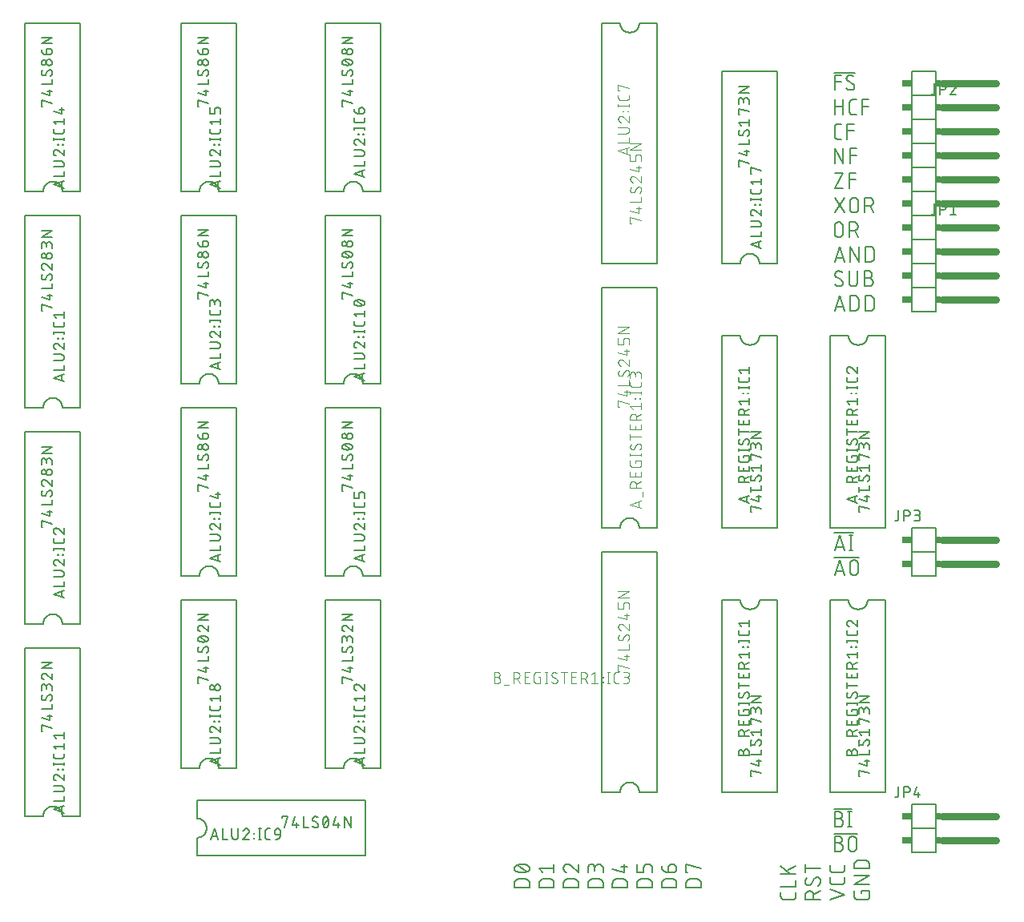
<source format=gbr>
G04 EAGLE Gerber RS-274X export*
G75*
%MOMM*%
%FSLAX34Y34*%
%LPD*%
%INSilkscreen Top*%
%IPPOS*%
%AMOC8*
5,1,8,0,0,1.08239X$1,22.5*%
G01*
%ADD10C,0.127000*%
%ADD11C,0.152400*%
%ADD12C,0.101600*%
%ADD13C,0.762000*%
%ADD14R,0.508000X0.762000*%
%ADD15R,1.016000X0.762000*%


D10*
X-228600Y938149D02*
X-206267Y938149D01*
X-227965Y935609D02*
X-227965Y919607D01*
X-227965Y935609D02*
X-220853Y935609D01*
X-220853Y928497D02*
X-227965Y928497D01*
X-210458Y919607D02*
X-210342Y919609D01*
X-210225Y919615D01*
X-210109Y919624D01*
X-209994Y919637D01*
X-209879Y919654D01*
X-209764Y919675D01*
X-209651Y919700D01*
X-209538Y919728D01*
X-209426Y919760D01*
X-209315Y919796D01*
X-209205Y919835D01*
X-209097Y919878D01*
X-208990Y919924D01*
X-208885Y919974D01*
X-208782Y920027D01*
X-208680Y920083D01*
X-208580Y920143D01*
X-208482Y920206D01*
X-208387Y920273D01*
X-208293Y920342D01*
X-208202Y920414D01*
X-208113Y920489D01*
X-208027Y920568D01*
X-207944Y920649D01*
X-207863Y920732D01*
X-207784Y920818D01*
X-207709Y920907D01*
X-207637Y920998D01*
X-207568Y921092D01*
X-207501Y921187D01*
X-207438Y921285D01*
X-207378Y921385D01*
X-207322Y921487D01*
X-207269Y921590D01*
X-207219Y921695D01*
X-207173Y921802D01*
X-207130Y921910D01*
X-207091Y922020D01*
X-207055Y922131D01*
X-207023Y922243D01*
X-206995Y922356D01*
X-206970Y922469D01*
X-206949Y922584D01*
X-206932Y922699D01*
X-206919Y922814D01*
X-206910Y922930D01*
X-206904Y923047D01*
X-206902Y923163D01*
X-210458Y919607D02*
X-210638Y919609D01*
X-210817Y919616D01*
X-210997Y919626D01*
X-211176Y919641D01*
X-211355Y919661D01*
X-211533Y919684D01*
X-211710Y919712D01*
X-211887Y919744D01*
X-212063Y919780D01*
X-212238Y919821D01*
X-212412Y919866D01*
X-212585Y919915D01*
X-212757Y919967D01*
X-212928Y920025D01*
X-213097Y920086D01*
X-213264Y920151D01*
X-213430Y920220D01*
X-213594Y920293D01*
X-213757Y920370D01*
X-213917Y920451D01*
X-214076Y920535D01*
X-214232Y920624D01*
X-214386Y920716D01*
X-214538Y920812D01*
X-214688Y920911D01*
X-214836Y921014D01*
X-214980Y921121D01*
X-215123Y921231D01*
X-215262Y921344D01*
X-215399Y921461D01*
X-215533Y921580D01*
X-215664Y921703D01*
X-215792Y921829D01*
X-215347Y932053D02*
X-215345Y932169D01*
X-215339Y932286D01*
X-215330Y932402D01*
X-215317Y932517D01*
X-215300Y932632D01*
X-215279Y932747D01*
X-215254Y932860D01*
X-215226Y932973D01*
X-215194Y933085D01*
X-215158Y933196D01*
X-215119Y933306D01*
X-215076Y933414D01*
X-215030Y933521D01*
X-214980Y933626D01*
X-214927Y933729D01*
X-214871Y933831D01*
X-214811Y933931D01*
X-214748Y934029D01*
X-214681Y934124D01*
X-214612Y934218D01*
X-214540Y934309D01*
X-214465Y934398D01*
X-214386Y934484D01*
X-214305Y934567D01*
X-214222Y934648D01*
X-214136Y934727D01*
X-214047Y934802D01*
X-213956Y934874D01*
X-213862Y934943D01*
X-213767Y935010D01*
X-213669Y935073D01*
X-213569Y935133D01*
X-213467Y935189D01*
X-213364Y935242D01*
X-213259Y935292D01*
X-213152Y935338D01*
X-213044Y935381D01*
X-212934Y935420D01*
X-212823Y935456D01*
X-212711Y935488D01*
X-212598Y935516D01*
X-212485Y935541D01*
X-212370Y935562D01*
X-212255Y935579D01*
X-212140Y935592D01*
X-212024Y935601D01*
X-211907Y935607D01*
X-211791Y935609D01*
X-211791Y935610D02*
X-211632Y935608D01*
X-211473Y935602D01*
X-211315Y935593D01*
X-211156Y935580D01*
X-210998Y935563D01*
X-210841Y935542D01*
X-210684Y935517D01*
X-210527Y935489D01*
X-210372Y935457D01*
X-210217Y935422D01*
X-210063Y935382D01*
X-209910Y935339D01*
X-209758Y935292D01*
X-209607Y935242D01*
X-209458Y935188D01*
X-209309Y935131D01*
X-209163Y935070D01*
X-209017Y935006D01*
X-208874Y934938D01*
X-208732Y934867D01*
X-208591Y934792D01*
X-208453Y934714D01*
X-208316Y934633D01*
X-208182Y934549D01*
X-208049Y934461D01*
X-207918Y934370D01*
X-207790Y934276D01*
X-213570Y928941D02*
X-213670Y929002D01*
X-213768Y929067D01*
X-213864Y929134D01*
X-213957Y929205D01*
X-214048Y929278D01*
X-214137Y929355D01*
X-214223Y929434D01*
X-214307Y929516D01*
X-214388Y929601D01*
X-214466Y929688D01*
X-214541Y929778D01*
X-214614Y929870D01*
X-214683Y929965D01*
X-214749Y930061D01*
X-214812Y930160D01*
X-214872Y930261D01*
X-214929Y930364D01*
X-214982Y930468D01*
X-215031Y930574D01*
X-215078Y930682D01*
X-215120Y930791D01*
X-215160Y930901D01*
X-215195Y931013D01*
X-215227Y931126D01*
X-215255Y931240D01*
X-215280Y931354D01*
X-215301Y931470D01*
X-215318Y931586D01*
X-215331Y931702D01*
X-215340Y931819D01*
X-215346Y931936D01*
X-215348Y932053D01*
X-208679Y926275D02*
X-208579Y926214D01*
X-208481Y926149D01*
X-208385Y926082D01*
X-208292Y926011D01*
X-208201Y925938D01*
X-208112Y925861D01*
X-208026Y925782D01*
X-207942Y925700D01*
X-207861Y925615D01*
X-207783Y925528D01*
X-207708Y925438D01*
X-207635Y925346D01*
X-207566Y925251D01*
X-207500Y925155D01*
X-207437Y925056D01*
X-207377Y924955D01*
X-207320Y924852D01*
X-207267Y924748D01*
X-207218Y924642D01*
X-207171Y924534D01*
X-207129Y924425D01*
X-207089Y924315D01*
X-207054Y924203D01*
X-207022Y924090D01*
X-206994Y923976D01*
X-206969Y923862D01*
X-206948Y923746D01*
X-206931Y923630D01*
X-206918Y923514D01*
X-206909Y923397D01*
X-206903Y923280D01*
X-206901Y923163D01*
X-208680Y926275D02*
X-213569Y928942D01*
X-227965Y909701D02*
X-227965Y893699D01*
X-227965Y902589D02*
X-219075Y902589D01*
X-219075Y909701D02*
X-219075Y893699D01*
X-208687Y893699D02*
X-205131Y893699D01*
X-208687Y893699D02*
X-208803Y893701D01*
X-208920Y893707D01*
X-209036Y893716D01*
X-209151Y893729D01*
X-209266Y893746D01*
X-209381Y893767D01*
X-209494Y893792D01*
X-209607Y893820D01*
X-209719Y893852D01*
X-209830Y893888D01*
X-209940Y893927D01*
X-210048Y893970D01*
X-210155Y894016D01*
X-210260Y894066D01*
X-210363Y894119D01*
X-210465Y894175D01*
X-210565Y894235D01*
X-210663Y894298D01*
X-210758Y894365D01*
X-210852Y894434D01*
X-210943Y894506D01*
X-211032Y894581D01*
X-211118Y894660D01*
X-211201Y894741D01*
X-211282Y894824D01*
X-211361Y894910D01*
X-211436Y894999D01*
X-211508Y895090D01*
X-211577Y895184D01*
X-211644Y895279D01*
X-211707Y895377D01*
X-211767Y895477D01*
X-211823Y895579D01*
X-211876Y895682D01*
X-211926Y895787D01*
X-211972Y895894D01*
X-212015Y896002D01*
X-212054Y896112D01*
X-212090Y896223D01*
X-212122Y896335D01*
X-212150Y896448D01*
X-212175Y896561D01*
X-212196Y896676D01*
X-212213Y896791D01*
X-212226Y896906D01*
X-212235Y897022D01*
X-212241Y897139D01*
X-212243Y897255D01*
X-212243Y906145D01*
X-212241Y906261D01*
X-212235Y906378D01*
X-212226Y906494D01*
X-212213Y906609D01*
X-212196Y906724D01*
X-212175Y906839D01*
X-212150Y906952D01*
X-212122Y907065D01*
X-212090Y907177D01*
X-212054Y907288D01*
X-212015Y907398D01*
X-211972Y907506D01*
X-211926Y907613D01*
X-211876Y907718D01*
X-211823Y907821D01*
X-211767Y907923D01*
X-211707Y908023D01*
X-211644Y908121D01*
X-211577Y908216D01*
X-211508Y908310D01*
X-211436Y908401D01*
X-211361Y908490D01*
X-211282Y908576D01*
X-211201Y908659D01*
X-211118Y908740D01*
X-211032Y908819D01*
X-210943Y908894D01*
X-210852Y908966D01*
X-210758Y909035D01*
X-210663Y909102D01*
X-210565Y909165D01*
X-210465Y909225D01*
X-210363Y909281D01*
X-210260Y909334D01*
X-210155Y909384D01*
X-210048Y909430D01*
X-209940Y909473D01*
X-209830Y909512D01*
X-209719Y909548D01*
X-209607Y909580D01*
X-209494Y909608D01*
X-209381Y909633D01*
X-209266Y909654D01*
X-209151Y909671D01*
X-209036Y909684D01*
X-208920Y909693D01*
X-208803Y909699D01*
X-208687Y909701D01*
X-205131Y909701D01*
X-198962Y909701D02*
X-198962Y893699D01*
X-198962Y909701D02*
X-191850Y909701D01*
X-191850Y902589D02*
X-198962Y902589D01*
X-220853Y867791D02*
X-224409Y867791D01*
X-224525Y867793D01*
X-224642Y867799D01*
X-224758Y867808D01*
X-224873Y867821D01*
X-224988Y867838D01*
X-225103Y867859D01*
X-225216Y867884D01*
X-225329Y867912D01*
X-225441Y867944D01*
X-225552Y867980D01*
X-225662Y868019D01*
X-225770Y868062D01*
X-225877Y868108D01*
X-225982Y868158D01*
X-226085Y868211D01*
X-226187Y868267D01*
X-226287Y868327D01*
X-226385Y868390D01*
X-226480Y868457D01*
X-226574Y868526D01*
X-226665Y868598D01*
X-226754Y868673D01*
X-226840Y868752D01*
X-226923Y868833D01*
X-227004Y868916D01*
X-227083Y869002D01*
X-227158Y869091D01*
X-227230Y869182D01*
X-227299Y869276D01*
X-227366Y869371D01*
X-227429Y869469D01*
X-227489Y869569D01*
X-227545Y869671D01*
X-227598Y869774D01*
X-227648Y869879D01*
X-227694Y869986D01*
X-227737Y870094D01*
X-227776Y870204D01*
X-227812Y870315D01*
X-227844Y870427D01*
X-227872Y870540D01*
X-227897Y870653D01*
X-227918Y870768D01*
X-227935Y870883D01*
X-227948Y870998D01*
X-227957Y871114D01*
X-227963Y871231D01*
X-227965Y871347D01*
X-227965Y880237D01*
X-227963Y880353D01*
X-227957Y880470D01*
X-227948Y880586D01*
X-227935Y880701D01*
X-227918Y880816D01*
X-227897Y880931D01*
X-227872Y881044D01*
X-227844Y881157D01*
X-227812Y881269D01*
X-227776Y881380D01*
X-227737Y881490D01*
X-227694Y881598D01*
X-227648Y881705D01*
X-227598Y881810D01*
X-227545Y881913D01*
X-227489Y882015D01*
X-227429Y882115D01*
X-227366Y882213D01*
X-227299Y882308D01*
X-227230Y882402D01*
X-227158Y882493D01*
X-227083Y882582D01*
X-227004Y882668D01*
X-226923Y882751D01*
X-226840Y882832D01*
X-226754Y882911D01*
X-226665Y882986D01*
X-226574Y883058D01*
X-226480Y883127D01*
X-226385Y883194D01*
X-226287Y883257D01*
X-226187Y883317D01*
X-226085Y883373D01*
X-225982Y883426D01*
X-225877Y883476D01*
X-225770Y883522D01*
X-225662Y883565D01*
X-225552Y883604D01*
X-225441Y883640D01*
X-225329Y883672D01*
X-225216Y883700D01*
X-225103Y883725D01*
X-224988Y883746D01*
X-224873Y883763D01*
X-224758Y883776D01*
X-224642Y883785D01*
X-224525Y883791D01*
X-224409Y883793D01*
X-220853Y883793D01*
X-214684Y883793D02*
X-214684Y867791D01*
X-214684Y883793D02*
X-207572Y883793D01*
X-207572Y876681D02*
X-214684Y876681D01*
X-227965Y857885D02*
X-227965Y841883D01*
X-219075Y841883D02*
X-227965Y857885D01*
X-219075Y857885D02*
X-219075Y841883D01*
X-211671Y841883D02*
X-211671Y857885D01*
X-204559Y857885D01*
X-204559Y850773D02*
X-211671Y850773D01*
X-219075Y831977D02*
X-227965Y831977D01*
X-219075Y831977D02*
X-227965Y815975D01*
X-219075Y815975D01*
X-212688Y815975D02*
X-212688Y831977D01*
X-205576Y831977D01*
X-205576Y824865D02*
X-212688Y824865D01*
X-217297Y806069D02*
X-227965Y790067D01*
X-217297Y790067D02*
X-227965Y806069D01*
X-211826Y801624D02*
X-211826Y794512D01*
X-211826Y801624D02*
X-211824Y801756D01*
X-211818Y801887D01*
X-211808Y802019D01*
X-211795Y802150D01*
X-211777Y802280D01*
X-211756Y802410D01*
X-211731Y802540D01*
X-211702Y802668D01*
X-211669Y802796D01*
X-211632Y802922D01*
X-211592Y803048D01*
X-211548Y803172D01*
X-211500Y803295D01*
X-211449Y803416D01*
X-211394Y803536D01*
X-211336Y803654D01*
X-211274Y803770D01*
X-211208Y803884D01*
X-211140Y803997D01*
X-211068Y804107D01*
X-210993Y804215D01*
X-210914Y804321D01*
X-210833Y804425D01*
X-210748Y804526D01*
X-210661Y804624D01*
X-210570Y804720D01*
X-210477Y804813D01*
X-210381Y804904D01*
X-210283Y804991D01*
X-210182Y805076D01*
X-210078Y805157D01*
X-209972Y805236D01*
X-209864Y805311D01*
X-209754Y805383D01*
X-209641Y805451D01*
X-209527Y805517D01*
X-209411Y805579D01*
X-209293Y805637D01*
X-209173Y805692D01*
X-209052Y805743D01*
X-208929Y805791D01*
X-208805Y805835D01*
X-208679Y805875D01*
X-208553Y805912D01*
X-208425Y805945D01*
X-208297Y805974D01*
X-208167Y805999D01*
X-208037Y806020D01*
X-207907Y806038D01*
X-207776Y806051D01*
X-207644Y806061D01*
X-207513Y806067D01*
X-207381Y806069D01*
X-207249Y806067D01*
X-207118Y806061D01*
X-206986Y806051D01*
X-206855Y806038D01*
X-206725Y806020D01*
X-206595Y805999D01*
X-206465Y805974D01*
X-206337Y805945D01*
X-206209Y805912D01*
X-206083Y805875D01*
X-205957Y805835D01*
X-205833Y805791D01*
X-205710Y805743D01*
X-205589Y805692D01*
X-205469Y805637D01*
X-205351Y805579D01*
X-205235Y805517D01*
X-205121Y805451D01*
X-205008Y805383D01*
X-204898Y805311D01*
X-204790Y805236D01*
X-204684Y805157D01*
X-204580Y805076D01*
X-204479Y804991D01*
X-204381Y804904D01*
X-204285Y804813D01*
X-204192Y804720D01*
X-204101Y804624D01*
X-204014Y804526D01*
X-203929Y804425D01*
X-203848Y804321D01*
X-203769Y804215D01*
X-203694Y804107D01*
X-203622Y803997D01*
X-203554Y803884D01*
X-203488Y803770D01*
X-203426Y803654D01*
X-203368Y803536D01*
X-203313Y803416D01*
X-203262Y803295D01*
X-203214Y803172D01*
X-203170Y803048D01*
X-203130Y802922D01*
X-203093Y802796D01*
X-203060Y802668D01*
X-203031Y802540D01*
X-203006Y802410D01*
X-202985Y802280D01*
X-202967Y802150D01*
X-202954Y802019D01*
X-202944Y801887D01*
X-202938Y801756D01*
X-202936Y801624D01*
X-202936Y794512D01*
X-202938Y794380D01*
X-202944Y794249D01*
X-202954Y794117D01*
X-202967Y793986D01*
X-202985Y793856D01*
X-203006Y793726D01*
X-203031Y793596D01*
X-203060Y793468D01*
X-203093Y793340D01*
X-203130Y793214D01*
X-203170Y793088D01*
X-203214Y792964D01*
X-203262Y792841D01*
X-203313Y792720D01*
X-203368Y792600D01*
X-203426Y792482D01*
X-203488Y792366D01*
X-203554Y792252D01*
X-203622Y792139D01*
X-203694Y792029D01*
X-203769Y791921D01*
X-203848Y791815D01*
X-203929Y791711D01*
X-204014Y791610D01*
X-204101Y791512D01*
X-204192Y791416D01*
X-204285Y791323D01*
X-204381Y791232D01*
X-204479Y791145D01*
X-204580Y791060D01*
X-204684Y790979D01*
X-204790Y790900D01*
X-204898Y790825D01*
X-205008Y790753D01*
X-205121Y790685D01*
X-205235Y790619D01*
X-205351Y790557D01*
X-205469Y790499D01*
X-205589Y790444D01*
X-205710Y790393D01*
X-205833Y790345D01*
X-205957Y790301D01*
X-206083Y790261D01*
X-206209Y790224D01*
X-206337Y790191D01*
X-206465Y790162D01*
X-206595Y790137D01*
X-206725Y790116D01*
X-206855Y790098D01*
X-206986Y790085D01*
X-207118Y790075D01*
X-207249Y790069D01*
X-207381Y790067D01*
X-207513Y790069D01*
X-207644Y790075D01*
X-207776Y790085D01*
X-207907Y790098D01*
X-208037Y790116D01*
X-208167Y790137D01*
X-208297Y790162D01*
X-208425Y790191D01*
X-208553Y790224D01*
X-208679Y790261D01*
X-208805Y790301D01*
X-208929Y790345D01*
X-209052Y790393D01*
X-209173Y790444D01*
X-209293Y790499D01*
X-209411Y790557D01*
X-209527Y790619D01*
X-209641Y790685D01*
X-209754Y790753D01*
X-209864Y790825D01*
X-209972Y790900D01*
X-210078Y790979D01*
X-210182Y791060D01*
X-210283Y791145D01*
X-210381Y791232D01*
X-210477Y791323D01*
X-210570Y791416D01*
X-210661Y791512D01*
X-210748Y791610D01*
X-210833Y791711D01*
X-210914Y791815D01*
X-210993Y791921D01*
X-211068Y792029D01*
X-211140Y792139D01*
X-211208Y792252D01*
X-211274Y792366D01*
X-211336Y792482D01*
X-211394Y792600D01*
X-211449Y792720D01*
X-211500Y792841D01*
X-211548Y792964D01*
X-211592Y793088D01*
X-211632Y793214D01*
X-211669Y793340D01*
X-211702Y793468D01*
X-211731Y793596D01*
X-211756Y793726D01*
X-211777Y793856D01*
X-211795Y793986D01*
X-211808Y794117D01*
X-211818Y794249D01*
X-211824Y794380D01*
X-211826Y794512D01*
X-195983Y790067D02*
X-195983Y806069D01*
X-191538Y806069D01*
X-191406Y806067D01*
X-191275Y806061D01*
X-191143Y806051D01*
X-191012Y806038D01*
X-190882Y806020D01*
X-190752Y805999D01*
X-190622Y805974D01*
X-190494Y805945D01*
X-190366Y805912D01*
X-190240Y805875D01*
X-190114Y805835D01*
X-189990Y805791D01*
X-189867Y805743D01*
X-189746Y805692D01*
X-189626Y805637D01*
X-189508Y805579D01*
X-189392Y805517D01*
X-189278Y805451D01*
X-189165Y805383D01*
X-189055Y805311D01*
X-188947Y805236D01*
X-188841Y805157D01*
X-188737Y805076D01*
X-188636Y804991D01*
X-188538Y804904D01*
X-188442Y804813D01*
X-188349Y804720D01*
X-188258Y804624D01*
X-188171Y804526D01*
X-188086Y804425D01*
X-188005Y804321D01*
X-187926Y804215D01*
X-187851Y804107D01*
X-187779Y803997D01*
X-187711Y803884D01*
X-187645Y803770D01*
X-187583Y803654D01*
X-187525Y803536D01*
X-187470Y803416D01*
X-187419Y803295D01*
X-187371Y803172D01*
X-187327Y803048D01*
X-187287Y802922D01*
X-187250Y802796D01*
X-187217Y802668D01*
X-187188Y802540D01*
X-187163Y802410D01*
X-187142Y802280D01*
X-187124Y802150D01*
X-187111Y802019D01*
X-187101Y801887D01*
X-187095Y801756D01*
X-187093Y801624D01*
X-187095Y801492D01*
X-187101Y801361D01*
X-187111Y801229D01*
X-187124Y801098D01*
X-187142Y800968D01*
X-187163Y800838D01*
X-187188Y800708D01*
X-187217Y800580D01*
X-187250Y800452D01*
X-187287Y800326D01*
X-187327Y800200D01*
X-187371Y800076D01*
X-187419Y799953D01*
X-187470Y799832D01*
X-187525Y799712D01*
X-187583Y799594D01*
X-187645Y799478D01*
X-187711Y799364D01*
X-187779Y799251D01*
X-187851Y799141D01*
X-187926Y799033D01*
X-188005Y798927D01*
X-188086Y798823D01*
X-188171Y798722D01*
X-188258Y798624D01*
X-188349Y798528D01*
X-188442Y798435D01*
X-188538Y798344D01*
X-188636Y798257D01*
X-188737Y798172D01*
X-188841Y798091D01*
X-188947Y798012D01*
X-189055Y797937D01*
X-189165Y797865D01*
X-189278Y797797D01*
X-189392Y797731D01*
X-189508Y797669D01*
X-189626Y797611D01*
X-189746Y797556D01*
X-189867Y797505D01*
X-189990Y797457D01*
X-190114Y797413D01*
X-190240Y797373D01*
X-190366Y797336D01*
X-190494Y797303D01*
X-190622Y797274D01*
X-190752Y797249D01*
X-190882Y797228D01*
X-191012Y797210D01*
X-191143Y797197D01*
X-191275Y797187D01*
X-191406Y797181D01*
X-191538Y797179D01*
X-195983Y797179D01*
X-190649Y797179D02*
X-187093Y790067D01*
X-227965Y775716D02*
X-227965Y768604D01*
X-227965Y775716D02*
X-227963Y775848D01*
X-227957Y775979D01*
X-227947Y776111D01*
X-227934Y776242D01*
X-227916Y776372D01*
X-227895Y776502D01*
X-227870Y776632D01*
X-227841Y776760D01*
X-227808Y776888D01*
X-227771Y777014D01*
X-227731Y777140D01*
X-227687Y777264D01*
X-227639Y777387D01*
X-227588Y777508D01*
X-227533Y777628D01*
X-227475Y777746D01*
X-227413Y777862D01*
X-227347Y777976D01*
X-227279Y778089D01*
X-227207Y778199D01*
X-227132Y778307D01*
X-227053Y778413D01*
X-226972Y778517D01*
X-226887Y778618D01*
X-226800Y778716D01*
X-226709Y778812D01*
X-226616Y778905D01*
X-226520Y778996D01*
X-226422Y779083D01*
X-226321Y779168D01*
X-226217Y779249D01*
X-226111Y779328D01*
X-226003Y779403D01*
X-225893Y779475D01*
X-225780Y779543D01*
X-225666Y779609D01*
X-225550Y779671D01*
X-225432Y779729D01*
X-225312Y779784D01*
X-225191Y779835D01*
X-225068Y779883D01*
X-224944Y779927D01*
X-224818Y779967D01*
X-224692Y780004D01*
X-224564Y780037D01*
X-224436Y780066D01*
X-224306Y780091D01*
X-224176Y780112D01*
X-224046Y780130D01*
X-223915Y780143D01*
X-223783Y780153D01*
X-223652Y780159D01*
X-223520Y780161D01*
X-223388Y780159D01*
X-223257Y780153D01*
X-223125Y780143D01*
X-222994Y780130D01*
X-222864Y780112D01*
X-222734Y780091D01*
X-222604Y780066D01*
X-222476Y780037D01*
X-222348Y780004D01*
X-222222Y779967D01*
X-222096Y779927D01*
X-221972Y779883D01*
X-221849Y779835D01*
X-221728Y779784D01*
X-221608Y779729D01*
X-221490Y779671D01*
X-221374Y779609D01*
X-221260Y779543D01*
X-221147Y779475D01*
X-221037Y779403D01*
X-220929Y779328D01*
X-220823Y779249D01*
X-220719Y779168D01*
X-220618Y779083D01*
X-220520Y778996D01*
X-220424Y778905D01*
X-220331Y778812D01*
X-220240Y778716D01*
X-220153Y778618D01*
X-220068Y778517D01*
X-219987Y778413D01*
X-219908Y778307D01*
X-219833Y778199D01*
X-219761Y778089D01*
X-219693Y777976D01*
X-219627Y777862D01*
X-219565Y777746D01*
X-219507Y777628D01*
X-219452Y777508D01*
X-219401Y777387D01*
X-219353Y777264D01*
X-219309Y777140D01*
X-219269Y777014D01*
X-219232Y776888D01*
X-219199Y776760D01*
X-219170Y776632D01*
X-219145Y776502D01*
X-219124Y776372D01*
X-219106Y776242D01*
X-219093Y776111D01*
X-219083Y775979D01*
X-219077Y775848D01*
X-219075Y775716D01*
X-219075Y768604D01*
X-219077Y768472D01*
X-219083Y768341D01*
X-219093Y768209D01*
X-219106Y768078D01*
X-219124Y767948D01*
X-219145Y767818D01*
X-219170Y767688D01*
X-219199Y767560D01*
X-219232Y767432D01*
X-219269Y767306D01*
X-219309Y767180D01*
X-219353Y767056D01*
X-219401Y766933D01*
X-219452Y766812D01*
X-219507Y766692D01*
X-219565Y766574D01*
X-219627Y766458D01*
X-219693Y766344D01*
X-219761Y766231D01*
X-219833Y766121D01*
X-219908Y766013D01*
X-219987Y765907D01*
X-220068Y765803D01*
X-220153Y765702D01*
X-220240Y765604D01*
X-220331Y765508D01*
X-220424Y765415D01*
X-220520Y765324D01*
X-220618Y765237D01*
X-220719Y765152D01*
X-220823Y765071D01*
X-220929Y764992D01*
X-221037Y764917D01*
X-221147Y764845D01*
X-221260Y764777D01*
X-221374Y764711D01*
X-221490Y764649D01*
X-221608Y764591D01*
X-221728Y764536D01*
X-221849Y764485D01*
X-221972Y764437D01*
X-222096Y764393D01*
X-222222Y764353D01*
X-222348Y764316D01*
X-222476Y764283D01*
X-222604Y764254D01*
X-222734Y764229D01*
X-222864Y764208D01*
X-222994Y764190D01*
X-223125Y764177D01*
X-223257Y764167D01*
X-223388Y764161D01*
X-223520Y764159D01*
X-223652Y764161D01*
X-223783Y764167D01*
X-223915Y764177D01*
X-224046Y764190D01*
X-224176Y764208D01*
X-224306Y764229D01*
X-224436Y764254D01*
X-224564Y764283D01*
X-224692Y764316D01*
X-224818Y764353D01*
X-224944Y764393D01*
X-225068Y764437D01*
X-225191Y764485D01*
X-225312Y764536D01*
X-225432Y764591D01*
X-225550Y764649D01*
X-225666Y764711D01*
X-225780Y764777D01*
X-225893Y764845D01*
X-226003Y764917D01*
X-226111Y764992D01*
X-226217Y765071D01*
X-226321Y765152D01*
X-226422Y765237D01*
X-226520Y765324D01*
X-226616Y765415D01*
X-226709Y765508D01*
X-226800Y765604D01*
X-226887Y765702D01*
X-226972Y765803D01*
X-227053Y765907D01*
X-227132Y766013D01*
X-227207Y766121D01*
X-227279Y766231D01*
X-227347Y766344D01*
X-227413Y766458D01*
X-227475Y766574D01*
X-227533Y766692D01*
X-227588Y766812D01*
X-227639Y766933D01*
X-227687Y767056D01*
X-227731Y767180D01*
X-227771Y767306D01*
X-227808Y767432D01*
X-227841Y767560D01*
X-227870Y767688D01*
X-227895Y767818D01*
X-227916Y767948D01*
X-227934Y768078D01*
X-227947Y768209D01*
X-227957Y768341D01*
X-227963Y768472D01*
X-227965Y768604D01*
X-212122Y764159D02*
X-212122Y780161D01*
X-207677Y780161D01*
X-207545Y780159D01*
X-207414Y780153D01*
X-207282Y780143D01*
X-207151Y780130D01*
X-207021Y780112D01*
X-206891Y780091D01*
X-206761Y780066D01*
X-206633Y780037D01*
X-206505Y780004D01*
X-206379Y779967D01*
X-206253Y779927D01*
X-206129Y779883D01*
X-206006Y779835D01*
X-205885Y779784D01*
X-205765Y779729D01*
X-205647Y779671D01*
X-205531Y779609D01*
X-205417Y779543D01*
X-205304Y779475D01*
X-205194Y779403D01*
X-205086Y779328D01*
X-204980Y779249D01*
X-204876Y779168D01*
X-204775Y779083D01*
X-204677Y778996D01*
X-204581Y778905D01*
X-204488Y778812D01*
X-204397Y778716D01*
X-204310Y778618D01*
X-204225Y778517D01*
X-204144Y778413D01*
X-204065Y778307D01*
X-203990Y778199D01*
X-203918Y778089D01*
X-203850Y777976D01*
X-203784Y777862D01*
X-203722Y777746D01*
X-203664Y777628D01*
X-203609Y777508D01*
X-203558Y777387D01*
X-203510Y777264D01*
X-203466Y777140D01*
X-203426Y777014D01*
X-203389Y776888D01*
X-203356Y776760D01*
X-203327Y776632D01*
X-203302Y776502D01*
X-203281Y776372D01*
X-203263Y776242D01*
X-203250Y776111D01*
X-203240Y775979D01*
X-203234Y775848D01*
X-203232Y775716D01*
X-203234Y775584D01*
X-203240Y775453D01*
X-203250Y775321D01*
X-203263Y775190D01*
X-203281Y775060D01*
X-203302Y774930D01*
X-203327Y774800D01*
X-203356Y774672D01*
X-203389Y774544D01*
X-203426Y774418D01*
X-203466Y774292D01*
X-203510Y774168D01*
X-203558Y774045D01*
X-203609Y773924D01*
X-203664Y773804D01*
X-203722Y773686D01*
X-203784Y773570D01*
X-203850Y773456D01*
X-203918Y773343D01*
X-203990Y773233D01*
X-204065Y773125D01*
X-204144Y773019D01*
X-204225Y772915D01*
X-204310Y772814D01*
X-204397Y772716D01*
X-204488Y772620D01*
X-204581Y772527D01*
X-204677Y772436D01*
X-204775Y772349D01*
X-204876Y772264D01*
X-204980Y772183D01*
X-205086Y772104D01*
X-205194Y772029D01*
X-205304Y771957D01*
X-205417Y771889D01*
X-205531Y771823D01*
X-205647Y771761D01*
X-205765Y771703D01*
X-205885Y771648D01*
X-206006Y771597D01*
X-206129Y771549D01*
X-206253Y771505D01*
X-206379Y771465D01*
X-206505Y771428D01*
X-206633Y771395D01*
X-206761Y771366D01*
X-206891Y771341D01*
X-207021Y771320D01*
X-207151Y771302D01*
X-207282Y771289D01*
X-207414Y771279D01*
X-207545Y771273D01*
X-207677Y771271D01*
X-212122Y771271D01*
X-206788Y771271D02*
X-203232Y764159D01*
X-222631Y754253D02*
X-227965Y738251D01*
X-217297Y738251D02*
X-222631Y754253D01*
X-218631Y742252D02*
X-226632Y742252D01*
X-211317Y738251D02*
X-211317Y754253D01*
X-202427Y738251D01*
X-202427Y754253D01*
X-195050Y754253D02*
X-195050Y738251D01*
X-195050Y754253D02*
X-190605Y754253D01*
X-190473Y754251D01*
X-190342Y754245D01*
X-190210Y754235D01*
X-190079Y754222D01*
X-189949Y754204D01*
X-189819Y754183D01*
X-189689Y754158D01*
X-189561Y754129D01*
X-189433Y754096D01*
X-189307Y754059D01*
X-189181Y754019D01*
X-189057Y753975D01*
X-188934Y753927D01*
X-188813Y753876D01*
X-188693Y753821D01*
X-188575Y753763D01*
X-188459Y753701D01*
X-188345Y753635D01*
X-188232Y753567D01*
X-188122Y753495D01*
X-188014Y753420D01*
X-187908Y753341D01*
X-187804Y753260D01*
X-187703Y753175D01*
X-187605Y753088D01*
X-187509Y752997D01*
X-187416Y752904D01*
X-187325Y752808D01*
X-187238Y752710D01*
X-187153Y752609D01*
X-187072Y752505D01*
X-186993Y752399D01*
X-186918Y752291D01*
X-186846Y752181D01*
X-186778Y752068D01*
X-186712Y751954D01*
X-186650Y751838D01*
X-186592Y751720D01*
X-186537Y751600D01*
X-186486Y751479D01*
X-186438Y751356D01*
X-186394Y751232D01*
X-186354Y751106D01*
X-186317Y750980D01*
X-186284Y750852D01*
X-186255Y750724D01*
X-186230Y750594D01*
X-186209Y750464D01*
X-186191Y750334D01*
X-186178Y750203D01*
X-186168Y750071D01*
X-186162Y749940D01*
X-186160Y749808D01*
X-186160Y742696D01*
X-186162Y742564D01*
X-186168Y742433D01*
X-186178Y742301D01*
X-186191Y742170D01*
X-186209Y742040D01*
X-186230Y741910D01*
X-186255Y741780D01*
X-186284Y741652D01*
X-186317Y741524D01*
X-186354Y741398D01*
X-186394Y741272D01*
X-186438Y741148D01*
X-186486Y741025D01*
X-186537Y740904D01*
X-186592Y740784D01*
X-186650Y740666D01*
X-186712Y740550D01*
X-186778Y740436D01*
X-186846Y740323D01*
X-186918Y740213D01*
X-186993Y740105D01*
X-187072Y739999D01*
X-187153Y739895D01*
X-187238Y739794D01*
X-187325Y739696D01*
X-187416Y739600D01*
X-187509Y739507D01*
X-187605Y739416D01*
X-187703Y739329D01*
X-187804Y739244D01*
X-187908Y739163D01*
X-188014Y739084D01*
X-188122Y739009D01*
X-188232Y738937D01*
X-188345Y738869D01*
X-188459Y738803D01*
X-188575Y738741D01*
X-188693Y738683D01*
X-188813Y738628D01*
X-188934Y738577D01*
X-189057Y738529D01*
X-189181Y738485D01*
X-189307Y738445D01*
X-189433Y738408D01*
X-189561Y738375D01*
X-189689Y738346D01*
X-189819Y738321D01*
X-189949Y738300D01*
X-190079Y738282D01*
X-190210Y738269D01*
X-190342Y738259D01*
X-190473Y738253D01*
X-190605Y738251D01*
X-195050Y738251D01*
X-219075Y715899D02*
X-219077Y715783D01*
X-219083Y715666D01*
X-219092Y715550D01*
X-219105Y715435D01*
X-219122Y715320D01*
X-219143Y715205D01*
X-219168Y715092D01*
X-219196Y714979D01*
X-219228Y714867D01*
X-219264Y714756D01*
X-219303Y714646D01*
X-219346Y714538D01*
X-219392Y714431D01*
X-219442Y714326D01*
X-219495Y714223D01*
X-219551Y714121D01*
X-219611Y714021D01*
X-219674Y713923D01*
X-219741Y713828D01*
X-219810Y713734D01*
X-219882Y713643D01*
X-219957Y713554D01*
X-220036Y713468D01*
X-220117Y713385D01*
X-220200Y713304D01*
X-220286Y713225D01*
X-220375Y713150D01*
X-220466Y713078D01*
X-220560Y713009D01*
X-220655Y712942D01*
X-220753Y712879D01*
X-220853Y712819D01*
X-220955Y712763D01*
X-221058Y712710D01*
X-221163Y712660D01*
X-221270Y712614D01*
X-221378Y712571D01*
X-221488Y712532D01*
X-221599Y712496D01*
X-221711Y712464D01*
X-221824Y712436D01*
X-221937Y712411D01*
X-222052Y712390D01*
X-222167Y712373D01*
X-222282Y712360D01*
X-222398Y712351D01*
X-222515Y712345D01*
X-222631Y712343D01*
X-222811Y712345D01*
X-222990Y712352D01*
X-223170Y712362D01*
X-223349Y712377D01*
X-223528Y712397D01*
X-223706Y712420D01*
X-223883Y712448D01*
X-224060Y712480D01*
X-224236Y712516D01*
X-224411Y712557D01*
X-224585Y712602D01*
X-224758Y712651D01*
X-224930Y712703D01*
X-225101Y712761D01*
X-225270Y712822D01*
X-225437Y712887D01*
X-225603Y712956D01*
X-225767Y713029D01*
X-225930Y713106D01*
X-226090Y713187D01*
X-226249Y713271D01*
X-226405Y713360D01*
X-226559Y713452D01*
X-226711Y713548D01*
X-226861Y713647D01*
X-227009Y713750D01*
X-227153Y713857D01*
X-227296Y713967D01*
X-227435Y714080D01*
X-227572Y714197D01*
X-227706Y714316D01*
X-227837Y714439D01*
X-227965Y714565D01*
X-227521Y724789D02*
X-227519Y724905D01*
X-227513Y725022D01*
X-227504Y725138D01*
X-227491Y725253D01*
X-227474Y725368D01*
X-227453Y725483D01*
X-227428Y725596D01*
X-227400Y725709D01*
X-227368Y725821D01*
X-227332Y725932D01*
X-227293Y726042D01*
X-227250Y726150D01*
X-227204Y726257D01*
X-227154Y726362D01*
X-227101Y726465D01*
X-227045Y726567D01*
X-226985Y726667D01*
X-226922Y726765D01*
X-226855Y726860D01*
X-226786Y726954D01*
X-226714Y727045D01*
X-226639Y727134D01*
X-226560Y727220D01*
X-226479Y727303D01*
X-226396Y727384D01*
X-226310Y727463D01*
X-226221Y727538D01*
X-226130Y727610D01*
X-226036Y727679D01*
X-225941Y727746D01*
X-225843Y727809D01*
X-225743Y727869D01*
X-225641Y727925D01*
X-225538Y727978D01*
X-225433Y728028D01*
X-225326Y728074D01*
X-225218Y728117D01*
X-225108Y728156D01*
X-224997Y728192D01*
X-224885Y728224D01*
X-224772Y728252D01*
X-224659Y728277D01*
X-224544Y728298D01*
X-224429Y728315D01*
X-224314Y728328D01*
X-224198Y728337D01*
X-224081Y728343D01*
X-223965Y728345D01*
X-223965Y728346D02*
X-223806Y728344D01*
X-223647Y728338D01*
X-223489Y728329D01*
X-223330Y728316D01*
X-223172Y728299D01*
X-223015Y728278D01*
X-222858Y728253D01*
X-222701Y728225D01*
X-222546Y728193D01*
X-222391Y728158D01*
X-222237Y728118D01*
X-222084Y728075D01*
X-221932Y728028D01*
X-221781Y727978D01*
X-221632Y727924D01*
X-221483Y727867D01*
X-221337Y727806D01*
X-221191Y727742D01*
X-221048Y727674D01*
X-220906Y727603D01*
X-220765Y727528D01*
X-220627Y727450D01*
X-220490Y727369D01*
X-220356Y727285D01*
X-220223Y727197D01*
X-220092Y727106D01*
X-219964Y727012D01*
X-225743Y721677D02*
X-225843Y721738D01*
X-225941Y721803D01*
X-226037Y721870D01*
X-226130Y721941D01*
X-226221Y722014D01*
X-226310Y722091D01*
X-226396Y722170D01*
X-226480Y722252D01*
X-226561Y722337D01*
X-226639Y722424D01*
X-226714Y722514D01*
X-226787Y722606D01*
X-226856Y722701D01*
X-226922Y722797D01*
X-226985Y722896D01*
X-227045Y722997D01*
X-227102Y723100D01*
X-227155Y723204D01*
X-227204Y723310D01*
X-227251Y723418D01*
X-227293Y723527D01*
X-227333Y723637D01*
X-227368Y723749D01*
X-227400Y723862D01*
X-227428Y723976D01*
X-227453Y724090D01*
X-227474Y724206D01*
X-227491Y724322D01*
X-227504Y724438D01*
X-227513Y724555D01*
X-227519Y724672D01*
X-227521Y724789D01*
X-220853Y719011D02*
X-220753Y718950D01*
X-220655Y718885D01*
X-220559Y718818D01*
X-220466Y718747D01*
X-220375Y718674D01*
X-220286Y718597D01*
X-220200Y718518D01*
X-220116Y718436D01*
X-220035Y718351D01*
X-219957Y718264D01*
X-219882Y718174D01*
X-219809Y718082D01*
X-219740Y717987D01*
X-219674Y717891D01*
X-219611Y717792D01*
X-219551Y717691D01*
X-219494Y717588D01*
X-219441Y717484D01*
X-219392Y717378D01*
X-219345Y717270D01*
X-219303Y717161D01*
X-219263Y717051D01*
X-219228Y716939D01*
X-219196Y716826D01*
X-219168Y716712D01*
X-219143Y716598D01*
X-219122Y716482D01*
X-219105Y716366D01*
X-219092Y716250D01*
X-219083Y716133D01*
X-219077Y716016D01*
X-219075Y715899D01*
X-220853Y719011D02*
X-225743Y721678D01*
X-212715Y716788D02*
X-212715Y728345D01*
X-212715Y716788D02*
X-212713Y716656D01*
X-212707Y716525D01*
X-212697Y716393D01*
X-212684Y716262D01*
X-212666Y716132D01*
X-212645Y716002D01*
X-212620Y715872D01*
X-212591Y715744D01*
X-212558Y715616D01*
X-212521Y715490D01*
X-212481Y715364D01*
X-212437Y715240D01*
X-212389Y715117D01*
X-212338Y714996D01*
X-212283Y714876D01*
X-212225Y714758D01*
X-212163Y714642D01*
X-212097Y714528D01*
X-212029Y714415D01*
X-211957Y714305D01*
X-211882Y714197D01*
X-211803Y714091D01*
X-211722Y713987D01*
X-211637Y713886D01*
X-211550Y713788D01*
X-211459Y713692D01*
X-211366Y713599D01*
X-211270Y713508D01*
X-211172Y713421D01*
X-211071Y713336D01*
X-210967Y713255D01*
X-210861Y713176D01*
X-210753Y713101D01*
X-210643Y713029D01*
X-210530Y712961D01*
X-210416Y712895D01*
X-210300Y712833D01*
X-210182Y712775D01*
X-210062Y712720D01*
X-209941Y712669D01*
X-209818Y712621D01*
X-209694Y712577D01*
X-209568Y712537D01*
X-209442Y712500D01*
X-209314Y712467D01*
X-209186Y712438D01*
X-209056Y712413D01*
X-208926Y712392D01*
X-208796Y712374D01*
X-208665Y712361D01*
X-208533Y712351D01*
X-208402Y712345D01*
X-208270Y712343D01*
X-208138Y712345D01*
X-208007Y712351D01*
X-207875Y712361D01*
X-207744Y712374D01*
X-207614Y712392D01*
X-207484Y712413D01*
X-207354Y712438D01*
X-207226Y712467D01*
X-207098Y712500D01*
X-206972Y712537D01*
X-206846Y712577D01*
X-206722Y712621D01*
X-206599Y712669D01*
X-206478Y712720D01*
X-206358Y712775D01*
X-206240Y712833D01*
X-206124Y712895D01*
X-206010Y712961D01*
X-205897Y713029D01*
X-205787Y713101D01*
X-205679Y713176D01*
X-205573Y713255D01*
X-205469Y713336D01*
X-205368Y713421D01*
X-205270Y713508D01*
X-205174Y713599D01*
X-205081Y713692D01*
X-204990Y713788D01*
X-204903Y713886D01*
X-204818Y713987D01*
X-204737Y714091D01*
X-204658Y714197D01*
X-204583Y714305D01*
X-204511Y714415D01*
X-204443Y714528D01*
X-204377Y714642D01*
X-204315Y714758D01*
X-204257Y714876D01*
X-204202Y714996D01*
X-204151Y715117D01*
X-204103Y715240D01*
X-204059Y715364D01*
X-204019Y715490D01*
X-203982Y715616D01*
X-203949Y715744D01*
X-203920Y715872D01*
X-203895Y716002D01*
X-203874Y716132D01*
X-203856Y716262D01*
X-203843Y716393D01*
X-203833Y716525D01*
X-203827Y716656D01*
X-203825Y716788D01*
X-203825Y728345D01*
X-196254Y721233D02*
X-191809Y721233D01*
X-191677Y721231D01*
X-191546Y721225D01*
X-191414Y721215D01*
X-191283Y721202D01*
X-191153Y721184D01*
X-191023Y721163D01*
X-190893Y721138D01*
X-190765Y721109D01*
X-190637Y721076D01*
X-190511Y721039D01*
X-190385Y720999D01*
X-190261Y720955D01*
X-190138Y720907D01*
X-190017Y720856D01*
X-189897Y720801D01*
X-189779Y720743D01*
X-189663Y720681D01*
X-189549Y720615D01*
X-189436Y720547D01*
X-189326Y720475D01*
X-189218Y720400D01*
X-189112Y720321D01*
X-189008Y720240D01*
X-188907Y720155D01*
X-188809Y720068D01*
X-188713Y719977D01*
X-188620Y719884D01*
X-188529Y719788D01*
X-188442Y719690D01*
X-188357Y719589D01*
X-188276Y719485D01*
X-188197Y719379D01*
X-188122Y719271D01*
X-188050Y719161D01*
X-187982Y719048D01*
X-187916Y718934D01*
X-187854Y718818D01*
X-187796Y718700D01*
X-187741Y718580D01*
X-187690Y718459D01*
X-187642Y718336D01*
X-187598Y718212D01*
X-187558Y718086D01*
X-187521Y717960D01*
X-187488Y717832D01*
X-187459Y717704D01*
X-187434Y717574D01*
X-187413Y717444D01*
X-187395Y717314D01*
X-187382Y717183D01*
X-187372Y717051D01*
X-187366Y716920D01*
X-187364Y716788D01*
X-187366Y716656D01*
X-187372Y716525D01*
X-187382Y716393D01*
X-187395Y716262D01*
X-187413Y716132D01*
X-187434Y716002D01*
X-187459Y715872D01*
X-187488Y715744D01*
X-187521Y715616D01*
X-187558Y715490D01*
X-187598Y715364D01*
X-187642Y715240D01*
X-187690Y715117D01*
X-187741Y714996D01*
X-187796Y714876D01*
X-187854Y714758D01*
X-187916Y714642D01*
X-187982Y714528D01*
X-188050Y714415D01*
X-188122Y714305D01*
X-188197Y714197D01*
X-188276Y714091D01*
X-188357Y713987D01*
X-188442Y713886D01*
X-188529Y713788D01*
X-188620Y713692D01*
X-188713Y713599D01*
X-188809Y713508D01*
X-188907Y713421D01*
X-189008Y713336D01*
X-189112Y713255D01*
X-189218Y713176D01*
X-189326Y713101D01*
X-189436Y713029D01*
X-189549Y712961D01*
X-189663Y712895D01*
X-189779Y712833D01*
X-189897Y712775D01*
X-190017Y712720D01*
X-190138Y712669D01*
X-190261Y712621D01*
X-190385Y712577D01*
X-190511Y712537D01*
X-190637Y712500D01*
X-190765Y712467D01*
X-190893Y712438D01*
X-191023Y712413D01*
X-191153Y712392D01*
X-191283Y712374D01*
X-191414Y712361D01*
X-191546Y712351D01*
X-191677Y712345D01*
X-191809Y712343D01*
X-196254Y712343D01*
X-196254Y728345D01*
X-191809Y728345D01*
X-191691Y728343D01*
X-191574Y728337D01*
X-191457Y728328D01*
X-191340Y728314D01*
X-191224Y728297D01*
X-191108Y728275D01*
X-190993Y728250D01*
X-190879Y728221D01*
X-190766Y728189D01*
X-190654Y728152D01*
X-190544Y728112D01*
X-190435Y728069D01*
X-190327Y728021D01*
X-190221Y727971D01*
X-190117Y727916D01*
X-190014Y727859D01*
X-189914Y727798D01*
X-189815Y727733D01*
X-189719Y727666D01*
X-189625Y727595D01*
X-189533Y727521D01*
X-189444Y727445D01*
X-189358Y727365D01*
X-189274Y727283D01*
X-189193Y727197D01*
X-189115Y727110D01*
X-189039Y727019D01*
X-188967Y726926D01*
X-188898Y726831D01*
X-188832Y726734D01*
X-188769Y726634D01*
X-188710Y726533D01*
X-188654Y726430D01*
X-188602Y726324D01*
X-188553Y726217D01*
X-188507Y726109D01*
X-188465Y725999D01*
X-188427Y725888D01*
X-188393Y725775D01*
X-188362Y725662D01*
X-188335Y725547D01*
X-188312Y725432D01*
X-188292Y725316D01*
X-188277Y725200D01*
X-188265Y725083D01*
X-188257Y724965D01*
X-188253Y724848D01*
X-188253Y724730D01*
X-188257Y724613D01*
X-188265Y724495D01*
X-188277Y724378D01*
X-188292Y724262D01*
X-188312Y724146D01*
X-188335Y724031D01*
X-188362Y723916D01*
X-188393Y723803D01*
X-188427Y723690D01*
X-188465Y723579D01*
X-188507Y723469D01*
X-188553Y723361D01*
X-188602Y723254D01*
X-188654Y723148D01*
X-188710Y723045D01*
X-188769Y722944D01*
X-188832Y722844D01*
X-188898Y722747D01*
X-188967Y722652D01*
X-189039Y722559D01*
X-189115Y722468D01*
X-189193Y722381D01*
X-189274Y722295D01*
X-189358Y722213D01*
X-189444Y722133D01*
X-189533Y722057D01*
X-189625Y721983D01*
X-189719Y721912D01*
X-189815Y721845D01*
X-189914Y721780D01*
X-190014Y721719D01*
X-190117Y721662D01*
X-190221Y721607D01*
X-190327Y721557D01*
X-190435Y721509D01*
X-190544Y721466D01*
X-190654Y721426D01*
X-190766Y721389D01*
X-190879Y721357D01*
X-190993Y721328D01*
X-191108Y721303D01*
X-191224Y721281D01*
X-191340Y721264D01*
X-191457Y721250D01*
X-191574Y721241D01*
X-191691Y721235D01*
X-191809Y721233D01*
X-222631Y702437D02*
X-227965Y686435D01*
X-217297Y686435D02*
X-222631Y702437D01*
X-218631Y690436D02*
X-226632Y690436D01*
X-211317Y686435D02*
X-211317Y702437D01*
X-206872Y702437D01*
X-206740Y702435D01*
X-206609Y702429D01*
X-206477Y702419D01*
X-206346Y702406D01*
X-206216Y702388D01*
X-206086Y702367D01*
X-205956Y702342D01*
X-205828Y702313D01*
X-205700Y702280D01*
X-205574Y702243D01*
X-205448Y702203D01*
X-205324Y702159D01*
X-205201Y702111D01*
X-205080Y702060D01*
X-204960Y702005D01*
X-204842Y701947D01*
X-204726Y701885D01*
X-204612Y701819D01*
X-204499Y701751D01*
X-204389Y701679D01*
X-204281Y701604D01*
X-204175Y701525D01*
X-204071Y701444D01*
X-203970Y701359D01*
X-203872Y701272D01*
X-203776Y701181D01*
X-203683Y701088D01*
X-203592Y700992D01*
X-203505Y700894D01*
X-203420Y700793D01*
X-203339Y700689D01*
X-203260Y700583D01*
X-203185Y700475D01*
X-203113Y700365D01*
X-203045Y700252D01*
X-202979Y700138D01*
X-202917Y700022D01*
X-202859Y699904D01*
X-202804Y699784D01*
X-202753Y699663D01*
X-202705Y699540D01*
X-202661Y699416D01*
X-202621Y699290D01*
X-202584Y699164D01*
X-202551Y699036D01*
X-202522Y698908D01*
X-202497Y698778D01*
X-202476Y698648D01*
X-202458Y698518D01*
X-202445Y698387D01*
X-202435Y698255D01*
X-202429Y698124D01*
X-202427Y697992D01*
X-202427Y690880D01*
X-202429Y690748D01*
X-202435Y690617D01*
X-202445Y690485D01*
X-202458Y690354D01*
X-202476Y690224D01*
X-202497Y690094D01*
X-202522Y689964D01*
X-202551Y689836D01*
X-202584Y689708D01*
X-202621Y689582D01*
X-202661Y689456D01*
X-202705Y689332D01*
X-202753Y689209D01*
X-202804Y689088D01*
X-202859Y688968D01*
X-202917Y688850D01*
X-202979Y688734D01*
X-203045Y688620D01*
X-203113Y688507D01*
X-203185Y688397D01*
X-203260Y688289D01*
X-203339Y688183D01*
X-203420Y688079D01*
X-203505Y687978D01*
X-203592Y687880D01*
X-203683Y687784D01*
X-203776Y687691D01*
X-203872Y687600D01*
X-203970Y687513D01*
X-204071Y687428D01*
X-204175Y687347D01*
X-204281Y687268D01*
X-204389Y687193D01*
X-204499Y687121D01*
X-204612Y687053D01*
X-204726Y686987D01*
X-204842Y686925D01*
X-204960Y686867D01*
X-205080Y686812D01*
X-205201Y686761D01*
X-205324Y686713D01*
X-205448Y686669D01*
X-205574Y686629D01*
X-205700Y686592D01*
X-205828Y686559D01*
X-205956Y686530D01*
X-206086Y686505D01*
X-206216Y686484D01*
X-206346Y686466D01*
X-206477Y686453D01*
X-206609Y686443D01*
X-206740Y686437D01*
X-206872Y686435D01*
X-211317Y686435D01*
X-195050Y686435D02*
X-195050Y702437D01*
X-190605Y702437D01*
X-190473Y702435D01*
X-190342Y702429D01*
X-190210Y702419D01*
X-190079Y702406D01*
X-189949Y702388D01*
X-189819Y702367D01*
X-189689Y702342D01*
X-189561Y702313D01*
X-189433Y702280D01*
X-189307Y702243D01*
X-189181Y702203D01*
X-189057Y702159D01*
X-188934Y702111D01*
X-188813Y702060D01*
X-188693Y702005D01*
X-188575Y701947D01*
X-188459Y701885D01*
X-188345Y701819D01*
X-188232Y701751D01*
X-188122Y701679D01*
X-188014Y701604D01*
X-187908Y701525D01*
X-187804Y701444D01*
X-187703Y701359D01*
X-187605Y701272D01*
X-187509Y701181D01*
X-187416Y701088D01*
X-187325Y700992D01*
X-187238Y700894D01*
X-187153Y700793D01*
X-187072Y700689D01*
X-186993Y700583D01*
X-186918Y700475D01*
X-186846Y700365D01*
X-186778Y700252D01*
X-186712Y700138D01*
X-186650Y700022D01*
X-186592Y699904D01*
X-186537Y699784D01*
X-186486Y699663D01*
X-186438Y699540D01*
X-186394Y699416D01*
X-186354Y699290D01*
X-186317Y699164D01*
X-186284Y699036D01*
X-186255Y698908D01*
X-186230Y698778D01*
X-186209Y698648D01*
X-186191Y698518D01*
X-186178Y698387D01*
X-186168Y698255D01*
X-186162Y698124D01*
X-186160Y697992D01*
X-186160Y690880D01*
X-186162Y690748D01*
X-186168Y690617D01*
X-186178Y690485D01*
X-186191Y690354D01*
X-186209Y690224D01*
X-186230Y690094D01*
X-186255Y689964D01*
X-186284Y689836D01*
X-186317Y689708D01*
X-186354Y689582D01*
X-186394Y689456D01*
X-186438Y689332D01*
X-186486Y689209D01*
X-186537Y689088D01*
X-186592Y688968D01*
X-186650Y688850D01*
X-186712Y688734D01*
X-186778Y688620D01*
X-186846Y688507D01*
X-186918Y688397D01*
X-186993Y688289D01*
X-187072Y688183D01*
X-187153Y688079D01*
X-187238Y687978D01*
X-187325Y687880D01*
X-187416Y687784D01*
X-187509Y687691D01*
X-187605Y687600D01*
X-187703Y687513D01*
X-187804Y687428D01*
X-187908Y687347D01*
X-188014Y687268D01*
X-188122Y687193D01*
X-188232Y687121D01*
X-188345Y687053D01*
X-188459Y686987D01*
X-188575Y686925D01*
X-188693Y686867D01*
X-188813Y686812D01*
X-188934Y686761D01*
X-189057Y686713D01*
X-189181Y686669D01*
X-189307Y686629D01*
X-189433Y686592D01*
X-189561Y686559D01*
X-189689Y686530D01*
X-189819Y686505D01*
X-189949Y686484D01*
X-190079Y686466D01*
X-190210Y686453D01*
X-190342Y686443D01*
X-190473Y686437D01*
X-190605Y686435D01*
X-195050Y686435D01*
X-208018Y451485D02*
X-228600Y451485D01*
X-228600Y425577D02*
X-202301Y425577D01*
X-227965Y432943D02*
X-222631Y448945D01*
X-217297Y432943D01*
X-218631Y436944D02*
X-226632Y436944D01*
X-210431Y432943D02*
X-210431Y448945D01*
X-212209Y432943D02*
X-208653Y432943D01*
X-208653Y448945D02*
X-212209Y448945D01*
X-222631Y423037D02*
X-227965Y407035D01*
X-217297Y407035D02*
X-222631Y423037D01*
X-218631Y411036D02*
X-226632Y411036D01*
X-211826Y411480D02*
X-211826Y418592D01*
X-211824Y418724D01*
X-211818Y418855D01*
X-211808Y418987D01*
X-211795Y419118D01*
X-211777Y419248D01*
X-211756Y419378D01*
X-211731Y419508D01*
X-211702Y419636D01*
X-211669Y419764D01*
X-211632Y419890D01*
X-211592Y420016D01*
X-211548Y420140D01*
X-211500Y420263D01*
X-211449Y420384D01*
X-211394Y420504D01*
X-211336Y420622D01*
X-211274Y420738D01*
X-211208Y420852D01*
X-211140Y420965D01*
X-211068Y421075D01*
X-210993Y421183D01*
X-210914Y421289D01*
X-210833Y421393D01*
X-210748Y421494D01*
X-210661Y421592D01*
X-210570Y421688D01*
X-210477Y421781D01*
X-210381Y421872D01*
X-210283Y421959D01*
X-210182Y422044D01*
X-210078Y422125D01*
X-209972Y422204D01*
X-209864Y422279D01*
X-209754Y422351D01*
X-209641Y422419D01*
X-209527Y422485D01*
X-209411Y422547D01*
X-209293Y422605D01*
X-209173Y422660D01*
X-209052Y422711D01*
X-208929Y422759D01*
X-208805Y422803D01*
X-208679Y422843D01*
X-208553Y422880D01*
X-208425Y422913D01*
X-208297Y422942D01*
X-208167Y422967D01*
X-208037Y422988D01*
X-207907Y423006D01*
X-207776Y423019D01*
X-207644Y423029D01*
X-207513Y423035D01*
X-207381Y423037D01*
X-207249Y423035D01*
X-207118Y423029D01*
X-206986Y423019D01*
X-206855Y423006D01*
X-206725Y422988D01*
X-206595Y422967D01*
X-206465Y422942D01*
X-206337Y422913D01*
X-206209Y422880D01*
X-206083Y422843D01*
X-205957Y422803D01*
X-205833Y422759D01*
X-205710Y422711D01*
X-205589Y422660D01*
X-205469Y422605D01*
X-205351Y422547D01*
X-205235Y422485D01*
X-205121Y422419D01*
X-205008Y422351D01*
X-204898Y422279D01*
X-204790Y422204D01*
X-204684Y422125D01*
X-204580Y422044D01*
X-204479Y421959D01*
X-204381Y421872D01*
X-204285Y421781D01*
X-204192Y421688D01*
X-204101Y421592D01*
X-204014Y421494D01*
X-203929Y421393D01*
X-203848Y421289D01*
X-203769Y421183D01*
X-203694Y421075D01*
X-203622Y420965D01*
X-203554Y420852D01*
X-203488Y420738D01*
X-203426Y420622D01*
X-203368Y420504D01*
X-203313Y420384D01*
X-203262Y420263D01*
X-203214Y420140D01*
X-203170Y420016D01*
X-203130Y419890D01*
X-203093Y419764D01*
X-203060Y419636D01*
X-203031Y419508D01*
X-203006Y419378D01*
X-202985Y419248D01*
X-202967Y419118D01*
X-202954Y418987D01*
X-202944Y418855D01*
X-202938Y418724D01*
X-202936Y418592D01*
X-202936Y411480D01*
X-202938Y411348D01*
X-202944Y411217D01*
X-202954Y411085D01*
X-202967Y410954D01*
X-202985Y410824D01*
X-203006Y410694D01*
X-203031Y410564D01*
X-203060Y410436D01*
X-203093Y410308D01*
X-203130Y410182D01*
X-203170Y410056D01*
X-203214Y409932D01*
X-203262Y409809D01*
X-203313Y409688D01*
X-203368Y409568D01*
X-203426Y409450D01*
X-203488Y409334D01*
X-203554Y409220D01*
X-203622Y409107D01*
X-203694Y408997D01*
X-203769Y408889D01*
X-203848Y408783D01*
X-203929Y408679D01*
X-204014Y408578D01*
X-204101Y408480D01*
X-204192Y408384D01*
X-204285Y408291D01*
X-204381Y408200D01*
X-204479Y408113D01*
X-204580Y408028D01*
X-204684Y407947D01*
X-204790Y407868D01*
X-204898Y407793D01*
X-205008Y407721D01*
X-205121Y407653D01*
X-205235Y407587D01*
X-205351Y407525D01*
X-205469Y407467D01*
X-205589Y407412D01*
X-205710Y407361D01*
X-205833Y407313D01*
X-205957Y407269D01*
X-206083Y407229D01*
X-206209Y407192D01*
X-206337Y407159D01*
X-206465Y407130D01*
X-206595Y407105D01*
X-206725Y407084D01*
X-206855Y407066D01*
X-206986Y407053D01*
X-207118Y407043D01*
X-207249Y407037D01*
X-207381Y407035D01*
X-207513Y407037D01*
X-207644Y407043D01*
X-207776Y407053D01*
X-207907Y407066D01*
X-208037Y407084D01*
X-208167Y407105D01*
X-208297Y407130D01*
X-208425Y407159D01*
X-208553Y407192D01*
X-208679Y407229D01*
X-208805Y407269D01*
X-208929Y407313D01*
X-209052Y407361D01*
X-209173Y407412D01*
X-209293Y407467D01*
X-209411Y407525D01*
X-209527Y407587D01*
X-209641Y407653D01*
X-209754Y407721D01*
X-209864Y407793D01*
X-209972Y407868D01*
X-210078Y407947D01*
X-210182Y408028D01*
X-210283Y408113D01*
X-210381Y408200D01*
X-210477Y408291D01*
X-210570Y408384D01*
X-210661Y408480D01*
X-210748Y408578D01*
X-210833Y408679D01*
X-210914Y408783D01*
X-210993Y408889D01*
X-211068Y408997D01*
X-211140Y409107D01*
X-211208Y409220D01*
X-211274Y409334D01*
X-211336Y409450D01*
X-211394Y409568D01*
X-211449Y409688D01*
X-211500Y409809D01*
X-211548Y409932D01*
X-211592Y410056D01*
X-211632Y410182D01*
X-211669Y410308D01*
X-211702Y410436D01*
X-211731Y410564D01*
X-211756Y410694D01*
X-211777Y410824D01*
X-211795Y410954D01*
X-211808Y411085D01*
X-211818Y411217D01*
X-211824Y411348D01*
X-211826Y411480D01*
X-209608Y159385D02*
X-228600Y159385D01*
X-228600Y133477D02*
X-203891Y133477D01*
X-223520Y149733D02*
X-227965Y149733D01*
X-223520Y149733D02*
X-223388Y149731D01*
X-223257Y149725D01*
X-223125Y149715D01*
X-222994Y149702D01*
X-222864Y149684D01*
X-222734Y149663D01*
X-222604Y149638D01*
X-222476Y149609D01*
X-222348Y149576D01*
X-222222Y149539D01*
X-222096Y149499D01*
X-221972Y149455D01*
X-221849Y149407D01*
X-221728Y149356D01*
X-221608Y149301D01*
X-221490Y149243D01*
X-221374Y149181D01*
X-221260Y149115D01*
X-221147Y149047D01*
X-221037Y148975D01*
X-220929Y148900D01*
X-220823Y148821D01*
X-220719Y148740D01*
X-220618Y148655D01*
X-220520Y148568D01*
X-220424Y148477D01*
X-220331Y148384D01*
X-220240Y148288D01*
X-220153Y148190D01*
X-220068Y148089D01*
X-219987Y147985D01*
X-219908Y147879D01*
X-219833Y147771D01*
X-219761Y147661D01*
X-219693Y147548D01*
X-219627Y147434D01*
X-219565Y147318D01*
X-219507Y147200D01*
X-219452Y147080D01*
X-219401Y146959D01*
X-219353Y146836D01*
X-219309Y146712D01*
X-219269Y146586D01*
X-219232Y146460D01*
X-219199Y146332D01*
X-219170Y146204D01*
X-219145Y146074D01*
X-219124Y145944D01*
X-219106Y145814D01*
X-219093Y145683D01*
X-219083Y145551D01*
X-219077Y145420D01*
X-219075Y145288D01*
X-219077Y145156D01*
X-219083Y145025D01*
X-219093Y144893D01*
X-219106Y144762D01*
X-219124Y144632D01*
X-219145Y144502D01*
X-219170Y144372D01*
X-219199Y144244D01*
X-219232Y144116D01*
X-219269Y143990D01*
X-219309Y143864D01*
X-219353Y143740D01*
X-219401Y143617D01*
X-219452Y143496D01*
X-219507Y143376D01*
X-219565Y143258D01*
X-219627Y143142D01*
X-219693Y143028D01*
X-219761Y142915D01*
X-219833Y142805D01*
X-219908Y142697D01*
X-219987Y142591D01*
X-220068Y142487D01*
X-220153Y142386D01*
X-220240Y142288D01*
X-220331Y142192D01*
X-220424Y142099D01*
X-220520Y142008D01*
X-220618Y141921D01*
X-220719Y141836D01*
X-220823Y141755D01*
X-220929Y141676D01*
X-221037Y141601D01*
X-221147Y141529D01*
X-221260Y141461D01*
X-221374Y141395D01*
X-221490Y141333D01*
X-221608Y141275D01*
X-221728Y141220D01*
X-221849Y141169D01*
X-221972Y141121D01*
X-222096Y141077D01*
X-222222Y141037D01*
X-222348Y141000D01*
X-222476Y140967D01*
X-222604Y140938D01*
X-222734Y140913D01*
X-222864Y140892D01*
X-222994Y140874D01*
X-223125Y140861D01*
X-223257Y140851D01*
X-223388Y140845D01*
X-223520Y140843D01*
X-227965Y140843D01*
X-227965Y156845D01*
X-223520Y156845D01*
X-223402Y156843D01*
X-223285Y156837D01*
X-223168Y156828D01*
X-223051Y156814D01*
X-222935Y156797D01*
X-222819Y156775D01*
X-222704Y156750D01*
X-222590Y156721D01*
X-222477Y156689D01*
X-222365Y156652D01*
X-222255Y156612D01*
X-222146Y156569D01*
X-222038Y156521D01*
X-221932Y156471D01*
X-221828Y156416D01*
X-221725Y156359D01*
X-221625Y156298D01*
X-221526Y156233D01*
X-221430Y156166D01*
X-221336Y156095D01*
X-221244Y156021D01*
X-221155Y155945D01*
X-221069Y155865D01*
X-220985Y155783D01*
X-220904Y155697D01*
X-220826Y155610D01*
X-220750Y155519D01*
X-220678Y155426D01*
X-220609Y155331D01*
X-220543Y155234D01*
X-220480Y155134D01*
X-220421Y155033D01*
X-220365Y154930D01*
X-220313Y154824D01*
X-220264Y154717D01*
X-220218Y154609D01*
X-220176Y154499D01*
X-220138Y154388D01*
X-220104Y154275D01*
X-220073Y154162D01*
X-220046Y154047D01*
X-220023Y153932D01*
X-220003Y153816D01*
X-219988Y153700D01*
X-219976Y153583D01*
X-219968Y153465D01*
X-219964Y153348D01*
X-219964Y153230D01*
X-219968Y153113D01*
X-219976Y152995D01*
X-219988Y152878D01*
X-220003Y152762D01*
X-220023Y152646D01*
X-220046Y152531D01*
X-220073Y152416D01*
X-220104Y152303D01*
X-220138Y152190D01*
X-220176Y152079D01*
X-220218Y151969D01*
X-220264Y151861D01*
X-220313Y151754D01*
X-220365Y151648D01*
X-220421Y151545D01*
X-220480Y151444D01*
X-220543Y151344D01*
X-220609Y151247D01*
X-220678Y151152D01*
X-220750Y151059D01*
X-220826Y150968D01*
X-220904Y150881D01*
X-220985Y150795D01*
X-221069Y150713D01*
X-221155Y150633D01*
X-221244Y150557D01*
X-221336Y150483D01*
X-221430Y150412D01*
X-221526Y150345D01*
X-221625Y150280D01*
X-221725Y150219D01*
X-221828Y150162D01*
X-221932Y150107D01*
X-222038Y150057D01*
X-222146Y150009D01*
X-222255Y149966D01*
X-222365Y149926D01*
X-222477Y149889D01*
X-222590Y149857D01*
X-222704Y149828D01*
X-222819Y149803D01*
X-222935Y149781D01*
X-223051Y149764D01*
X-223168Y149750D01*
X-223285Y149741D01*
X-223402Y149735D01*
X-223520Y149733D01*
X-212021Y156845D02*
X-212021Y140843D01*
X-213799Y140843D02*
X-210243Y140843D01*
X-210243Y156845D02*
X-213799Y156845D01*
X-223520Y123825D02*
X-227965Y123825D01*
X-223520Y123825D02*
X-223388Y123823D01*
X-223257Y123817D01*
X-223125Y123807D01*
X-222994Y123794D01*
X-222864Y123776D01*
X-222734Y123755D01*
X-222604Y123730D01*
X-222476Y123701D01*
X-222348Y123668D01*
X-222222Y123631D01*
X-222096Y123591D01*
X-221972Y123547D01*
X-221849Y123499D01*
X-221728Y123448D01*
X-221608Y123393D01*
X-221490Y123335D01*
X-221374Y123273D01*
X-221260Y123207D01*
X-221147Y123139D01*
X-221037Y123067D01*
X-220929Y122992D01*
X-220823Y122913D01*
X-220719Y122832D01*
X-220618Y122747D01*
X-220520Y122660D01*
X-220424Y122569D01*
X-220331Y122476D01*
X-220240Y122380D01*
X-220153Y122282D01*
X-220068Y122181D01*
X-219987Y122077D01*
X-219908Y121971D01*
X-219833Y121863D01*
X-219761Y121753D01*
X-219693Y121640D01*
X-219627Y121526D01*
X-219565Y121410D01*
X-219507Y121292D01*
X-219452Y121172D01*
X-219401Y121051D01*
X-219353Y120928D01*
X-219309Y120804D01*
X-219269Y120678D01*
X-219232Y120552D01*
X-219199Y120424D01*
X-219170Y120296D01*
X-219145Y120166D01*
X-219124Y120036D01*
X-219106Y119906D01*
X-219093Y119775D01*
X-219083Y119643D01*
X-219077Y119512D01*
X-219075Y119380D01*
X-219077Y119248D01*
X-219083Y119117D01*
X-219093Y118985D01*
X-219106Y118854D01*
X-219124Y118724D01*
X-219145Y118594D01*
X-219170Y118464D01*
X-219199Y118336D01*
X-219232Y118208D01*
X-219269Y118082D01*
X-219309Y117956D01*
X-219353Y117832D01*
X-219401Y117709D01*
X-219452Y117588D01*
X-219507Y117468D01*
X-219565Y117350D01*
X-219627Y117234D01*
X-219693Y117120D01*
X-219761Y117007D01*
X-219833Y116897D01*
X-219908Y116789D01*
X-219987Y116683D01*
X-220068Y116579D01*
X-220153Y116478D01*
X-220240Y116380D01*
X-220331Y116284D01*
X-220424Y116191D01*
X-220520Y116100D01*
X-220618Y116013D01*
X-220719Y115928D01*
X-220823Y115847D01*
X-220929Y115768D01*
X-221037Y115693D01*
X-221147Y115621D01*
X-221260Y115553D01*
X-221374Y115487D01*
X-221490Y115425D01*
X-221608Y115367D01*
X-221728Y115312D01*
X-221849Y115261D01*
X-221972Y115213D01*
X-222096Y115169D01*
X-222222Y115129D01*
X-222348Y115092D01*
X-222476Y115059D01*
X-222604Y115030D01*
X-222734Y115005D01*
X-222864Y114984D01*
X-222994Y114966D01*
X-223125Y114953D01*
X-223257Y114943D01*
X-223388Y114937D01*
X-223520Y114935D01*
X-227965Y114935D01*
X-227965Y130937D01*
X-223520Y130937D01*
X-223402Y130935D01*
X-223285Y130929D01*
X-223168Y130920D01*
X-223051Y130906D01*
X-222935Y130889D01*
X-222819Y130867D01*
X-222704Y130842D01*
X-222590Y130813D01*
X-222477Y130781D01*
X-222365Y130744D01*
X-222255Y130704D01*
X-222146Y130661D01*
X-222038Y130613D01*
X-221932Y130563D01*
X-221828Y130508D01*
X-221725Y130451D01*
X-221625Y130390D01*
X-221526Y130325D01*
X-221430Y130258D01*
X-221336Y130187D01*
X-221244Y130113D01*
X-221155Y130037D01*
X-221069Y129957D01*
X-220985Y129875D01*
X-220904Y129789D01*
X-220826Y129702D01*
X-220750Y129611D01*
X-220678Y129518D01*
X-220609Y129423D01*
X-220543Y129326D01*
X-220480Y129226D01*
X-220421Y129125D01*
X-220365Y129022D01*
X-220313Y128916D01*
X-220264Y128809D01*
X-220218Y128701D01*
X-220176Y128591D01*
X-220138Y128480D01*
X-220104Y128367D01*
X-220073Y128254D01*
X-220046Y128139D01*
X-220023Y128024D01*
X-220003Y127908D01*
X-219988Y127792D01*
X-219976Y127675D01*
X-219968Y127557D01*
X-219964Y127440D01*
X-219964Y127322D01*
X-219968Y127205D01*
X-219976Y127087D01*
X-219988Y126970D01*
X-220003Y126854D01*
X-220023Y126738D01*
X-220046Y126623D01*
X-220073Y126508D01*
X-220104Y126395D01*
X-220138Y126282D01*
X-220176Y126171D01*
X-220218Y126061D01*
X-220264Y125953D01*
X-220313Y125846D01*
X-220365Y125740D01*
X-220421Y125637D01*
X-220480Y125536D01*
X-220543Y125436D01*
X-220609Y125339D01*
X-220678Y125244D01*
X-220750Y125151D01*
X-220826Y125060D01*
X-220904Y124973D01*
X-220985Y124887D01*
X-221069Y124805D01*
X-221155Y124725D01*
X-221244Y124649D01*
X-221336Y124575D01*
X-221430Y124504D01*
X-221526Y124437D01*
X-221625Y124372D01*
X-221725Y124311D01*
X-221828Y124254D01*
X-221932Y124199D01*
X-222038Y124149D01*
X-222146Y124101D01*
X-222255Y124058D01*
X-222365Y124018D01*
X-222477Y123981D01*
X-222590Y123949D01*
X-222704Y123920D01*
X-222819Y123895D01*
X-222935Y123873D01*
X-223051Y123856D01*
X-223168Y123842D01*
X-223285Y123833D01*
X-223402Y123827D01*
X-223520Y123825D01*
X-213416Y126492D02*
X-213416Y119380D01*
X-213416Y126492D02*
X-213414Y126624D01*
X-213408Y126755D01*
X-213398Y126887D01*
X-213385Y127018D01*
X-213367Y127148D01*
X-213346Y127278D01*
X-213321Y127408D01*
X-213292Y127536D01*
X-213259Y127664D01*
X-213222Y127790D01*
X-213182Y127916D01*
X-213138Y128040D01*
X-213090Y128163D01*
X-213039Y128284D01*
X-212984Y128404D01*
X-212926Y128522D01*
X-212864Y128638D01*
X-212798Y128752D01*
X-212730Y128865D01*
X-212658Y128975D01*
X-212583Y129083D01*
X-212504Y129189D01*
X-212423Y129293D01*
X-212338Y129394D01*
X-212251Y129492D01*
X-212160Y129588D01*
X-212067Y129681D01*
X-211971Y129772D01*
X-211873Y129859D01*
X-211772Y129944D01*
X-211668Y130025D01*
X-211562Y130104D01*
X-211454Y130179D01*
X-211344Y130251D01*
X-211231Y130319D01*
X-211117Y130385D01*
X-211001Y130447D01*
X-210883Y130505D01*
X-210763Y130560D01*
X-210642Y130611D01*
X-210519Y130659D01*
X-210395Y130703D01*
X-210269Y130743D01*
X-210143Y130780D01*
X-210015Y130813D01*
X-209887Y130842D01*
X-209757Y130867D01*
X-209627Y130888D01*
X-209497Y130906D01*
X-209366Y130919D01*
X-209234Y130929D01*
X-209103Y130935D01*
X-208971Y130937D01*
X-208839Y130935D01*
X-208708Y130929D01*
X-208576Y130919D01*
X-208445Y130906D01*
X-208315Y130888D01*
X-208185Y130867D01*
X-208055Y130842D01*
X-207927Y130813D01*
X-207799Y130780D01*
X-207673Y130743D01*
X-207547Y130703D01*
X-207423Y130659D01*
X-207300Y130611D01*
X-207179Y130560D01*
X-207059Y130505D01*
X-206941Y130447D01*
X-206825Y130385D01*
X-206711Y130319D01*
X-206598Y130251D01*
X-206488Y130179D01*
X-206380Y130104D01*
X-206274Y130025D01*
X-206170Y129944D01*
X-206069Y129859D01*
X-205971Y129772D01*
X-205875Y129681D01*
X-205782Y129588D01*
X-205691Y129492D01*
X-205604Y129394D01*
X-205519Y129293D01*
X-205438Y129189D01*
X-205359Y129083D01*
X-205284Y128975D01*
X-205212Y128865D01*
X-205144Y128752D01*
X-205078Y128638D01*
X-205016Y128522D01*
X-204958Y128404D01*
X-204903Y128284D01*
X-204852Y128163D01*
X-204804Y128040D01*
X-204760Y127916D01*
X-204720Y127790D01*
X-204683Y127664D01*
X-204650Y127536D01*
X-204621Y127408D01*
X-204596Y127278D01*
X-204575Y127148D01*
X-204557Y127018D01*
X-204544Y126887D01*
X-204534Y126755D01*
X-204528Y126624D01*
X-204526Y126492D01*
X-204526Y119380D01*
X-204528Y119248D01*
X-204534Y119117D01*
X-204544Y118985D01*
X-204557Y118854D01*
X-204575Y118724D01*
X-204596Y118594D01*
X-204621Y118464D01*
X-204650Y118336D01*
X-204683Y118208D01*
X-204720Y118082D01*
X-204760Y117956D01*
X-204804Y117832D01*
X-204852Y117709D01*
X-204903Y117588D01*
X-204958Y117468D01*
X-205016Y117350D01*
X-205078Y117234D01*
X-205144Y117120D01*
X-205212Y117007D01*
X-205284Y116897D01*
X-205359Y116789D01*
X-205438Y116683D01*
X-205519Y116579D01*
X-205604Y116478D01*
X-205691Y116380D01*
X-205782Y116284D01*
X-205875Y116191D01*
X-205971Y116100D01*
X-206069Y116013D01*
X-206170Y115928D01*
X-206274Y115847D01*
X-206380Y115768D01*
X-206488Y115693D01*
X-206598Y115621D01*
X-206711Y115553D01*
X-206825Y115487D01*
X-206941Y115425D01*
X-207059Y115367D01*
X-207179Y115312D01*
X-207300Y115261D01*
X-207423Y115213D01*
X-207547Y115169D01*
X-207673Y115129D01*
X-207799Y115092D01*
X-207927Y115059D01*
X-208055Y115030D01*
X-208185Y115005D01*
X-208315Y114984D01*
X-208445Y114966D01*
X-208576Y114953D01*
X-208708Y114943D01*
X-208839Y114937D01*
X-208971Y114935D01*
X-209103Y114937D01*
X-209234Y114943D01*
X-209366Y114953D01*
X-209497Y114966D01*
X-209627Y114984D01*
X-209757Y115005D01*
X-209887Y115030D01*
X-210015Y115059D01*
X-210143Y115092D01*
X-210269Y115129D01*
X-210395Y115169D01*
X-210519Y115213D01*
X-210642Y115261D01*
X-210763Y115312D01*
X-210883Y115367D01*
X-211001Y115425D01*
X-211117Y115487D01*
X-211231Y115553D01*
X-211344Y115621D01*
X-211454Y115693D01*
X-211562Y115768D01*
X-211668Y115847D01*
X-211772Y115928D01*
X-211873Y116013D01*
X-211971Y116100D01*
X-212067Y116191D01*
X-212160Y116284D01*
X-212251Y116380D01*
X-212338Y116478D01*
X-212423Y116579D01*
X-212504Y116683D01*
X-212583Y116789D01*
X-212658Y116897D01*
X-212730Y117007D01*
X-212798Y117120D01*
X-212864Y117234D01*
X-212926Y117350D01*
X-212984Y117468D01*
X-213039Y117588D01*
X-213090Y117709D01*
X-213138Y117832D01*
X-213182Y117956D01*
X-213222Y118082D01*
X-213259Y118208D01*
X-213292Y118336D01*
X-213321Y118464D01*
X-213346Y118594D01*
X-213367Y118724D01*
X-213385Y118854D01*
X-213398Y118985D01*
X-213408Y119117D01*
X-213414Y119248D01*
X-213416Y119380D01*
X-268859Y71247D02*
X-268859Y67691D01*
X-268861Y67575D01*
X-268867Y67458D01*
X-268876Y67342D01*
X-268889Y67227D01*
X-268906Y67112D01*
X-268927Y66997D01*
X-268952Y66884D01*
X-268980Y66771D01*
X-269012Y66659D01*
X-269048Y66548D01*
X-269087Y66438D01*
X-269130Y66330D01*
X-269176Y66223D01*
X-269226Y66118D01*
X-269279Y66015D01*
X-269335Y65913D01*
X-269395Y65813D01*
X-269458Y65715D01*
X-269525Y65620D01*
X-269594Y65526D01*
X-269666Y65435D01*
X-269741Y65346D01*
X-269820Y65260D01*
X-269901Y65177D01*
X-269984Y65096D01*
X-270070Y65017D01*
X-270159Y64942D01*
X-270250Y64870D01*
X-270344Y64801D01*
X-270439Y64734D01*
X-270537Y64671D01*
X-270637Y64611D01*
X-270739Y64555D01*
X-270842Y64502D01*
X-270947Y64452D01*
X-271054Y64406D01*
X-271162Y64363D01*
X-271272Y64324D01*
X-271383Y64288D01*
X-271495Y64256D01*
X-271608Y64228D01*
X-271721Y64203D01*
X-271836Y64182D01*
X-271951Y64165D01*
X-272066Y64152D01*
X-272182Y64143D01*
X-272299Y64137D01*
X-272415Y64135D01*
X-281305Y64135D01*
X-281421Y64137D01*
X-281538Y64143D01*
X-281654Y64152D01*
X-281769Y64165D01*
X-281884Y64182D01*
X-281999Y64203D01*
X-282112Y64228D01*
X-282225Y64256D01*
X-282337Y64288D01*
X-282448Y64324D01*
X-282558Y64363D01*
X-282666Y64406D01*
X-282773Y64452D01*
X-282878Y64502D01*
X-282981Y64555D01*
X-283083Y64611D01*
X-283183Y64671D01*
X-283281Y64734D01*
X-283376Y64801D01*
X-283470Y64870D01*
X-283561Y64942D01*
X-283650Y65017D01*
X-283736Y65096D01*
X-283819Y65177D01*
X-283900Y65260D01*
X-283979Y65346D01*
X-284054Y65435D01*
X-284126Y65526D01*
X-284195Y65620D01*
X-284262Y65715D01*
X-284325Y65813D01*
X-284385Y65913D01*
X-284441Y66015D01*
X-284494Y66118D01*
X-284544Y66223D01*
X-284590Y66330D01*
X-284633Y66438D01*
X-284672Y66548D01*
X-284708Y66659D01*
X-284740Y66771D01*
X-284768Y66884D01*
X-284793Y66997D01*
X-284814Y67112D01*
X-284831Y67227D01*
X-284844Y67342D01*
X-284853Y67458D01*
X-284859Y67575D01*
X-284861Y67691D01*
X-284861Y71247D01*
X-284861Y77416D02*
X-268859Y77416D01*
X-268859Y84528D01*
X-268859Y90799D02*
X-284861Y90799D01*
X-284861Y99689D02*
X-275082Y90799D01*
X-278638Y94355D02*
X-268859Y99689D01*
X-258953Y64135D02*
X-242951Y64135D01*
X-258953Y64135D02*
X-258953Y68580D01*
X-258951Y68712D01*
X-258945Y68843D01*
X-258935Y68975D01*
X-258922Y69106D01*
X-258904Y69236D01*
X-258883Y69366D01*
X-258858Y69496D01*
X-258829Y69624D01*
X-258796Y69752D01*
X-258759Y69878D01*
X-258719Y70004D01*
X-258675Y70128D01*
X-258627Y70251D01*
X-258576Y70372D01*
X-258521Y70492D01*
X-258463Y70610D01*
X-258401Y70726D01*
X-258335Y70840D01*
X-258267Y70953D01*
X-258195Y71063D01*
X-258120Y71171D01*
X-258041Y71277D01*
X-257960Y71381D01*
X-257875Y71482D01*
X-257788Y71580D01*
X-257697Y71676D01*
X-257604Y71769D01*
X-257508Y71860D01*
X-257410Y71947D01*
X-257309Y72032D01*
X-257205Y72113D01*
X-257099Y72192D01*
X-256991Y72267D01*
X-256881Y72339D01*
X-256768Y72407D01*
X-256654Y72473D01*
X-256538Y72535D01*
X-256420Y72593D01*
X-256300Y72648D01*
X-256179Y72699D01*
X-256056Y72747D01*
X-255932Y72791D01*
X-255806Y72831D01*
X-255680Y72868D01*
X-255552Y72901D01*
X-255424Y72930D01*
X-255294Y72955D01*
X-255164Y72976D01*
X-255034Y72994D01*
X-254903Y73007D01*
X-254771Y73017D01*
X-254640Y73023D01*
X-254508Y73025D01*
X-254376Y73023D01*
X-254245Y73017D01*
X-254113Y73007D01*
X-253982Y72994D01*
X-253852Y72976D01*
X-253722Y72955D01*
X-253592Y72930D01*
X-253464Y72901D01*
X-253336Y72868D01*
X-253210Y72831D01*
X-253084Y72791D01*
X-252960Y72747D01*
X-252837Y72699D01*
X-252716Y72648D01*
X-252596Y72593D01*
X-252478Y72535D01*
X-252362Y72473D01*
X-252248Y72407D01*
X-252135Y72339D01*
X-252025Y72267D01*
X-251917Y72192D01*
X-251811Y72113D01*
X-251707Y72032D01*
X-251606Y71947D01*
X-251508Y71860D01*
X-251412Y71769D01*
X-251319Y71676D01*
X-251228Y71580D01*
X-251141Y71482D01*
X-251056Y71381D01*
X-250975Y71277D01*
X-250896Y71171D01*
X-250821Y71063D01*
X-250749Y70953D01*
X-250681Y70840D01*
X-250615Y70726D01*
X-250553Y70610D01*
X-250495Y70492D01*
X-250440Y70372D01*
X-250389Y70251D01*
X-250341Y70128D01*
X-250297Y70004D01*
X-250257Y69878D01*
X-250220Y69752D01*
X-250187Y69624D01*
X-250158Y69496D01*
X-250133Y69366D01*
X-250112Y69236D01*
X-250094Y69106D01*
X-250081Y68975D01*
X-250071Y68843D01*
X-250065Y68712D01*
X-250063Y68580D01*
X-250063Y64135D01*
X-250063Y69469D02*
X-242951Y73025D01*
X-242951Y84127D02*
X-242953Y84243D01*
X-242959Y84360D01*
X-242968Y84476D01*
X-242981Y84591D01*
X-242998Y84706D01*
X-243019Y84821D01*
X-243044Y84934D01*
X-243072Y85047D01*
X-243104Y85159D01*
X-243140Y85270D01*
X-243179Y85380D01*
X-243222Y85488D01*
X-243268Y85595D01*
X-243318Y85700D01*
X-243371Y85803D01*
X-243427Y85905D01*
X-243487Y86005D01*
X-243550Y86103D01*
X-243617Y86198D01*
X-243686Y86292D01*
X-243758Y86383D01*
X-243833Y86472D01*
X-243912Y86558D01*
X-243993Y86641D01*
X-244076Y86722D01*
X-244162Y86801D01*
X-244251Y86876D01*
X-244342Y86948D01*
X-244436Y87017D01*
X-244531Y87084D01*
X-244629Y87147D01*
X-244729Y87207D01*
X-244831Y87263D01*
X-244934Y87316D01*
X-245039Y87366D01*
X-245146Y87412D01*
X-245254Y87455D01*
X-245364Y87494D01*
X-245475Y87530D01*
X-245587Y87562D01*
X-245700Y87590D01*
X-245813Y87615D01*
X-245928Y87636D01*
X-246043Y87653D01*
X-246158Y87666D01*
X-246274Y87675D01*
X-246391Y87681D01*
X-246507Y87683D01*
X-242951Y84127D02*
X-242953Y83947D01*
X-242960Y83768D01*
X-242970Y83588D01*
X-242985Y83409D01*
X-243005Y83230D01*
X-243028Y83052D01*
X-243056Y82875D01*
X-243088Y82698D01*
X-243124Y82522D01*
X-243165Y82347D01*
X-243210Y82173D01*
X-243259Y82000D01*
X-243311Y81828D01*
X-243369Y81657D01*
X-243430Y81488D01*
X-243495Y81321D01*
X-243564Y81155D01*
X-243637Y80991D01*
X-243714Y80828D01*
X-243795Y80668D01*
X-243879Y80509D01*
X-243968Y80353D01*
X-244060Y80199D01*
X-244156Y80047D01*
X-244255Y79897D01*
X-244358Y79749D01*
X-244465Y79605D01*
X-244575Y79462D01*
X-244688Y79323D01*
X-244805Y79186D01*
X-244924Y79052D01*
X-245047Y78921D01*
X-245173Y78793D01*
X-255397Y79238D02*
X-255513Y79240D01*
X-255630Y79246D01*
X-255746Y79255D01*
X-255861Y79268D01*
X-255976Y79285D01*
X-256091Y79306D01*
X-256204Y79331D01*
X-256317Y79359D01*
X-256429Y79391D01*
X-256540Y79427D01*
X-256650Y79466D01*
X-256758Y79509D01*
X-256865Y79555D01*
X-256970Y79605D01*
X-257073Y79658D01*
X-257175Y79714D01*
X-257275Y79774D01*
X-257373Y79837D01*
X-257468Y79904D01*
X-257562Y79973D01*
X-257653Y80045D01*
X-257742Y80120D01*
X-257828Y80199D01*
X-257911Y80280D01*
X-257992Y80363D01*
X-258071Y80449D01*
X-258146Y80538D01*
X-258218Y80629D01*
X-258287Y80723D01*
X-258354Y80818D01*
X-258417Y80916D01*
X-258477Y81016D01*
X-258533Y81118D01*
X-258586Y81221D01*
X-258636Y81326D01*
X-258682Y81433D01*
X-258725Y81541D01*
X-258764Y81651D01*
X-258800Y81762D01*
X-258832Y81874D01*
X-258860Y81987D01*
X-258885Y82100D01*
X-258906Y82215D01*
X-258923Y82330D01*
X-258936Y82445D01*
X-258945Y82561D01*
X-258951Y82678D01*
X-258953Y82794D01*
X-258954Y82794D02*
X-258952Y82953D01*
X-258946Y83112D01*
X-258937Y83270D01*
X-258924Y83429D01*
X-258907Y83587D01*
X-258886Y83744D01*
X-258861Y83901D01*
X-258833Y84058D01*
X-258801Y84213D01*
X-258766Y84368D01*
X-258726Y84522D01*
X-258683Y84675D01*
X-258636Y84827D01*
X-258586Y84978D01*
X-258532Y85127D01*
X-258475Y85276D01*
X-258414Y85422D01*
X-258350Y85568D01*
X-258282Y85711D01*
X-258211Y85853D01*
X-258136Y85994D01*
X-258058Y86132D01*
X-257977Y86269D01*
X-257893Y86403D01*
X-257805Y86536D01*
X-257714Y86667D01*
X-257620Y86795D01*
X-252285Y81015D02*
X-252346Y80915D01*
X-252411Y80817D01*
X-252478Y80721D01*
X-252549Y80628D01*
X-252622Y80537D01*
X-252699Y80448D01*
X-252778Y80362D01*
X-252860Y80278D01*
X-252945Y80197D01*
X-253032Y80119D01*
X-253122Y80044D01*
X-253214Y79971D01*
X-253309Y79902D01*
X-253405Y79836D01*
X-253504Y79773D01*
X-253605Y79713D01*
X-253708Y79656D01*
X-253812Y79603D01*
X-253918Y79554D01*
X-254026Y79507D01*
X-254135Y79465D01*
X-254245Y79425D01*
X-254357Y79390D01*
X-254470Y79358D01*
X-254584Y79330D01*
X-254698Y79305D01*
X-254814Y79284D01*
X-254930Y79267D01*
X-255046Y79254D01*
X-255163Y79245D01*
X-255280Y79239D01*
X-255397Y79237D01*
X-249619Y85906D02*
X-249558Y86006D01*
X-249493Y86104D01*
X-249426Y86200D01*
X-249355Y86293D01*
X-249282Y86384D01*
X-249205Y86473D01*
X-249126Y86559D01*
X-249044Y86643D01*
X-248959Y86724D01*
X-248872Y86802D01*
X-248782Y86877D01*
X-248690Y86950D01*
X-248595Y87019D01*
X-248499Y87085D01*
X-248400Y87148D01*
X-248299Y87208D01*
X-248196Y87265D01*
X-248092Y87318D01*
X-247986Y87367D01*
X-247878Y87414D01*
X-247769Y87456D01*
X-247659Y87496D01*
X-247547Y87531D01*
X-247434Y87563D01*
X-247320Y87591D01*
X-247206Y87616D01*
X-247090Y87637D01*
X-246974Y87654D01*
X-246858Y87667D01*
X-246741Y87676D01*
X-246624Y87682D01*
X-246507Y87684D01*
X-249619Y85905D02*
X-252286Y81016D01*
X-258953Y96964D02*
X-242951Y96964D01*
X-258953Y92519D02*
X-258953Y101409D01*
X-233045Y64135D02*
X-217043Y69469D01*
X-233045Y74803D01*
X-217043Y83794D02*
X-217043Y87350D01*
X-217043Y83794D02*
X-217045Y83678D01*
X-217051Y83561D01*
X-217060Y83445D01*
X-217073Y83330D01*
X-217090Y83215D01*
X-217111Y83100D01*
X-217136Y82987D01*
X-217164Y82874D01*
X-217196Y82762D01*
X-217232Y82651D01*
X-217271Y82541D01*
X-217314Y82433D01*
X-217360Y82326D01*
X-217410Y82221D01*
X-217463Y82118D01*
X-217519Y82016D01*
X-217579Y81916D01*
X-217642Y81818D01*
X-217709Y81723D01*
X-217778Y81629D01*
X-217850Y81538D01*
X-217925Y81449D01*
X-218004Y81363D01*
X-218085Y81280D01*
X-218168Y81199D01*
X-218254Y81120D01*
X-218343Y81045D01*
X-218434Y80973D01*
X-218528Y80904D01*
X-218623Y80837D01*
X-218721Y80774D01*
X-218821Y80714D01*
X-218923Y80658D01*
X-219026Y80605D01*
X-219131Y80555D01*
X-219238Y80509D01*
X-219346Y80466D01*
X-219456Y80427D01*
X-219567Y80391D01*
X-219679Y80359D01*
X-219792Y80331D01*
X-219905Y80306D01*
X-220020Y80285D01*
X-220135Y80268D01*
X-220250Y80255D01*
X-220366Y80246D01*
X-220483Y80240D01*
X-220599Y80238D01*
X-229489Y80238D01*
X-229605Y80240D01*
X-229722Y80246D01*
X-229838Y80255D01*
X-229953Y80268D01*
X-230068Y80285D01*
X-230183Y80306D01*
X-230296Y80331D01*
X-230409Y80359D01*
X-230521Y80391D01*
X-230632Y80427D01*
X-230742Y80466D01*
X-230850Y80509D01*
X-230957Y80555D01*
X-231062Y80605D01*
X-231165Y80658D01*
X-231267Y80714D01*
X-231367Y80774D01*
X-231465Y80837D01*
X-231560Y80904D01*
X-231654Y80973D01*
X-231745Y81045D01*
X-231834Y81120D01*
X-231920Y81199D01*
X-232003Y81280D01*
X-232084Y81363D01*
X-232163Y81449D01*
X-232238Y81538D01*
X-232310Y81629D01*
X-232379Y81723D01*
X-232446Y81818D01*
X-232509Y81916D01*
X-232569Y82016D01*
X-232625Y82118D01*
X-232678Y82221D01*
X-232728Y82326D01*
X-232774Y82433D01*
X-232817Y82541D01*
X-232856Y82651D01*
X-232892Y82762D01*
X-232924Y82874D01*
X-232952Y82987D01*
X-232977Y83100D01*
X-232998Y83215D01*
X-233015Y83330D01*
X-233028Y83445D01*
X-233037Y83561D01*
X-233043Y83678D01*
X-233045Y83794D01*
X-233045Y87350D01*
X-217043Y96503D02*
X-217043Y100059D01*
X-217043Y96503D02*
X-217045Y96387D01*
X-217051Y96270D01*
X-217060Y96154D01*
X-217073Y96039D01*
X-217090Y95924D01*
X-217111Y95809D01*
X-217136Y95696D01*
X-217164Y95583D01*
X-217196Y95471D01*
X-217232Y95360D01*
X-217271Y95250D01*
X-217314Y95142D01*
X-217360Y95035D01*
X-217410Y94930D01*
X-217463Y94827D01*
X-217519Y94725D01*
X-217579Y94625D01*
X-217642Y94527D01*
X-217709Y94432D01*
X-217778Y94338D01*
X-217850Y94247D01*
X-217925Y94158D01*
X-218004Y94072D01*
X-218085Y93989D01*
X-218168Y93908D01*
X-218254Y93829D01*
X-218343Y93754D01*
X-218434Y93682D01*
X-218528Y93613D01*
X-218623Y93546D01*
X-218721Y93483D01*
X-218821Y93423D01*
X-218923Y93367D01*
X-219026Y93314D01*
X-219131Y93264D01*
X-219238Y93218D01*
X-219346Y93175D01*
X-219456Y93136D01*
X-219567Y93100D01*
X-219679Y93068D01*
X-219792Y93040D01*
X-219905Y93015D01*
X-220020Y92994D01*
X-220135Y92977D01*
X-220250Y92964D01*
X-220366Y92955D01*
X-220483Y92949D01*
X-220599Y92947D01*
X-229489Y92947D01*
X-229605Y92949D01*
X-229722Y92955D01*
X-229838Y92964D01*
X-229953Y92977D01*
X-230068Y92994D01*
X-230183Y93015D01*
X-230296Y93040D01*
X-230409Y93068D01*
X-230521Y93100D01*
X-230632Y93136D01*
X-230742Y93175D01*
X-230850Y93218D01*
X-230957Y93264D01*
X-231062Y93314D01*
X-231165Y93367D01*
X-231267Y93423D01*
X-231367Y93483D01*
X-231465Y93546D01*
X-231560Y93613D01*
X-231654Y93682D01*
X-231745Y93754D01*
X-231834Y93829D01*
X-231920Y93908D01*
X-232003Y93989D01*
X-232084Y94072D01*
X-232163Y94158D01*
X-232238Y94247D01*
X-232310Y94338D01*
X-232379Y94432D01*
X-232446Y94527D01*
X-232509Y94625D01*
X-232569Y94725D01*
X-232625Y94827D01*
X-232678Y94930D01*
X-232728Y95035D01*
X-232774Y95142D01*
X-232817Y95250D01*
X-232856Y95360D01*
X-232892Y95471D01*
X-232924Y95583D01*
X-232952Y95696D01*
X-232977Y95809D01*
X-232998Y95924D01*
X-233015Y96039D01*
X-233028Y96154D01*
X-233037Y96270D01*
X-233043Y96387D01*
X-233045Y96503D01*
X-233045Y100059D01*
X-200025Y73025D02*
X-200025Y70358D01*
X-200025Y73025D02*
X-191135Y73025D01*
X-191135Y67691D01*
X-191137Y67575D01*
X-191143Y67458D01*
X-191152Y67342D01*
X-191165Y67227D01*
X-191182Y67112D01*
X-191203Y66997D01*
X-191228Y66884D01*
X-191256Y66771D01*
X-191288Y66659D01*
X-191324Y66548D01*
X-191363Y66438D01*
X-191406Y66330D01*
X-191452Y66223D01*
X-191502Y66118D01*
X-191555Y66015D01*
X-191611Y65913D01*
X-191671Y65813D01*
X-191734Y65715D01*
X-191801Y65620D01*
X-191870Y65526D01*
X-191942Y65435D01*
X-192017Y65346D01*
X-192096Y65260D01*
X-192177Y65177D01*
X-192260Y65096D01*
X-192346Y65017D01*
X-192435Y64942D01*
X-192526Y64870D01*
X-192620Y64801D01*
X-192715Y64734D01*
X-192813Y64671D01*
X-192913Y64611D01*
X-193015Y64555D01*
X-193118Y64502D01*
X-193223Y64452D01*
X-193330Y64406D01*
X-193438Y64363D01*
X-193548Y64324D01*
X-193659Y64288D01*
X-193771Y64256D01*
X-193884Y64228D01*
X-193997Y64203D01*
X-194112Y64182D01*
X-194227Y64165D01*
X-194342Y64152D01*
X-194458Y64143D01*
X-194575Y64137D01*
X-194691Y64135D01*
X-203581Y64135D01*
X-203697Y64137D01*
X-203814Y64143D01*
X-203930Y64152D01*
X-204045Y64165D01*
X-204160Y64182D01*
X-204275Y64203D01*
X-204388Y64228D01*
X-204501Y64256D01*
X-204613Y64288D01*
X-204724Y64324D01*
X-204834Y64363D01*
X-204942Y64406D01*
X-205049Y64452D01*
X-205154Y64502D01*
X-205257Y64555D01*
X-205359Y64611D01*
X-205459Y64671D01*
X-205557Y64734D01*
X-205652Y64801D01*
X-205746Y64870D01*
X-205837Y64942D01*
X-205926Y65017D01*
X-206012Y65096D01*
X-206095Y65177D01*
X-206176Y65260D01*
X-206255Y65346D01*
X-206330Y65435D01*
X-206402Y65526D01*
X-206471Y65620D01*
X-206538Y65715D01*
X-206601Y65813D01*
X-206661Y65913D01*
X-206717Y66015D01*
X-206770Y66118D01*
X-206820Y66223D01*
X-206866Y66330D01*
X-206909Y66438D01*
X-206948Y66548D01*
X-206984Y66659D01*
X-207016Y66771D01*
X-207044Y66884D01*
X-207069Y66997D01*
X-207090Y67112D01*
X-207107Y67227D01*
X-207120Y67342D01*
X-207129Y67458D01*
X-207135Y67575D01*
X-207137Y67691D01*
X-207137Y73025D01*
X-207137Y80402D02*
X-191135Y80402D01*
X-191135Y89292D02*
X-207137Y80402D01*
X-207137Y89292D02*
X-191135Y89292D01*
X-191135Y96669D02*
X-207137Y96669D01*
X-207137Y101114D01*
X-207135Y101246D01*
X-207129Y101377D01*
X-207119Y101509D01*
X-207106Y101640D01*
X-207088Y101770D01*
X-207067Y101900D01*
X-207042Y102030D01*
X-207013Y102158D01*
X-206980Y102286D01*
X-206943Y102412D01*
X-206903Y102538D01*
X-206859Y102662D01*
X-206811Y102785D01*
X-206760Y102906D01*
X-206705Y103026D01*
X-206647Y103144D01*
X-206585Y103260D01*
X-206519Y103374D01*
X-206451Y103487D01*
X-206379Y103597D01*
X-206304Y103705D01*
X-206225Y103811D01*
X-206144Y103915D01*
X-206059Y104016D01*
X-205972Y104114D01*
X-205881Y104210D01*
X-205788Y104303D01*
X-205692Y104394D01*
X-205594Y104481D01*
X-205493Y104566D01*
X-205389Y104647D01*
X-205283Y104726D01*
X-205175Y104801D01*
X-205065Y104873D01*
X-204952Y104941D01*
X-204838Y105007D01*
X-204722Y105069D01*
X-204604Y105127D01*
X-204484Y105182D01*
X-204363Y105233D01*
X-204240Y105281D01*
X-204116Y105325D01*
X-203990Y105365D01*
X-203864Y105402D01*
X-203736Y105435D01*
X-203608Y105464D01*
X-203478Y105489D01*
X-203348Y105510D01*
X-203218Y105528D01*
X-203087Y105541D01*
X-202955Y105551D01*
X-202824Y105557D01*
X-202692Y105559D01*
X-195580Y105559D01*
X-195448Y105557D01*
X-195317Y105551D01*
X-195185Y105541D01*
X-195054Y105528D01*
X-194924Y105510D01*
X-194794Y105489D01*
X-194664Y105464D01*
X-194536Y105435D01*
X-194408Y105402D01*
X-194282Y105365D01*
X-194156Y105325D01*
X-194032Y105281D01*
X-193909Y105233D01*
X-193788Y105182D01*
X-193668Y105127D01*
X-193550Y105069D01*
X-193434Y105007D01*
X-193320Y104941D01*
X-193207Y104873D01*
X-193097Y104801D01*
X-192989Y104726D01*
X-192883Y104647D01*
X-192779Y104566D01*
X-192678Y104481D01*
X-192580Y104394D01*
X-192484Y104303D01*
X-192391Y104210D01*
X-192300Y104114D01*
X-192213Y104016D01*
X-192128Y103915D01*
X-192047Y103811D01*
X-191968Y103705D01*
X-191893Y103597D01*
X-191821Y103487D01*
X-191753Y103374D01*
X-191687Y103260D01*
X-191625Y103144D01*
X-191567Y103026D01*
X-191512Y102906D01*
X-191461Y102785D01*
X-191413Y102662D01*
X-191369Y102538D01*
X-191329Y102412D01*
X-191292Y102286D01*
X-191259Y102158D01*
X-191230Y102030D01*
X-191205Y101900D01*
X-191184Y101770D01*
X-191166Y101640D01*
X-191153Y101509D01*
X-191143Y101377D01*
X-191137Y101246D01*
X-191135Y101114D01*
X-191135Y96669D01*
X-550291Y76835D02*
X-566293Y76835D01*
X-566293Y81280D01*
X-566291Y81412D01*
X-566285Y81543D01*
X-566275Y81675D01*
X-566262Y81806D01*
X-566244Y81936D01*
X-566223Y82066D01*
X-566198Y82196D01*
X-566169Y82324D01*
X-566136Y82452D01*
X-566099Y82578D01*
X-566059Y82704D01*
X-566015Y82828D01*
X-565967Y82951D01*
X-565916Y83072D01*
X-565861Y83192D01*
X-565803Y83310D01*
X-565741Y83426D01*
X-565675Y83540D01*
X-565607Y83653D01*
X-565535Y83763D01*
X-565460Y83871D01*
X-565381Y83977D01*
X-565300Y84081D01*
X-565215Y84182D01*
X-565128Y84280D01*
X-565037Y84376D01*
X-564944Y84469D01*
X-564848Y84560D01*
X-564750Y84647D01*
X-564649Y84732D01*
X-564545Y84813D01*
X-564439Y84892D01*
X-564331Y84967D01*
X-564221Y85039D01*
X-564108Y85107D01*
X-563994Y85173D01*
X-563878Y85235D01*
X-563760Y85293D01*
X-563640Y85348D01*
X-563519Y85399D01*
X-563396Y85447D01*
X-563272Y85491D01*
X-563146Y85531D01*
X-563020Y85568D01*
X-562892Y85601D01*
X-562764Y85630D01*
X-562634Y85655D01*
X-562504Y85676D01*
X-562374Y85694D01*
X-562243Y85707D01*
X-562111Y85717D01*
X-561980Y85723D01*
X-561848Y85725D01*
X-554736Y85725D01*
X-554604Y85723D01*
X-554473Y85717D01*
X-554341Y85707D01*
X-554210Y85694D01*
X-554080Y85676D01*
X-553950Y85655D01*
X-553820Y85630D01*
X-553692Y85601D01*
X-553564Y85568D01*
X-553438Y85531D01*
X-553312Y85491D01*
X-553188Y85447D01*
X-553065Y85399D01*
X-552944Y85348D01*
X-552824Y85293D01*
X-552706Y85235D01*
X-552590Y85173D01*
X-552476Y85107D01*
X-552363Y85039D01*
X-552253Y84967D01*
X-552145Y84892D01*
X-552039Y84813D01*
X-551935Y84732D01*
X-551834Y84647D01*
X-551736Y84560D01*
X-551640Y84469D01*
X-551547Y84376D01*
X-551456Y84280D01*
X-551369Y84182D01*
X-551284Y84081D01*
X-551203Y83977D01*
X-551124Y83871D01*
X-551049Y83763D01*
X-550977Y83653D01*
X-550909Y83540D01*
X-550843Y83426D01*
X-550781Y83310D01*
X-550723Y83192D01*
X-550668Y83072D01*
X-550617Y82951D01*
X-550569Y82828D01*
X-550525Y82704D01*
X-550485Y82578D01*
X-550448Y82452D01*
X-550415Y82324D01*
X-550386Y82196D01*
X-550361Y82066D01*
X-550340Y81936D01*
X-550322Y81806D01*
X-550309Y81675D01*
X-550299Y81543D01*
X-550293Y81412D01*
X-550291Y81280D01*
X-550291Y76835D01*
X-558292Y92594D02*
X-558607Y92598D01*
X-558921Y92609D01*
X-559236Y92628D01*
X-559549Y92654D01*
X-559862Y92688D01*
X-560174Y92729D01*
X-560485Y92778D01*
X-560795Y92834D01*
X-561104Y92897D01*
X-561410Y92968D01*
X-561715Y93046D01*
X-562018Y93131D01*
X-562319Y93224D01*
X-562618Y93324D01*
X-562914Y93431D01*
X-563208Y93544D01*
X-563498Y93665D01*
X-563786Y93793D01*
X-564071Y93928D01*
X-564177Y93966D01*
X-564282Y94009D01*
X-564386Y94054D01*
X-564488Y94104D01*
X-564588Y94157D01*
X-564687Y94213D01*
X-564783Y94273D01*
X-564877Y94336D01*
X-564969Y94402D01*
X-565059Y94471D01*
X-565146Y94543D01*
X-565231Y94619D01*
X-565313Y94697D01*
X-565392Y94778D01*
X-565469Y94861D01*
X-565542Y94948D01*
X-565613Y95036D01*
X-565680Y95127D01*
X-565745Y95221D01*
X-565806Y95316D01*
X-565863Y95414D01*
X-565918Y95513D01*
X-565968Y95614D01*
X-566016Y95717D01*
X-566060Y95822D01*
X-566100Y95928D01*
X-566136Y96035D01*
X-566169Y96144D01*
X-566198Y96253D01*
X-566223Y96364D01*
X-566244Y96475D01*
X-566262Y96587D01*
X-566275Y96700D01*
X-566285Y96813D01*
X-566291Y96926D01*
X-566293Y97039D01*
X-566291Y97152D01*
X-566285Y97265D01*
X-566275Y97378D01*
X-566262Y97491D01*
X-566244Y97603D01*
X-566223Y97714D01*
X-566198Y97825D01*
X-566169Y97934D01*
X-566136Y98043D01*
X-566100Y98150D01*
X-566060Y98256D01*
X-566016Y98361D01*
X-565968Y98464D01*
X-565918Y98565D01*
X-565863Y98664D01*
X-565806Y98762D01*
X-565745Y98857D01*
X-565680Y98951D01*
X-565613Y99042D01*
X-565542Y99130D01*
X-565469Y99217D01*
X-565392Y99300D01*
X-565313Y99381D01*
X-565231Y99459D01*
X-565146Y99535D01*
X-565059Y99607D01*
X-564969Y99676D01*
X-564877Y99742D01*
X-564783Y99805D01*
X-564687Y99865D01*
X-564588Y99921D01*
X-564488Y99974D01*
X-564386Y100024D01*
X-564282Y100069D01*
X-564177Y100112D01*
X-564071Y100150D01*
X-563786Y100285D01*
X-563498Y100413D01*
X-563208Y100534D01*
X-562914Y100647D01*
X-562618Y100754D01*
X-562319Y100854D01*
X-562018Y100947D01*
X-561715Y101032D01*
X-561410Y101110D01*
X-561104Y101181D01*
X-560795Y101244D01*
X-560485Y101300D01*
X-560174Y101349D01*
X-559862Y101390D01*
X-559549Y101424D01*
X-559236Y101450D01*
X-558921Y101469D01*
X-558607Y101480D01*
X-558292Y101484D01*
X-558292Y92594D02*
X-557977Y92598D01*
X-557663Y92609D01*
X-557348Y92628D01*
X-557035Y92654D01*
X-556722Y92688D01*
X-556410Y92729D01*
X-556099Y92778D01*
X-555789Y92834D01*
X-555480Y92897D01*
X-555174Y92968D01*
X-554869Y93046D01*
X-554566Y93131D01*
X-554265Y93224D01*
X-553966Y93324D01*
X-553670Y93431D01*
X-553376Y93544D01*
X-553086Y93665D01*
X-552798Y93793D01*
X-552513Y93928D01*
X-552407Y93966D01*
X-552302Y94009D01*
X-552198Y94054D01*
X-552096Y94104D01*
X-551996Y94157D01*
X-551897Y94213D01*
X-551801Y94273D01*
X-551707Y94336D01*
X-551615Y94402D01*
X-551525Y94471D01*
X-551438Y94543D01*
X-551353Y94619D01*
X-551271Y94697D01*
X-551192Y94778D01*
X-551115Y94861D01*
X-551042Y94948D01*
X-550971Y95036D01*
X-550904Y95127D01*
X-550839Y95221D01*
X-550778Y95316D01*
X-550721Y95414D01*
X-550666Y95513D01*
X-550616Y95614D01*
X-550568Y95717D01*
X-550524Y95822D01*
X-550484Y95928D01*
X-550448Y96035D01*
X-550415Y96144D01*
X-550386Y96253D01*
X-550361Y96364D01*
X-550340Y96475D01*
X-550322Y96587D01*
X-550309Y96700D01*
X-550299Y96813D01*
X-550293Y96926D01*
X-550291Y97039D01*
X-552513Y100150D02*
X-552798Y100285D01*
X-553086Y100413D01*
X-553376Y100534D01*
X-553670Y100647D01*
X-553966Y100754D01*
X-554265Y100854D01*
X-554566Y100947D01*
X-554869Y101032D01*
X-555174Y101110D01*
X-555480Y101181D01*
X-555789Y101244D01*
X-556099Y101300D01*
X-556410Y101349D01*
X-556722Y101390D01*
X-557035Y101424D01*
X-557348Y101450D01*
X-557663Y101469D01*
X-557977Y101480D01*
X-558292Y101484D01*
X-552513Y100150D02*
X-552407Y100112D01*
X-552302Y100069D01*
X-552198Y100024D01*
X-552096Y99974D01*
X-551996Y99921D01*
X-551897Y99865D01*
X-551801Y99805D01*
X-551707Y99742D01*
X-551615Y99676D01*
X-551525Y99607D01*
X-551438Y99535D01*
X-551353Y99459D01*
X-551271Y99381D01*
X-551192Y99300D01*
X-551115Y99217D01*
X-551042Y99130D01*
X-550971Y99042D01*
X-550904Y98951D01*
X-550839Y98857D01*
X-550778Y98762D01*
X-550721Y98664D01*
X-550666Y98565D01*
X-550616Y98464D01*
X-550568Y98361D01*
X-550524Y98256D01*
X-550484Y98150D01*
X-550448Y98043D01*
X-550415Y97934D01*
X-550386Y97825D01*
X-550361Y97714D01*
X-550340Y97603D01*
X-550322Y97491D01*
X-550309Y97378D01*
X-550299Y97265D01*
X-550293Y97152D01*
X-550291Y97039D01*
X-553847Y93483D02*
X-562737Y100595D01*
X-540385Y76835D02*
X-524383Y76835D01*
X-540385Y76835D02*
X-540385Y81280D01*
X-540383Y81412D01*
X-540377Y81543D01*
X-540367Y81675D01*
X-540354Y81806D01*
X-540336Y81936D01*
X-540315Y82066D01*
X-540290Y82196D01*
X-540261Y82324D01*
X-540228Y82452D01*
X-540191Y82578D01*
X-540151Y82704D01*
X-540107Y82828D01*
X-540059Y82951D01*
X-540008Y83072D01*
X-539953Y83192D01*
X-539895Y83310D01*
X-539833Y83426D01*
X-539767Y83540D01*
X-539699Y83653D01*
X-539627Y83763D01*
X-539552Y83871D01*
X-539473Y83977D01*
X-539392Y84081D01*
X-539307Y84182D01*
X-539220Y84280D01*
X-539129Y84376D01*
X-539036Y84469D01*
X-538940Y84560D01*
X-538842Y84647D01*
X-538741Y84732D01*
X-538637Y84813D01*
X-538531Y84892D01*
X-538423Y84967D01*
X-538313Y85039D01*
X-538200Y85107D01*
X-538086Y85173D01*
X-537970Y85235D01*
X-537852Y85293D01*
X-537732Y85348D01*
X-537611Y85399D01*
X-537488Y85447D01*
X-537364Y85491D01*
X-537238Y85531D01*
X-537112Y85568D01*
X-536984Y85601D01*
X-536856Y85630D01*
X-536726Y85655D01*
X-536596Y85676D01*
X-536466Y85694D01*
X-536335Y85707D01*
X-536203Y85717D01*
X-536072Y85723D01*
X-535940Y85725D01*
X-528828Y85725D01*
X-528696Y85723D01*
X-528565Y85717D01*
X-528433Y85707D01*
X-528302Y85694D01*
X-528172Y85676D01*
X-528042Y85655D01*
X-527912Y85630D01*
X-527784Y85601D01*
X-527656Y85568D01*
X-527530Y85531D01*
X-527404Y85491D01*
X-527280Y85447D01*
X-527157Y85399D01*
X-527036Y85348D01*
X-526916Y85293D01*
X-526798Y85235D01*
X-526682Y85173D01*
X-526568Y85107D01*
X-526455Y85039D01*
X-526345Y84967D01*
X-526237Y84892D01*
X-526131Y84813D01*
X-526027Y84732D01*
X-525926Y84647D01*
X-525828Y84560D01*
X-525732Y84469D01*
X-525639Y84376D01*
X-525548Y84280D01*
X-525461Y84182D01*
X-525376Y84081D01*
X-525295Y83977D01*
X-525216Y83871D01*
X-525141Y83763D01*
X-525069Y83653D01*
X-525001Y83540D01*
X-524935Y83426D01*
X-524873Y83310D01*
X-524815Y83192D01*
X-524760Y83072D01*
X-524709Y82951D01*
X-524661Y82828D01*
X-524617Y82704D01*
X-524577Y82578D01*
X-524540Y82452D01*
X-524507Y82324D01*
X-524478Y82196D01*
X-524453Y82066D01*
X-524432Y81936D01*
X-524414Y81806D01*
X-524401Y81675D01*
X-524391Y81543D01*
X-524385Y81412D01*
X-524383Y81280D01*
X-524383Y76835D01*
X-536829Y92594D02*
X-540385Y97039D01*
X-524383Y97039D01*
X-524383Y92594D02*
X-524383Y101484D01*
X-514477Y76835D02*
X-498475Y76835D01*
X-514477Y76835D02*
X-514477Y81280D01*
X-514475Y81412D01*
X-514469Y81543D01*
X-514459Y81675D01*
X-514446Y81806D01*
X-514428Y81936D01*
X-514407Y82066D01*
X-514382Y82196D01*
X-514353Y82324D01*
X-514320Y82452D01*
X-514283Y82578D01*
X-514243Y82704D01*
X-514199Y82828D01*
X-514151Y82951D01*
X-514100Y83072D01*
X-514045Y83192D01*
X-513987Y83310D01*
X-513925Y83426D01*
X-513859Y83540D01*
X-513791Y83653D01*
X-513719Y83763D01*
X-513644Y83871D01*
X-513565Y83977D01*
X-513484Y84081D01*
X-513399Y84182D01*
X-513312Y84280D01*
X-513221Y84376D01*
X-513128Y84469D01*
X-513032Y84560D01*
X-512934Y84647D01*
X-512833Y84732D01*
X-512729Y84813D01*
X-512623Y84892D01*
X-512515Y84967D01*
X-512405Y85039D01*
X-512292Y85107D01*
X-512178Y85173D01*
X-512062Y85235D01*
X-511944Y85293D01*
X-511824Y85348D01*
X-511703Y85399D01*
X-511580Y85447D01*
X-511456Y85491D01*
X-511330Y85531D01*
X-511204Y85568D01*
X-511076Y85601D01*
X-510948Y85630D01*
X-510818Y85655D01*
X-510688Y85676D01*
X-510558Y85694D01*
X-510427Y85707D01*
X-510295Y85717D01*
X-510164Y85723D01*
X-510032Y85725D01*
X-502920Y85725D01*
X-502788Y85723D01*
X-502657Y85717D01*
X-502525Y85707D01*
X-502394Y85694D01*
X-502264Y85676D01*
X-502134Y85655D01*
X-502004Y85630D01*
X-501876Y85601D01*
X-501748Y85568D01*
X-501622Y85531D01*
X-501496Y85491D01*
X-501372Y85447D01*
X-501249Y85399D01*
X-501128Y85348D01*
X-501008Y85293D01*
X-500890Y85235D01*
X-500774Y85173D01*
X-500660Y85107D01*
X-500547Y85039D01*
X-500437Y84967D01*
X-500329Y84892D01*
X-500223Y84813D01*
X-500119Y84732D01*
X-500018Y84647D01*
X-499920Y84560D01*
X-499824Y84469D01*
X-499731Y84376D01*
X-499640Y84280D01*
X-499553Y84182D01*
X-499468Y84081D01*
X-499387Y83977D01*
X-499308Y83871D01*
X-499233Y83763D01*
X-499161Y83653D01*
X-499093Y83540D01*
X-499027Y83426D01*
X-498965Y83310D01*
X-498907Y83192D01*
X-498852Y83072D01*
X-498801Y82951D01*
X-498753Y82828D01*
X-498709Y82704D01*
X-498669Y82578D01*
X-498632Y82452D01*
X-498599Y82324D01*
X-498570Y82196D01*
X-498545Y82066D01*
X-498524Y81936D01*
X-498506Y81806D01*
X-498493Y81675D01*
X-498483Y81543D01*
X-498477Y81412D01*
X-498475Y81280D01*
X-498475Y76835D01*
X-514478Y97483D02*
X-514476Y97609D01*
X-514470Y97734D01*
X-514460Y97860D01*
X-514446Y97984D01*
X-514429Y98109D01*
X-514407Y98233D01*
X-514382Y98356D01*
X-514352Y98478D01*
X-514319Y98599D01*
X-514282Y98719D01*
X-514241Y98838D01*
X-514197Y98956D01*
X-514149Y99072D01*
X-514097Y99187D01*
X-514042Y99299D01*
X-513983Y99410D01*
X-513921Y99520D01*
X-513855Y99627D01*
X-513786Y99732D01*
X-513714Y99835D01*
X-513638Y99935D01*
X-513560Y100033D01*
X-513478Y100129D01*
X-513394Y100222D01*
X-513306Y100312D01*
X-513216Y100400D01*
X-513123Y100484D01*
X-513027Y100566D01*
X-512929Y100644D01*
X-512829Y100720D01*
X-512726Y100792D01*
X-512621Y100861D01*
X-512514Y100927D01*
X-512404Y100989D01*
X-512293Y101048D01*
X-512181Y101103D01*
X-512066Y101155D01*
X-511950Y101203D01*
X-511832Y101247D01*
X-511713Y101288D01*
X-511593Y101325D01*
X-511472Y101358D01*
X-511350Y101388D01*
X-511227Y101413D01*
X-511103Y101435D01*
X-510978Y101452D01*
X-510854Y101466D01*
X-510728Y101476D01*
X-510603Y101482D01*
X-510477Y101484D01*
X-514477Y97483D02*
X-514475Y97342D01*
X-514469Y97202D01*
X-514460Y97062D01*
X-514446Y96922D01*
X-514429Y96783D01*
X-514408Y96644D01*
X-514383Y96505D01*
X-514355Y96368D01*
X-514322Y96231D01*
X-514286Y96095D01*
X-514246Y95960D01*
X-514203Y95827D01*
X-514156Y95694D01*
X-514105Y95563D01*
X-514051Y95434D01*
X-513993Y95306D01*
X-513932Y95179D01*
X-513867Y95054D01*
X-513799Y94932D01*
X-513728Y94811D01*
X-513653Y94691D01*
X-513575Y94575D01*
X-513494Y94460D01*
X-513410Y94347D01*
X-513322Y94237D01*
X-513232Y94129D01*
X-513139Y94024D01*
X-513043Y93922D01*
X-512944Y93822D01*
X-512843Y93724D01*
X-512739Y93630D01*
X-512632Y93538D01*
X-512523Y93450D01*
X-512412Y93364D01*
X-512298Y93282D01*
X-512182Y93202D01*
X-512064Y93126D01*
X-511944Y93053D01*
X-511822Y92984D01*
X-511698Y92917D01*
X-511572Y92854D01*
X-511445Y92795D01*
X-511316Y92739D01*
X-511186Y92687D01*
X-511054Y92638D01*
X-510921Y92593D01*
X-507365Y100150D02*
X-507456Y100242D01*
X-507549Y100332D01*
X-507644Y100418D01*
X-507742Y100502D01*
X-507843Y100582D01*
X-507946Y100660D01*
X-508051Y100734D01*
X-508159Y100805D01*
X-508268Y100873D01*
X-508380Y100937D01*
X-508493Y100999D01*
X-508608Y101056D01*
X-508725Y101111D01*
X-508844Y101162D01*
X-508964Y101209D01*
X-509085Y101252D01*
X-509207Y101292D01*
X-509331Y101328D01*
X-509456Y101361D01*
X-509581Y101390D01*
X-509708Y101415D01*
X-509835Y101436D01*
X-509963Y101453D01*
X-510091Y101467D01*
X-510219Y101476D01*
X-510348Y101482D01*
X-510477Y101484D01*
X-507365Y100150D02*
X-498475Y92594D01*
X-498475Y101484D01*
X-488569Y76835D02*
X-472567Y76835D01*
X-488569Y76835D02*
X-488569Y81280D01*
X-488567Y81412D01*
X-488561Y81543D01*
X-488551Y81675D01*
X-488538Y81806D01*
X-488520Y81936D01*
X-488499Y82066D01*
X-488474Y82196D01*
X-488445Y82324D01*
X-488412Y82452D01*
X-488375Y82578D01*
X-488335Y82704D01*
X-488291Y82828D01*
X-488243Y82951D01*
X-488192Y83072D01*
X-488137Y83192D01*
X-488079Y83310D01*
X-488017Y83426D01*
X-487951Y83540D01*
X-487883Y83653D01*
X-487811Y83763D01*
X-487736Y83871D01*
X-487657Y83977D01*
X-487576Y84081D01*
X-487491Y84182D01*
X-487404Y84280D01*
X-487313Y84376D01*
X-487220Y84469D01*
X-487124Y84560D01*
X-487026Y84647D01*
X-486925Y84732D01*
X-486821Y84813D01*
X-486715Y84892D01*
X-486607Y84967D01*
X-486497Y85039D01*
X-486384Y85107D01*
X-486270Y85173D01*
X-486154Y85235D01*
X-486036Y85293D01*
X-485916Y85348D01*
X-485795Y85399D01*
X-485672Y85447D01*
X-485548Y85491D01*
X-485422Y85531D01*
X-485296Y85568D01*
X-485168Y85601D01*
X-485040Y85630D01*
X-484910Y85655D01*
X-484780Y85676D01*
X-484650Y85694D01*
X-484519Y85707D01*
X-484387Y85717D01*
X-484256Y85723D01*
X-484124Y85725D01*
X-477012Y85725D01*
X-476880Y85723D01*
X-476749Y85717D01*
X-476617Y85707D01*
X-476486Y85694D01*
X-476356Y85676D01*
X-476226Y85655D01*
X-476096Y85630D01*
X-475968Y85601D01*
X-475840Y85568D01*
X-475714Y85531D01*
X-475588Y85491D01*
X-475464Y85447D01*
X-475341Y85399D01*
X-475220Y85348D01*
X-475100Y85293D01*
X-474982Y85235D01*
X-474866Y85173D01*
X-474752Y85107D01*
X-474639Y85039D01*
X-474529Y84967D01*
X-474421Y84892D01*
X-474315Y84813D01*
X-474211Y84732D01*
X-474110Y84647D01*
X-474012Y84560D01*
X-473916Y84469D01*
X-473823Y84376D01*
X-473732Y84280D01*
X-473645Y84182D01*
X-473560Y84081D01*
X-473479Y83977D01*
X-473400Y83871D01*
X-473325Y83763D01*
X-473253Y83653D01*
X-473185Y83540D01*
X-473119Y83426D01*
X-473057Y83310D01*
X-472999Y83192D01*
X-472944Y83072D01*
X-472893Y82951D01*
X-472845Y82828D01*
X-472801Y82704D01*
X-472761Y82578D01*
X-472724Y82452D01*
X-472691Y82324D01*
X-472662Y82196D01*
X-472637Y82066D01*
X-472616Y81936D01*
X-472598Y81806D01*
X-472585Y81675D01*
X-472575Y81543D01*
X-472569Y81412D01*
X-472567Y81280D01*
X-472567Y76835D01*
X-472567Y92594D02*
X-472567Y97039D01*
X-472569Y97171D01*
X-472575Y97302D01*
X-472585Y97434D01*
X-472598Y97565D01*
X-472616Y97695D01*
X-472637Y97825D01*
X-472662Y97955D01*
X-472691Y98083D01*
X-472724Y98211D01*
X-472761Y98337D01*
X-472801Y98463D01*
X-472845Y98587D01*
X-472893Y98710D01*
X-472944Y98831D01*
X-472999Y98951D01*
X-473057Y99069D01*
X-473119Y99185D01*
X-473185Y99299D01*
X-473253Y99412D01*
X-473325Y99522D01*
X-473400Y99630D01*
X-473479Y99736D01*
X-473560Y99840D01*
X-473645Y99941D01*
X-473732Y100039D01*
X-473823Y100135D01*
X-473916Y100228D01*
X-474012Y100319D01*
X-474110Y100406D01*
X-474211Y100491D01*
X-474315Y100572D01*
X-474421Y100651D01*
X-474529Y100726D01*
X-474639Y100798D01*
X-474752Y100866D01*
X-474866Y100932D01*
X-474982Y100994D01*
X-475100Y101052D01*
X-475220Y101107D01*
X-475341Y101158D01*
X-475464Y101206D01*
X-475588Y101250D01*
X-475714Y101290D01*
X-475840Y101327D01*
X-475968Y101360D01*
X-476096Y101389D01*
X-476226Y101414D01*
X-476356Y101435D01*
X-476486Y101453D01*
X-476617Y101466D01*
X-476749Y101476D01*
X-476880Y101482D01*
X-477012Y101484D01*
X-477144Y101482D01*
X-477275Y101476D01*
X-477407Y101466D01*
X-477538Y101453D01*
X-477668Y101435D01*
X-477798Y101414D01*
X-477928Y101389D01*
X-478056Y101360D01*
X-478184Y101327D01*
X-478310Y101290D01*
X-478436Y101250D01*
X-478560Y101206D01*
X-478683Y101158D01*
X-478804Y101107D01*
X-478924Y101052D01*
X-479042Y100994D01*
X-479158Y100932D01*
X-479272Y100866D01*
X-479385Y100798D01*
X-479495Y100726D01*
X-479603Y100651D01*
X-479709Y100572D01*
X-479813Y100491D01*
X-479914Y100406D01*
X-480012Y100319D01*
X-480108Y100228D01*
X-480201Y100135D01*
X-480292Y100039D01*
X-480379Y99941D01*
X-480464Y99840D01*
X-480545Y99736D01*
X-480624Y99630D01*
X-480699Y99522D01*
X-480771Y99412D01*
X-480839Y99299D01*
X-480905Y99185D01*
X-480967Y99069D01*
X-481025Y98951D01*
X-481080Y98831D01*
X-481131Y98710D01*
X-481179Y98587D01*
X-481223Y98463D01*
X-481263Y98337D01*
X-481300Y98211D01*
X-481333Y98083D01*
X-481362Y97955D01*
X-481387Y97825D01*
X-481408Y97695D01*
X-481426Y97565D01*
X-481439Y97434D01*
X-481449Y97302D01*
X-481455Y97171D01*
X-481457Y97039D01*
X-488569Y97928D02*
X-488569Y92594D01*
X-488569Y97928D02*
X-488567Y98046D01*
X-488561Y98163D01*
X-488552Y98280D01*
X-488538Y98397D01*
X-488521Y98513D01*
X-488499Y98629D01*
X-488474Y98744D01*
X-488445Y98858D01*
X-488413Y98971D01*
X-488376Y99083D01*
X-488336Y99193D01*
X-488293Y99302D01*
X-488245Y99410D01*
X-488195Y99516D01*
X-488140Y99620D01*
X-488083Y99723D01*
X-488022Y99823D01*
X-487957Y99922D01*
X-487890Y100018D01*
X-487819Y100112D01*
X-487745Y100204D01*
X-487669Y100293D01*
X-487589Y100379D01*
X-487507Y100463D01*
X-487421Y100544D01*
X-487334Y100622D01*
X-487243Y100698D01*
X-487150Y100770D01*
X-487055Y100839D01*
X-486958Y100905D01*
X-486858Y100968D01*
X-486757Y101027D01*
X-486654Y101083D01*
X-486548Y101135D01*
X-486441Y101184D01*
X-486333Y101230D01*
X-486223Y101272D01*
X-486112Y101310D01*
X-485999Y101344D01*
X-485886Y101375D01*
X-485771Y101402D01*
X-485656Y101425D01*
X-485540Y101445D01*
X-485424Y101460D01*
X-485307Y101472D01*
X-485189Y101480D01*
X-485072Y101484D01*
X-484954Y101484D01*
X-484837Y101480D01*
X-484719Y101472D01*
X-484602Y101460D01*
X-484486Y101445D01*
X-484370Y101425D01*
X-484255Y101402D01*
X-484140Y101375D01*
X-484027Y101344D01*
X-483914Y101310D01*
X-483803Y101272D01*
X-483693Y101230D01*
X-483585Y101184D01*
X-483478Y101135D01*
X-483372Y101083D01*
X-483269Y101027D01*
X-483168Y100968D01*
X-483068Y100905D01*
X-482971Y100839D01*
X-482876Y100770D01*
X-482783Y100698D01*
X-482692Y100622D01*
X-482605Y100544D01*
X-482519Y100463D01*
X-482437Y100379D01*
X-482357Y100293D01*
X-482281Y100204D01*
X-482207Y100112D01*
X-482136Y100018D01*
X-482069Y99922D01*
X-482004Y99823D01*
X-481943Y99723D01*
X-481886Y99620D01*
X-481831Y99516D01*
X-481781Y99410D01*
X-481733Y99302D01*
X-481690Y99193D01*
X-481650Y99083D01*
X-481613Y98971D01*
X-481581Y98858D01*
X-481552Y98744D01*
X-481527Y98629D01*
X-481505Y98513D01*
X-481488Y98397D01*
X-481474Y98280D01*
X-481465Y98163D01*
X-481459Y98046D01*
X-481457Y97928D01*
X-481457Y94372D01*
X-462661Y76835D02*
X-446659Y76835D01*
X-462661Y76835D02*
X-462661Y81280D01*
X-462659Y81412D01*
X-462653Y81543D01*
X-462643Y81675D01*
X-462630Y81806D01*
X-462612Y81936D01*
X-462591Y82066D01*
X-462566Y82196D01*
X-462537Y82324D01*
X-462504Y82452D01*
X-462467Y82578D01*
X-462427Y82704D01*
X-462383Y82828D01*
X-462335Y82951D01*
X-462284Y83072D01*
X-462229Y83192D01*
X-462171Y83310D01*
X-462109Y83426D01*
X-462043Y83540D01*
X-461975Y83653D01*
X-461903Y83763D01*
X-461828Y83871D01*
X-461749Y83977D01*
X-461668Y84081D01*
X-461583Y84182D01*
X-461496Y84280D01*
X-461405Y84376D01*
X-461312Y84469D01*
X-461216Y84560D01*
X-461118Y84647D01*
X-461017Y84732D01*
X-460913Y84813D01*
X-460807Y84892D01*
X-460699Y84967D01*
X-460589Y85039D01*
X-460476Y85107D01*
X-460362Y85173D01*
X-460246Y85235D01*
X-460128Y85293D01*
X-460008Y85348D01*
X-459887Y85399D01*
X-459764Y85447D01*
X-459640Y85491D01*
X-459514Y85531D01*
X-459388Y85568D01*
X-459260Y85601D01*
X-459132Y85630D01*
X-459002Y85655D01*
X-458872Y85676D01*
X-458742Y85694D01*
X-458611Y85707D01*
X-458479Y85717D01*
X-458348Y85723D01*
X-458216Y85725D01*
X-451104Y85725D01*
X-450972Y85723D01*
X-450841Y85717D01*
X-450709Y85707D01*
X-450578Y85694D01*
X-450448Y85676D01*
X-450318Y85655D01*
X-450188Y85630D01*
X-450060Y85601D01*
X-449932Y85568D01*
X-449806Y85531D01*
X-449680Y85491D01*
X-449556Y85447D01*
X-449433Y85399D01*
X-449312Y85348D01*
X-449192Y85293D01*
X-449074Y85235D01*
X-448958Y85173D01*
X-448844Y85107D01*
X-448731Y85039D01*
X-448621Y84967D01*
X-448513Y84892D01*
X-448407Y84813D01*
X-448303Y84732D01*
X-448202Y84647D01*
X-448104Y84560D01*
X-448008Y84469D01*
X-447915Y84376D01*
X-447824Y84280D01*
X-447737Y84182D01*
X-447652Y84081D01*
X-447571Y83977D01*
X-447492Y83871D01*
X-447417Y83763D01*
X-447345Y83653D01*
X-447277Y83540D01*
X-447211Y83426D01*
X-447149Y83310D01*
X-447091Y83192D01*
X-447036Y83072D01*
X-446985Y82951D01*
X-446937Y82828D01*
X-446893Y82704D01*
X-446853Y82578D01*
X-446816Y82452D01*
X-446783Y82324D01*
X-446754Y82196D01*
X-446729Y82066D01*
X-446708Y81936D01*
X-446690Y81806D01*
X-446677Y81675D01*
X-446667Y81543D01*
X-446661Y81412D01*
X-446659Y81280D01*
X-446659Y76835D01*
X-450215Y92594D02*
X-462661Y96150D01*
X-450215Y92594D02*
X-450215Y101484D01*
X-453771Y98817D02*
X-446659Y98817D01*
X-436753Y76835D02*
X-420751Y76835D01*
X-436753Y76835D02*
X-436753Y81280D01*
X-436751Y81412D01*
X-436745Y81543D01*
X-436735Y81675D01*
X-436722Y81806D01*
X-436704Y81936D01*
X-436683Y82066D01*
X-436658Y82196D01*
X-436629Y82324D01*
X-436596Y82452D01*
X-436559Y82578D01*
X-436519Y82704D01*
X-436475Y82828D01*
X-436427Y82951D01*
X-436376Y83072D01*
X-436321Y83192D01*
X-436263Y83310D01*
X-436201Y83426D01*
X-436135Y83540D01*
X-436067Y83653D01*
X-435995Y83763D01*
X-435920Y83871D01*
X-435841Y83977D01*
X-435760Y84081D01*
X-435675Y84182D01*
X-435588Y84280D01*
X-435497Y84376D01*
X-435404Y84469D01*
X-435308Y84560D01*
X-435210Y84647D01*
X-435109Y84732D01*
X-435005Y84813D01*
X-434899Y84892D01*
X-434791Y84967D01*
X-434681Y85039D01*
X-434568Y85107D01*
X-434454Y85173D01*
X-434338Y85235D01*
X-434220Y85293D01*
X-434100Y85348D01*
X-433979Y85399D01*
X-433856Y85447D01*
X-433732Y85491D01*
X-433606Y85531D01*
X-433480Y85568D01*
X-433352Y85601D01*
X-433224Y85630D01*
X-433094Y85655D01*
X-432964Y85676D01*
X-432834Y85694D01*
X-432703Y85707D01*
X-432571Y85717D01*
X-432440Y85723D01*
X-432308Y85725D01*
X-425196Y85725D01*
X-425064Y85723D01*
X-424933Y85717D01*
X-424801Y85707D01*
X-424670Y85694D01*
X-424540Y85676D01*
X-424410Y85655D01*
X-424280Y85630D01*
X-424152Y85601D01*
X-424024Y85568D01*
X-423898Y85531D01*
X-423772Y85491D01*
X-423648Y85447D01*
X-423525Y85399D01*
X-423404Y85348D01*
X-423284Y85293D01*
X-423166Y85235D01*
X-423050Y85173D01*
X-422936Y85107D01*
X-422823Y85039D01*
X-422713Y84967D01*
X-422605Y84892D01*
X-422499Y84813D01*
X-422395Y84732D01*
X-422294Y84647D01*
X-422196Y84560D01*
X-422100Y84469D01*
X-422007Y84376D01*
X-421916Y84280D01*
X-421829Y84182D01*
X-421744Y84081D01*
X-421663Y83977D01*
X-421584Y83871D01*
X-421509Y83763D01*
X-421437Y83653D01*
X-421369Y83540D01*
X-421303Y83426D01*
X-421241Y83310D01*
X-421183Y83192D01*
X-421128Y83072D01*
X-421077Y82951D01*
X-421029Y82828D01*
X-420985Y82704D01*
X-420945Y82578D01*
X-420908Y82452D01*
X-420875Y82324D01*
X-420846Y82196D01*
X-420821Y82066D01*
X-420800Y81936D01*
X-420782Y81806D01*
X-420769Y81675D01*
X-420759Y81543D01*
X-420753Y81412D01*
X-420751Y81280D01*
X-420751Y76835D01*
X-420751Y92594D02*
X-420751Y97928D01*
X-420753Y98044D01*
X-420759Y98161D01*
X-420768Y98277D01*
X-420781Y98392D01*
X-420798Y98507D01*
X-420819Y98622D01*
X-420844Y98735D01*
X-420872Y98848D01*
X-420904Y98960D01*
X-420940Y99071D01*
X-420979Y99181D01*
X-421022Y99289D01*
X-421068Y99396D01*
X-421118Y99501D01*
X-421171Y99604D01*
X-421227Y99706D01*
X-421287Y99806D01*
X-421350Y99904D01*
X-421417Y99999D01*
X-421486Y100093D01*
X-421558Y100184D01*
X-421633Y100273D01*
X-421712Y100359D01*
X-421793Y100442D01*
X-421876Y100523D01*
X-421962Y100602D01*
X-422051Y100677D01*
X-422142Y100749D01*
X-422236Y100818D01*
X-422331Y100885D01*
X-422429Y100948D01*
X-422529Y101008D01*
X-422631Y101064D01*
X-422734Y101117D01*
X-422839Y101167D01*
X-422946Y101213D01*
X-423054Y101256D01*
X-423164Y101295D01*
X-423275Y101331D01*
X-423387Y101363D01*
X-423500Y101391D01*
X-423613Y101416D01*
X-423728Y101437D01*
X-423843Y101454D01*
X-423958Y101467D01*
X-424074Y101476D01*
X-424191Y101482D01*
X-424307Y101484D01*
X-426085Y101484D01*
X-426201Y101482D01*
X-426318Y101476D01*
X-426434Y101467D01*
X-426549Y101454D01*
X-426664Y101437D01*
X-426779Y101416D01*
X-426892Y101391D01*
X-427005Y101363D01*
X-427117Y101331D01*
X-427228Y101295D01*
X-427338Y101256D01*
X-427446Y101213D01*
X-427553Y101167D01*
X-427658Y101117D01*
X-427761Y101064D01*
X-427863Y101008D01*
X-427963Y100948D01*
X-428061Y100885D01*
X-428156Y100818D01*
X-428250Y100749D01*
X-428341Y100677D01*
X-428430Y100602D01*
X-428516Y100523D01*
X-428599Y100442D01*
X-428680Y100359D01*
X-428759Y100273D01*
X-428834Y100184D01*
X-428906Y100093D01*
X-428975Y99999D01*
X-429042Y99904D01*
X-429105Y99806D01*
X-429165Y99706D01*
X-429221Y99604D01*
X-429274Y99501D01*
X-429324Y99396D01*
X-429370Y99289D01*
X-429413Y99181D01*
X-429452Y99071D01*
X-429488Y98960D01*
X-429520Y98848D01*
X-429548Y98735D01*
X-429573Y98622D01*
X-429594Y98507D01*
X-429611Y98392D01*
X-429624Y98277D01*
X-429633Y98161D01*
X-429639Y98044D01*
X-429641Y97928D01*
X-429641Y92594D01*
X-436753Y92594D01*
X-436753Y101484D01*
X-410845Y76835D02*
X-394843Y76835D01*
X-410845Y76835D02*
X-410845Y81280D01*
X-410843Y81412D01*
X-410837Y81543D01*
X-410827Y81675D01*
X-410814Y81806D01*
X-410796Y81936D01*
X-410775Y82066D01*
X-410750Y82196D01*
X-410721Y82324D01*
X-410688Y82452D01*
X-410651Y82578D01*
X-410611Y82704D01*
X-410567Y82828D01*
X-410519Y82951D01*
X-410468Y83072D01*
X-410413Y83192D01*
X-410355Y83310D01*
X-410293Y83426D01*
X-410227Y83540D01*
X-410159Y83653D01*
X-410087Y83763D01*
X-410012Y83871D01*
X-409933Y83977D01*
X-409852Y84081D01*
X-409767Y84182D01*
X-409680Y84280D01*
X-409589Y84376D01*
X-409496Y84469D01*
X-409400Y84560D01*
X-409302Y84647D01*
X-409201Y84732D01*
X-409097Y84813D01*
X-408991Y84892D01*
X-408883Y84967D01*
X-408773Y85039D01*
X-408660Y85107D01*
X-408546Y85173D01*
X-408430Y85235D01*
X-408312Y85293D01*
X-408192Y85348D01*
X-408071Y85399D01*
X-407948Y85447D01*
X-407824Y85491D01*
X-407698Y85531D01*
X-407572Y85568D01*
X-407444Y85601D01*
X-407316Y85630D01*
X-407186Y85655D01*
X-407056Y85676D01*
X-406926Y85694D01*
X-406795Y85707D01*
X-406663Y85717D01*
X-406532Y85723D01*
X-406400Y85725D01*
X-399288Y85725D01*
X-399156Y85723D01*
X-399025Y85717D01*
X-398893Y85707D01*
X-398762Y85694D01*
X-398632Y85676D01*
X-398502Y85655D01*
X-398372Y85630D01*
X-398244Y85601D01*
X-398116Y85568D01*
X-397990Y85531D01*
X-397864Y85491D01*
X-397740Y85447D01*
X-397617Y85399D01*
X-397496Y85348D01*
X-397376Y85293D01*
X-397258Y85235D01*
X-397142Y85173D01*
X-397028Y85107D01*
X-396915Y85039D01*
X-396805Y84967D01*
X-396697Y84892D01*
X-396591Y84813D01*
X-396487Y84732D01*
X-396386Y84647D01*
X-396288Y84560D01*
X-396192Y84469D01*
X-396099Y84376D01*
X-396008Y84280D01*
X-395921Y84182D01*
X-395836Y84081D01*
X-395755Y83977D01*
X-395676Y83871D01*
X-395601Y83763D01*
X-395529Y83653D01*
X-395461Y83540D01*
X-395395Y83426D01*
X-395333Y83310D01*
X-395275Y83192D01*
X-395220Y83072D01*
X-395169Y82951D01*
X-395121Y82828D01*
X-395077Y82704D01*
X-395037Y82578D01*
X-395000Y82452D01*
X-394967Y82324D01*
X-394938Y82196D01*
X-394913Y82066D01*
X-394892Y81936D01*
X-394874Y81806D01*
X-394861Y81675D01*
X-394851Y81543D01*
X-394845Y81412D01*
X-394843Y81280D01*
X-394843Y76835D01*
X-403733Y92594D02*
X-403733Y97928D01*
X-403731Y98044D01*
X-403725Y98161D01*
X-403716Y98277D01*
X-403703Y98392D01*
X-403686Y98507D01*
X-403665Y98622D01*
X-403640Y98735D01*
X-403612Y98848D01*
X-403580Y98960D01*
X-403544Y99071D01*
X-403505Y99181D01*
X-403462Y99289D01*
X-403416Y99396D01*
X-403366Y99501D01*
X-403313Y99604D01*
X-403257Y99706D01*
X-403197Y99806D01*
X-403134Y99904D01*
X-403067Y99999D01*
X-402998Y100093D01*
X-402926Y100184D01*
X-402851Y100273D01*
X-402772Y100359D01*
X-402691Y100442D01*
X-402608Y100523D01*
X-402522Y100602D01*
X-402433Y100677D01*
X-402342Y100749D01*
X-402248Y100818D01*
X-402153Y100885D01*
X-402055Y100948D01*
X-401955Y101008D01*
X-401853Y101064D01*
X-401750Y101117D01*
X-401645Y101167D01*
X-401538Y101213D01*
X-401430Y101256D01*
X-401320Y101295D01*
X-401209Y101331D01*
X-401097Y101363D01*
X-400984Y101391D01*
X-400871Y101416D01*
X-400756Y101437D01*
X-400641Y101454D01*
X-400526Y101467D01*
X-400410Y101476D01*
X-400293Y101482D01*
X-400177Y101484D01*
X-399288Y101484D01*
X-399156Y101482D01*
X-399025Y101476D01*
X-398893Y101466D01*
X-398762Y101453D01*
X-398632Y101435D01*
X-398502Y101414D01*
X-398372Y101389D01*
X-398244Y101360D01*
X-398116Y101327D01*
X-397990Y101290D01*
X-397864Y101250D01*
X-397740Y101206D01*
X-397617Y101158D01*
X-397496Y101107D01*
X-397376Y101052D01*
X-397258Y100994D01*
X-397142Y100932D01*
X-397028Y100866D01*
X-396915Y100798D01*
X-396805Y100726D01*
X-396697Y100651D01*
X-396591Y100572D01*
X-396487Y100491D01*
X-396386Y100406D01*
X-396288Y100319D01*
X-396192Y100228D01*
X-396099Y100135D01*
X-396008Y100039D01*
X-395921Y99941D01*
X-395836Y99840D01*
X-395755Y99736D01*
X-395676Y99630D01*
X-395601Y99522D01*
X-395529Y99412D01*
X-395461Y99299D01*
X-395395Y99185D01*
X-395333Y99069D01*
X-395275Y98951D01*
X-395220Y98831D01*
X-395169Y98710D01*
X-395121Y98587D01*
X-395077Y98463D01*
X-395037Y98337D01*
X-395000Y98211D01*
X-394967Y98083D01*
X-394938Y97955D01*
X-394913Y97825D01*
X-394892Y97695D01*
X-394874Y97565D01*
X-394861Y97434D01*
X-394851Y97302D01*
X-394845Y97171D01*
X-394843Y97039D01*
X-394845Y96907D01*
X-394851Y96776D01*
X-394861Y96644D01*
X-394874Y96513D01*
X-394892Y96383D01*
X-394913Y96253D01*
X-394938Y96123D01*
X-394967Y95995D01*
X-395000Y95867D01*
X-395037Y95741D01*
X-395077Y95615D01*
X-395121Y95491D01*
X-395169Y95368D01*
X-395220Y95247D01*
X-395275Y95127D01*
X-395333Y95009D01*
X-395395Y94893D01*
X-395461Y94779D01*
X-395529Y94666D01*
X-395601Y94556D01*
X-395676Y94448D01*
X-395755Y94342D01*
X-395836Y94238D01*
X-395921Y94137D01*
X-396008Y94039D01*
X-396099Y93943D01*
X-396192Y93850D01*
X-396288Y93759D01*
X-396386Y93672D01*
X-396487Y93587D01*
X-396591Y93506D01*
X-396697Y93427D01*
X-396805Y93352D01*
X-396915Y93280D01*
X-397028Y93212D01*
X-397142Y93146D01*
X-397258Y93084D01*
X-397376Y93026D01*
X-397496Y92971D01*
X-397617Y92920D01*
X-397740Y92872D01*
X-397864Y92828D01*
X-397990Y92788D01*
X-398116Y92751D01*
X-398244Y92718D01*
X-398372Y92689D01*
X-398502Y92664D01*
X-398632Y92643D01*
X-398762Y92625D01*
X-398893Y92612D01*
X-399025Y92602D01*
X-399156Y92596D01*
X-399288Y92594D01*
X-403733Y92594D01*
X-403905Y92596D01*
X-404077Y92602D01*
X-404248Y92613D01*
X-404419Y92627D01*
X-404590Y92646D01*
X-404761Y92669D01*
X-404930Y92696D01*
X-405099Y92726D01*
X-405268Y92762D01*
X-405435Y92801D01*
X-405601Y92844D01*
X-405767Y92891D01*
X-405931Y92942D01*
X-406094Y92997D01*
X-406255Y93056D01*
X-406415Y93119D01*
X-406573Y93186D01*
X-406730Y93256D01*
X-406885Y93331D01*
X-407038Y93409D01*
X-407189Y93490D01*
X-407338Y93576D01*
X-407486Y93665D01*
X-407630Y93757D01*
X-407773Y93853D01*
X-407913Y93952D01*
X-408051Y94055D01*
X-408186Y94161D01*
X-408319Y94270D01*
X-408449Y94383D01*
X-408576Y94498D01*
X-408701Y94617D01*
X-408822Y94738D01*
X-408941Y94863D01*
X-409056Y94990D01*
X-409169Y95120D01*
X-409278Y95253D01*
X-409384Y95388D01*
X-409487Y95526D01*
X-409586Y95666D01*
X-409682Y95809D01*
X-409774Y95953D01*
X-409863Y96101D01*
X-409949Y96250D01*
X-410030Y96401D01*
X-410108Y96554D01*
X-410183Y96709D01*
X-410253Y96866D01*
X-410320Y97024D01*
X-410383Y97184D01*
X-410442Y97345D01*
X-410497Y97508D01*
X-410548Y97672D01*
X-410595Y97838D01*
X-410638Y98004D01*
X-410677Y98171D01*
X-410713Y98340D01*
X-410743Y98509D01*
X-410770Y98678D01*
X-410793Y98849D01*
X-410812Y99020D01*
X-410826Y99191D01*
X-410837Y99362D01*
X-410843Y99534D01*
X-410845Y99706D01*
X-384937Y76835D02*
X-368935Y76835D01*
X-384937Y76835D02*
X-384937Y81280D01*
X-384935Y81412D01*
X-384929Y81543D01*
X-384919Y81675D01*
X-384906Y81806D01*
X-384888Y81936D01*
X-384867Y82066D01*
X-384842Y82196D01*
X-384813Y82324D01*
X-384780Y82452D01*
X-384743Y82578D01*
X-384703Y82704D01*
X-384659Y82828D01*
X-384611Y82951D01*
X-384560Y83072D01*
X-384505Y83192D01*
X-384447Y83310D01*
X-384385Y83426D01*
X-384319Y83540D01*
X-384251Y83653D01*
X-384179Y83763D01*
X-384104Y83871D01*
X-384025Y83977D01*
X-383944Y84081D01*
X-383859Y84182D01*
X-383772Y84280D01*
X-383681Y84376D01*
X-383588Y84469D01*
X-383492Y84560D01*
X-383394Y84647D01*
X-383293Y84732D01*
X-383189Y84813D01*
X-383083Y84892D01*
X-382975Y84967D01*
X-382865Y85039D01*
X-382752Y85107D01*
X-382638Y85173D01*
X-382522Y85235D01*
X-382404Y85293D01*
X-382284Y85348D01*
X-382163Y85399D01*
X-382040Y85447D01*
X-381916Y85491D01*
X-381790Y85531D01*
X-381664Y85568D01*
X-381536Y85601D01*
X-381408Y85630D01*
X-381278Y85655D01*
X-381148Y85676D01*
X-381018Y85694D01*
X-380887Y85707D01*
X-380755Y85717D01*
X-380624Y85723D01*
X-380492Y85725D01*
X-373380Y85725D01*
X-373248Y85723D01*
X-373117Y85717D01*
X-372985Y85707D01*
X-372854Y85694D01*
X-372724Y85676D01*
X-372594Y85655D01*
X-372464Y85630D01*
X-372336Y85601D01*
X-372208Y85568D01*
X-372082Y85531D01*
X-371956Y85491D01*
X-371832Y85447D01*
X-371709Y85399D01*
X-371588Y85348D01*
X-371468Y85293D01*
X-371350Y85235D01*
X-371234Y85173D01*
X-371120Y85107D01*
X-371007Y85039D01*
X-370897Y84967D01*
X-370789Y84892D01*
X-370683Y84813D01*
X-370579Y84732D01*
X-370478Y84647D01*
X-370380Y84560D01*
X-370284Y84469D01*
X-370191Y84376D01*
X-370100Y84280D01*
X-370013Y84182D01*
X-369928Y84081D01*
X-369847Y83977D01*
X-369768Y83871D01*
X-369693Y83763D01*
X-369621Y83653D01*
X-369553Y83540D01*
X-369487Y83426D01*
X-369425Y83310D01*
X-369367Y83192D01*
X-369312Y83072D01*
X-369261Y82951D01*
X-369213Y82828D01*
X-369169Y82704D01*
X-369129Y82578D01*
X-369092Y82452D01*
X-369059Y82324D01*
X-369030Y82196D01*
X-369005Y82066D01*
X-368984Y81936D01*
X-368966Y81806D01*
X-368953Y81675D01*
X-368943Y81543D01*
X-368937Y81412D01*
X-368935Y81280D01*
X-368935Y76835D01*
X-383159Y92594D02*
X-384937Y92594D01*
X-384937Y101484D01*
X-368935Y97039D01*
D11*
X-1083310Y584200D02*
X-1083310Y787400D01*
X-1024890Y787400D02*
X-1024890Y584200D01*
X-1024890Y787400D02*
X-1083310Y787400D01*
X-1083310Y584200D02*
X-1064260Y584200D01*
X-1043940Y584200D02*
X-1024890Y584200D01*
X-1043940Y584200D02*
X-1043943Y584447D01*
X-1043952Y584695D01*
X-1043967Y584942D01*
X-1043988Y585188D01*
X-1044015Y585434D01*
X-1044048Y585679D01*
X-1044087Y585924D01*
X-1044132Y586167D01*
X-1044183Y586409D01*
X-1044240Y586650D01*
X-1044302Y586889D01*
X-1044371Y587127D01*
X-1044445Y587363D01*
X-1044525Y587597D01*
X-1044610Y587829D01*
X-1044702Y588059D01*
X-1044798Y588287D01*
X-1044901Y588512D01*
X-1045008Y588735D01*
X-1045122Y588955D01*
X-1045240Y589172D01*
X-1045364Y589387D01*
X-1045493Y589598D01*
X-1045627Y589806D01*
X-1045766Y590011D01*
X-1045910Y590212D01*
X-1046058Y590410D01*
X-1046212Y590604D01*
X-1046370Y590794D01*
X-1046533Y590980D01*
X-1046700Y591162D01*
X-1046872Y591340D01*
X-1047048Y591514D01*
X-1047228Y591684D01*
X-1047413Y591849D01*
X-1047601Y592009D01*
X-1047793Y592165D01*
X-1047989Y592317D01*
X-1048188Y592463D01*
X-1048391Y592605D01*
X-1048598Y592741D01*
X-1048807Y592873D01*
X-1049020Y592999D01*
X-1049236Y593120D01*
X-1049454Y593236D01*
X-1049676Y593346D01*
X-1049900Y593451D01*
X-1050126Y593551D01*
X-1050355Y593645D01*
X-1050586Y593733D01*
X-1050820Y593816D01*
X-1051055Y593893D01*
X-1051292Y593964D01*
X-1051530Y594030D01*
X-1051770Y594089D01*
X-1052012Y594143D01*
X-1052255Y594191D01*
X-1052498Y594233D01*
X-1052743Y594269D01*
X-1052989Y594299D01*
X-1053235Y594323D01*
X-1053482Y594341D01*
X-1053729Y594353D01*
X-1053976Y594359D01*
X-1054224Y594359D01*
X-1054471Y594353D01*
X-1054718Y594341D01*
X-1054965Y594323D01*
X-1055211Y594299D01*
X-1055457Y594269D01*
X-1055702Y594233D01*
X-1055945Y594191D01*
X-1056188Y594143D01*
X-1056430Y594089D01*
X-1056670Y594030D01*
X-1056908Y593964D01*
X-1057145Y593893D01*
X-1057380Y593816D01*
X-1057614Y593733D01*
X-1057845Y593645D01*
X-1058074Y593551D01*
X-1058300Y593451D01*
X-1058524Y593346D01*
X-1058746Y593236D01*
X-1058964Y593120D01*
X-1059180Y592999D01*
X-1059393Y592873D01*
X-1059602Y592741D01*
X-1059809Y592605D01*
X-1060012Y592463D01*
X-1060211Y592317D01*
X-1060407Y592165D01*
X-1060599Y592009D01*
X-1060787Y591849D01*
X-1060972Y591684D01*
X-1061152Y591514D01*
X-1061328Y591340D01*
X-1061500Y591162D01*
X-1061667Y590980D01*
X-1061830Y590794D01*
X-1061988Y590604D01*
X-1062142Y590410D01*
X-1062290Y590212D01*
X-1062434Y590011D01*
X-1062573Y589806D01*
X-1062707Y589598D01*
X-1062836Y589387D01*
X-1062960Y589172D01*
X-1063078Y588955D01*
X-1063192Y588735D01*
X-1063299Y588512D01*
X-1063402Y588287D01*
X-1063498Y588059D01*
X-1063590Y587829D01*
X-1063675Y587597D01*
X-1063755Y587363D01*
X-1063829Y587127D01*
X-1063898Y586889D01*
X-1063960Y586650D01*
X-1064017Y586409D01*
X-1064068Y586167D01*
X-1064113Y585924D01*
X-1064152Y585679D01*
X-1064185Y585434D01*
X-1064212Y585188D01*
X-1064233Y584942D01*
X-1064248Y584695D01*
X-1064257Y584447D01*
X-1064260Y584200D01*
D10*
X-1053465Y615315D02*
X-1042035Y611505D01*
X-1042035Y619125D02*
X-1053465Y615315D01*
X-1044893Y618173D02*
X-1044893Y612458D01*
X-1042035Y623976D02*
X-1053465Y623976D01*
X-1042035Y623976D02*
X-1042035Y629056D01*
X-1045210Y633857D02*
X-1053465Y633857D01*
X-1045210Y633857D02*
X-1045099Y633859D01*
X-1044989Y633865D01*
X-1044878Y633874D01*
X-1044768Y633888D01*
X-1044659Y633905D01*
X-1044550Y633926D01*
X-1044442Y633951D01*
X-1044335Y633980D01*
X-1044229Y634012D01*
X-1044124Y634048D01*
X-1044021Y634088D01*
X-1043919Y634131D01*
X-1043818Y634178D01*
X-1043719Y634229D01*
X-1043623Y634282D01*
X-1043528Y634339D01*
X-1043435Y634400D01*
X-1043344Y634463D01*
X-1043255Y634530D01*
X-1043169Y634600D01*
X-1043086Y634673D01*
X-1043004Y634748D01*
X-1042926Y634826D01*
X-1042851Y634908D01*
X-1042778Y634991D01*
X-1042708Y635077D01*
X-1042641Y635166D01*
X-1042578Y635257D01*
X-1042517Y635350D01*
X-1042460Y635445D01*
X-1042407Y635541D01*
X-1042356Y635640D01*
X-1042309Y635741D01*
X-1042266Y635843D01*
X-1042226Y635946D01*
X-1042190Y636051D01*
X-1042158Y636157D01*
X-1042129Y636264D01*
X-1042104Y636372D01*
X-1042083Y636481D01*
X-1042066Y636590D01*
X-1042052Y636700D01*
X-1042043Y636811D01*
X-1042037Y636921D01*
X-1042035Y637032D01*
X-1042037Y637143D01*
X-1042043Y637253D01*
X-1042052Y637364D01*
X-1042066Y637474D01*
X-1042083Y637583D01*
X-1042104Y637692D01*
X-1042129Y637800D01*
X-1042158Y637907D01*
X-1042190Y638013D01*
X-1042226Y638118D01*
X-1042266Y638221D01*
X-1042309Y638323D01*
X-1042356Y638424D01*
X-1042407Y638523D01*
X-1042460Y638619D01*
X-1042517Y638714D01*
X-1042578Y638807D01*
X-1042641Y638898D01*
X-1042708Y638987D01*
X-1042778Y639073D01*
X-1042851Y639156D01*
X-1042926Y639238D01*
X-1043004Y639316D01*
X-1043086Y639391D01*
X-1043169Y639464D01*
X-1043255Y639534D01*
X-1043344Y639601D01*
X-1043435Y639664D01*
X-1043528Y639725D01*
X-1043622Y639782D01*
X-1043719Y639835D01*
X-1043818Y639886D01*
X-1043919Y639933D01*
X-1044021Y639976D01*
X-1044124Y640016D01*
X-1044229Y640052D01*
X-1044335Y640084D01*
X-1044442Y640113D01*
X-1044550Y640138D01*
X-1044659Y640159D01*
X-1044768Y640176D01*
X-1044878Y640190D01*
X-1044989Y640199D01*
X-1045099Y640205D01*
X-1045210Y640207D01*
X-1053465Y640207D01*
X-1053466Y649161D02*
X-1053464Y649265D01*
X-1053458Y649370D01*
X-1053449Y649474D01*
X-1053436Y649577D01*
X-1053418Y649680D01*
X-1053398Y649782D01*
X-1053373Y649884D01*
X-1053345Y649984D01*
X-1053313Y650084D01*
X-1053277Y650182D01*
X-1053238Y650279D01*
X-1053196Y650374D01*
X-1053150Y650468D01*
X-1053100Y650560D01*
X-1053048Y650650D01*
X-1052992Y650738D01*
X-1052932Y650824D01*
X-1052870Y650908D01*
X-1052805Y650989D01*
X-1052737Y651068D01*
X-1052665Y651145D01*
X-1052592Y651218D01*
X-1052515Y651290D01*
X-1052436Y651358D01*
X-1052355Y651423D01*
X-1052271Y651485D01*
X-1052185Y651545D01*
X-1052097Y651601D01*
X-1052007Y651653D01*
X-1051915Y651703D01*
X-1051821Y651749D01*
X-1051726Y651791D01*
X-1051629Y651830D01*
X-1051531Y651866D01*
X-1051431Y651898D01*
X-1051331Y651926D01*
X-1051229Y651951D01*
X-1051127Y651971D01*
X-1051024Y651989D01*
X-1050921Y652002D01*
X-1050817Y652011D01*
X-1050712Y652017D01*
X-1050608Y652019D01*
X-1053465Y649161D02*
X-1053463Y649043D01*
X-1053457Y648924D01*
X-1053448Y648806D01*
X-1053435Y648689D01*
X-1053417Y648572D01*
X-1053397Y648455D01*
X-1053372Y648339D01*
X-1053344Y648224D01*
X-1053311Y648111D01*
X-1053276Y647998D01*
X-1053236Y647886D01*
X-1053194Y647776D01*
X-1053147Y647667D01*
X-1053097Y647559D01*
X-1053044Y647454D01*
X-1052987Y647350D01*
X-1052927Y647248D01*
X-1052864Y647148D01*
X-1052797Y647050D01*
X-1052728Y646954D01*
X-1052655Y646861D01*
X-1052579Y646770D01*
X-1052501Y646681D01*
X-1052419Y646595D01*
X-1052335Y646512D01*
X-1052249Y646431D01*
X-1052159Y646354D01*
X-1052068Y646279D01*
X-1051974Y646207D01*
X-1051877Y646138D01*
X-1051779Y646073D01*
X-1051678Y646010D01*
X-1051575Y645951D01*
X-1051471Y645895D01*
X-1051365Y645843D01*
X-1051257Y645794D01*
X-1051148Y645749D01*
X-1051037Y645707D01*
X-1050925Y645669D01*
X-1048386Y651066D02*
X-1048461Y651142D01*
X-1048540Y651217D01*
X-1048621Y651288D01*
X-1048705Y651357D01*
X-1048791Y651422D01*
X-1048879Y651484D01*
X-1048969Y651544D01*
X-1049061Y651600D01*
X-1049156Y651653D01*
X-1049252Y651702D01*
X-1049350Y651748D01*
X-1049449Y651791D01*
X-1049550Y651830D01*
X-1049652Y651865D01*
X-1049755Y651897D01*
X-1049859Y651925D01*
X-1049964Y651950D01*
X-1050071Y651971D01*
X-1050177Y651988D01*
X-1050284Y652001D01*
X-1050392Y652010D01*
X-1050500Y652016D01*
X-1050608Y652018D01*
X-1048385Y651066D02*
X-1042035Y645668D01*
X-1042035Y652018D01*
X-1042988Y656908D02*
X-1043623Y656908D01*
X-1043623Y657543D01*
X-1042988Y657543D01*
X-1042988Y656908D01*
X-1048068Y656908D02*
X-1048703Y656908D01*
X-1048703Y657543D01*
X-1048068Y657543D01*
X-1048068Y656908D01*
X-1053465Y663321D02*
X-1042035Y663321D01*
X-1042035Y662051D02*
X-1042035Y664591D01*
X-1053465Y664591D02*
X-1053465Y662051D01*
X-1042035Y671793D02*
X-1042035Y674333D01*
X-1042035Y671793D02*
X-1042037Y671693D01*
X-1042043Y671594D01*
X-1042053Y671494D01*
X-1042066Y671396D01*
X-1042084Y671297D01*
X-1042105Y671200D01*
X-1042130Y671104D01*
X-1042159Y671008D01*
X-1042192Y670914D01*
X-1042228Y670821D01*
X-1042268Y670730D01*
X-1042312Y670640D01*
X-1042359Y670552D01*
X-1042409Y670466D01*
X-1042463Y670382D01*
X-1042520Y670300D01*
X-1042580Y670221D01*
X-1042644Y670143D01*
X-1042710Y670069D01*
X-1042779Y669997D01*
X-1042851Y669928D01*
X-1042925Y669862D01*
X-1043003Y669798D01*
X-1043082Y669738D01*
X-1043164Y669681D01*
X-1043248Y669627D01*
X-1043334Y669577D01*
X-1043422Y669530D01*
X-1043512Y669486D01*
X-1043603Y669446D01*
X-1043696Y669410D01*
X-1043790Y669377D01*
X-1043886Y669348D01*
X-1043982Y669323D01*
X-1044079Y669302D01*
X-1044178Y669284D01*
X-1044276Y669271D01*
X-1044376Y669261D01*
X-1044475Y669255D01*
X-1044575Y669253D01*
X-1050925Y669253D01*
X-1051025Y669255D01*
X-1051124Y669261D01*
X-1051224Y669271D01*
X-1051322Y669284D01*
X-1051421Y669302D01*
X-1051518Y669323D01*
X-1051614Y669348D01*
X-1051710Y669377D01*
X-1051804Y669410D01*
X-1051897Y669446D01*
X-1051988Y669486D01*
X-1052078Y669530D01*
X-1052166Y669577D01*
X-1052252Y669627D01*
X-1052336Y669681D01*
X-1052418Y669738D01*
X-1052497Y669798D01*
X-1052575Y669862D01*
X-1052649Y669928D01*
X-1052721Y669997D01*
X-1052790Y670069D01*
X-1052856Y670143D01*
X-1052920Y670221D01*
X-1052980Y670300D01*
X-1053037Y670382D01*
X-1053091Y670466D01*
X-1053141Y670552D01*
X-1053188Y670640D01*
X-1053232Y670730D01*
X-1053272Y670821D01*
X-1053308Y670914D01*
X-1053341Y671008D01*
X-1053370Y671104D01*
X-1053395Y671200D01*
X-1053416Y671297D01*
X-1053434Y671396D01*
X-1053447Y671494D01*
X-1053457Y671594D01*
X-1053463Y671693D01*
X-1053465Y671793D01*
X-1053465Y674333D01*
X-1050925Y678815D02*
X-1053465Y681990D01*
X-1042035Y681990D01*
X-1042035Y678815D02*
X-1042035Y685165D01*
X-1064895Y686435D02*
X-1066165Y686435D01*
X-1066165Y692785D01*
X-1054735Y689610D01*
X-1057275Y697865D02*
X-1066165Y700405D01*
X-1057275Y697865D02*
X-1057275Y704215D01*
X-1059815Y702310D02*
X-1054735Y702310D01*
X-1054735Y709701D02*
X-1066165Y709701D01*
X-1054735Y709701D02*
X-1054735Y714781D01*
X-1054735Y722630D02*
X-1054737Y722730D01*
X-1054743Y722829D01*
X-1054753Y722929D01*
X-1054766Y723027D01*
X-1054784Y723126D01*
X-1054805Y723223D01*
X-1054830Y723319D01*
X-1054859Y723415D01*
X-1054892Y723509D01*
X-1054928Y723602D01*
X-1054968Y723693D01*
X-1055012Y723783D01*
X-1055059Y723871D01*
X-1055109Y723957D01*
X-1055163Y724041D01*
X-1055220Y724123D01*
X-1055280Y724202D01*
X-1055344Y724280D01*
X-1055410Y724354D01*
X-1055479Y724426D01*
X-1055551Y724495D01*
X-1055625Y724561D01*
X-1055703Y724625D01*
X-1055782Y724685D01*
X-1055864Y724742D01*
X-1055948Y724796D01*
X-1056034Y724846D01*
X-1056122Y724893D01*
X-1056212Y724937D01*
X-1056303Y724977D01*
X-1056396Y725013D01*
X-1056490Y725046D01*
X-1056586Y725075D01*
X-1056682Y725100D01*
X-1056779Y725121D01*
X-1056878Y725139D01*
X-1056976Y725152D01*
X-1057076Y725162D01*
X-1057175Y725168D01*
X-1057275Y725170D01*
X-1054735Y722630D02*
X-1054737Y722489D01*
X-1054742Y722348D01*
X-1054752Y722207D01*
X-1054765Y722066D01*
X-1054781Y721926D01*
X-1054802Y721786D01*
X-1054826Y721647D01*
X-1054854Y721508D01*
X-1054885Y721371D01*
X-1054920Y721234D01*
X-1054958Y721098D01*
X-1055000Y720963D01*
X-1055046Y720830D01*
X-1055095Y720697D01*
X-1055148Y720566D01*
X-1055204Y720437D01*
X-1055263Y720308D01*
X-1055326Y720182D01*
X-1055392Y720057D01*
X-1055461Y719934D01*
X-1055534Y719813D01*
X-1055610Y719694D01*
X-1055689Y719576D01*
X-1055770Y719461D01*
X-1055855Y719349D01*
X-1055943Y719238D01*
X-1056034Y719130D01*
X-1056127Y719024D01*
X-1056224Y718921D01*
X-1056323Y718820D01*
X-1063625Y719137D02*
X-1063725Y719139D01*
X-1063824Y719145D01*
X-1063924Y719155D01*
X-1064022Y719168D01*
X-1064121Y719186D01*
X-1064218Y719207D01*
X-1064314Y719232D01*
X-1064410Y719261D01*
X-1064504Y719294D01*
X-1064597Y719330D01*
X-1064688Y719370D01*
X-1064778Y719414D01*
X-1064866Y719461D01*
X-1064952Y719511D01*
X-1065036Y719565D01*
X-1065118Y719622D01*
X-1065197Y719682D01*
X-1065275Y719746D01*
X-1065349Y719812D01*
X-1065421Y719881D01*
X-1065490Y719953D01*
X-1065556Y720027D01*
X-1065620Y720105D01*
X-1065680Y720184D01*
X-1065737Y720266D01*
X-1065791Y720350D01*
X-1065841Y720436D01*
X-1065888Y720524D01*
X-1065932Y720614D01*
X-1065972Y720705D01*
X-1066008Y720798D01*
X-1066041Y720892D01*
X-1066070Y720988D01*
X-1066095Y721084D01*
X-1066116Y721181D01*
X-1066134Y721280D01*
X-1066147Y721378D01*
X-1066157Y721478D01*
X-1066163Y721577D01*
X-1066165Y721677D01*
X-1066166Y721677D02*
X-1066164Y721810D01*
X-1066159Y721943D01*
X-1066149Y722076D01*
X-1066136Y722209D01*
X-1066119Y722341D01*
X-1066099Y722473D01*
X-1066075Y722604D01*
X-1066047Y722734D01*
X-1066016Y722864D01*
X-1065981Y722992D01*
X-1065942Y723120D01*
X-1065900Y723246D01*
X-1065854Y723371D01*
X-1065805Y723495D01*
X-1065753Y723618D01*
X-1065697Y723739D01*
X-1065637Y723858D01*
X-1065575Y723976D01*
X-1065509Y724091D01*
X-1065440Y724205D01*
X-1065367Y724317D01*
X-1065292Y724427D01*
X-1065213Y724535D01*
X-1061402Y720407D02*
X-1061454Y720323D01*
X-1061509Y720240D01*
X-1061568Y720160D01*
X-1061629Y720082D01*
X-1061693Y720007D01*
X-1061761Y719934D01*
X-1061831Y719863D01*
X-1061903Y719796D01*
X-1061978Y719731D01*
X-1062056Y719669D01*
X-1062136Y719610D01*
X-1062218Y719554D01*
X-1062302Y719502D01*
X-1062388Y719453D01*
X-1062476Y719407D01*
X-1062566Y719364D01*
X-1062657Y719325D01*
X-1062750Y719290D01*
X-1062844Y719258D01*
X-1062939Y719230D01*
X-1063035Y719205D01*
X-1063132Y719185D01*
X-1063230Y719167D01*
X-1063328Y719154D01*
X-1063427Y719145D01*
X-1063526Y719139D01*
X-1063625Y719137D01*
X-1059498Y723900D02*
X-1059446Y723984D01*
X-1059391Y724067D01*
X-1059332Y724147D01*
X-1059271Y724225D01*
X-1059207Y724300D01*
X-1059139Y724373D01*
X-1059069Y724444D01*
X-1058997Y724511D01*
X-1058922Y724576D01*
X-1058844Y724638D01*
X-1058764Y724697D01*
X-1058682Y724753D01*
X-1058598Y724805D01*
X-1058512Y724854D01*
X-1058424Y724900D01*
X-1058334Y724943D01*
X-1058243Y724982D01*
X-1058150Y725017D01*
X-1058056Y725049D01*
X-1057961Y725077D01*
X-1057865Y725102D01*
X-1057768Y725122D01*
X-1057670Y725140D01*
X-1057572Y725153D01*
X-1057473Y725162D01*
X-1057374Y725168D01*
X-1057275Y725170D01*
X-1059498Y723900D02*
X-1061403Y720407D01*
X-1066166Y733361D02*
X-1066164Y733465D01*
X-1066158Y733570D01*
X-1066149Y733674D01*
X-1066136Y733777D01*
X-1066118Y733880D01*
X-1066098Y733982D01*
X-1066073Y734084D01*
X-1066045Y734184D01*
X-1066013Y734284D01*
X-1065977Y734382D01*
X-1065938Y734479D01*
X-1065896Y734574D01*
X-1065850Y734668D01*
X-1065800Y734760D01*
X-1065748Y734850D01*
X-1065692Y734938D01*
X-1065632Y735024D01*
X-1065570Y735108D01*
X-1065505Y735189D01*
X-1065437Y735268D01*
X-1065365Y735345D01*
X-1065292Y735418D01*
X-1065215Y735490D01*
X-1065136Y735558D01*
X-1065055Y735623D01*
X-1064971Y735685D01*
X-1064885Y735745D01*
X-1064797Y735801D01*
X-1064707Y735853D01*
X-1064615Y735903D01*
X-1064521Y735949D01*
X-1064426Y735991D01*
X-1064329Y736030D01*
X-1064231Y736066D01*
X-1064131Y736098D01*
X-1064031Y736126D01*
X-1063929Y736151D01*
X-1063827Y736171D01*
X-1063724Y736189D01*
X-1063621Y736202D01*
X-1063517Y736211D01*
X-1063412Y736217D01*
X-1063308Y736219D01*
X-1066165Y733361D02*
X-1066163Y733243D01*
X-1066157Y733124D01*
X-1066148Y733006D01*
X-1066135Y732889D01*
X-1066117Y732772D01*
X-1066097Y732655D01*
X-1066072Y732539D01*
X-1066044Y732424D01*
X-1066011Y732311D01*
X-1065976Y732198D01*
X-1065936Y732086D01*
X-1065894Y731976D01*
X-1065847Y731867D01*
X-1065797Y731759D01*
X-1065744Y731654D01*
X-1065687Y731550D01*
X-1065627Y731448D01*
X-1065564Y731348D01*
X-1065497Y731250D01*
X-1065428Y731154D01*
X-1065355Y731061D01*
X-1065279Y730970D01*
X-1065201Y730881D01*
X-1065119Y730795D01*
X-1065035Y730712D01*
X-1064949Y730631D01*
X-1064859Y730554D01*
X-1064768Y730479D01*
X-1064674Y730407D01*
X-1064577Y730338D01*
X-1064479Y730273D01*
X-1064378Y730210D01*
X-1064275Y730151D01*
X-1064171Y730095D01*
X-1064065Y730043D01*
X-1063957Y729994D01*
X-1063848Y729949D01*
X-1063737Y729907D01*
X-1063625Y729869D01*
X-1061086Y735267D02*
X-1061161Y735343D01*
X-1061240Y735418D01*
X-1061321Y735489D01*
X-1061405Y735558D01*
X-1061491Y735623D01*
X-1061579Y735685D01*
X-1061669Y735745D01*
X-1061761Y735801D01*
X-1061856Y735854D01*
X-1061952Y735903D01*
X-1062050Y735949D01*
X-1062149Y735992D01*
X-1062250Y736031D01*
X-1062352Y736066D01*
X-1062455Y736098D01*
X-1062559Y736126D01*
X-1062664Y736151D01*
X-1062771Y736172D01*
X-1062877Y736189D01*
X-1062984Y736202D01*
X-1063092Y736211D01*
X-1063200Y736217D01*
X-1063308Y736219D01*
X-1061085Y735266D02*
X-1054735Y729869D01*
X-1054735Y736219D01*
X-1057910Y741299D02*
X-1058021Y741301D01*
X-1058131Y741307D01*
X-1058242Y741316D01*
X-1058352Y741330D01*
X-1058461Y741347D01*
X-1058570Y741368D01*
X-1058678Y741393D01*
X-1058785Y741422D01*
X-1058891Y741454D01*
X-1058996Y741490D01*
X-1059099Y741530D01*
X-1059201Y741573D01*
X-1059302Y741620D01*
X-1059401Y741671D01*
X-1059498Y741724D01*
X-1059592Y741781D01*
X-1059685Y741842D01*
X-1059776Y741905D01*
X-1059865Y741972D01*
X-1059951Y742042D01*
X-1060034Y742115D01*
X-1060116Y742190D01*
X-1060194Y742268D01*
X-1060269Y742350D01*
X-1060342Y742433D01*
X-1060412Y742519D01*
X-1060479Y742608D01*
X-1060542Y742699D01*
X-1060603Y742792D01*
X-1060660Y742887D01*
X-1060713Y742983D01*
X-1060764Y743082D01*
X-1060811Y743183D01*
X-1060854Y743285D01*
X-1060894Y743388D01*
X-1060930Y743493D01*
X-1060962Y743599D01*
X-1060991Y743706D01*
X-1061016Y743814D01*
X-1061037Y743923D01*
X-1061054Y744032D01*
X-1061068Y744142D01*
X-1061077Y744253D01*
X-1061083Y744363D01*
X-1061085Y744474D01*
X-1061083Y744585D01*
X-1061077Y744695D01*
X-1061068Y744806D01*
X-1061054Y744916D01*
X-1061037Y745025D01*
X-1061016Y745134D01*
X-1060991Y745242D01*
X-1060962Y745349D01*
X-1060930Y745455D01*
X-1060894Y745560D01*
X-1060854Y745663D01*
X-1060811Y745765D01*
X-1060764Y745866D01*
X-1060713Y745965D01*
X-1060660Y746062D01*
X-1060603Y746156D01*
X-1060542Y746249D01*
X-1060479Y746340D01*
X-1060412Y746429D01*
X-1060342Y746515D01*
X-1060269Y746598D01*
X-1060194Y746680D01*
X-1060116Y746758D01*
X-1060034Y746833D01*
X-1059951Y746906D01*
X-1059865Y746976D01*
X-1059776Y747043D01*
X-1059685Y747106D01*
X-1059592Y747167D01*
X-1059498Y747224D01*
X-1059401Y747277D01*
X-1059302Y747328D01*
X-1059201Y747375D01*
X-1059099Y747418D01*
X-1058996Y747458D01*
X-1058891Y747494D01*
X-1058785Y747526D01*
X-1058678Y747555D01*
X-1058570Y747580D01*
X-1058461Y747601D01*
X-1058352Y747618D01*
X-1058242Y747632D01*
X-1058131Y747641D01*
X-1058021Y747647D01*
X-1057910Y747649D01*
X-1057799Y747647D01*
X-1057689Y747641D01*
X-1057578Y747632D01*
X-1057468Y747618D01*
X-1057359Y747601D01*
X-1057250Y747580D01*
X-1057142Y747555D01*
X-1057035Y747526D01*
X-1056929Y747494D01*
X-1056824Y747458D01*
X-1056721Y747418D01*
X-1056619Y747375D01*
X-1056518Y747328D01*
X-1056419Y747277D01*
X-1056323Y747224D01*
X-1056228Y747167D01*
X-1056135Y747106D01*
X-1056044Y747043D01*
X-1055955Y746976D01*
X-1055869Y746906D01*
X-1055786Y746833D01*
X-1055704Y746758D01*
X-1055626Y746680D01*
X-1055551Y746598D01*
X-1055478Y746515D01*
X-1055408Y746429D01*
X-1055341Y746340D01*
X-1055278Y746249D01*
X-1055217Y746156D01*
X-1055160Y746061D01*
X-1055107Y745965D01*
X-1055056Y745866D01*
X-1055009Y745765D01*
X-1054966Y745663D01*
X-1054926Y745560D01*
X-1054890Y745455D01*
X-1054858Y745349D01*
X-1054829Y745242D01*
X-1054804Y745134D01*
X-1054783Y745025D01*
X-1054766Y744916D01*
X-1054752Y744806D01*
X-1054743Y744695D01*
X-1054737Y744585D01*
X-1054735Y744474D01*
X-1054737Y744363D01*
X-1054743Y744253D01*
X-1054752Y744142D01*
X-1054766Y744032D01*
X-1054783Y743923D01*
X-1054804Y743814D01*
X-1054829Y743706D01*
X-1054858Y743599D01*
X-1054890Y743493D01*
X-1054926Y743388D01*
X-1054966Y743285D01*
X-1055009Y743183D01*
X-1055056Y743082D01*
X-1055107Y742983D01*
X-1055160Y742887D01*
X-1055217Y742792D01*
X-1055278Y742699D01*
X-1055341Y742608D01*
X-1055408Y742519D01*
X-1055478Y742433D01*
X-1055551Y742350D01*
X-1055626Y742268D01*
X-1055704Y742190D01*
X-1055786Y742115D01*
X-1055869Y742042D01*
X-1055955Y741972D01*
X-1056044Y741905D01*
X-1056135Y741842D01*
X-1056228Y741781D01*
X-1056323Y741724D01*
X-1056419Y741671D01*
X-1056518Y741620D01*
X-1056619Y741573D01*
X-1056721Y741530D01*
X-1056824Y741490D01*
X-1056929Y741454D01*
X-1057035Y741422D01*
X-1057142Y741393D01*
X-1057250Y741368D01*
X-1057359Y741347D01*
X-1057468Y741330D01*
X-1057578Y741316D01*
X-1057689Y741307D01*
X-1057799Y741301D01*
X-1057910Y741299D01*
X-1063625Y741934D02*
X-1063725Y741936D01*
X-1063824Y741942D01*
X-1063924Y741952D01*
X-1064022Y741965D01*
X-1064121Y741983D01*
X-1064218Y742004D01*
X-1064314Y742029D01*
X-1064410Y742058D01*
X-1064504Y742091D01*
X-1064597Y742127D01*
X-1064688Y742167D01*
X-1064778Y742211D01*
X-1064866Y742258D01*
X-1064952Y742308D01*
X-1065036Y742362D01*
X-1065118Y742419D01*
X-1065197Y742479D01*
X-1065275Y742543D01*
X-1065349Y742609D01*
X-1065421Y742678D01*
X-1065490Y742750D01*
X-1065556Y742824D01*
X-1065620Y742902D01*
X-1065680Y742981D01*
X-1065737Y743063D01*
X-1065791Y743147D01*
X-1065841Y743233D01*
X-1065888Y743321D01*
X-1065932Y743411D01*
X-1065972Y743502D01*
X-1066008Y743595D01*
X-1066041Y743689D01*
X-1066070Y743785D01*
X-1066095Y743881D01*
X-1066116Y743978D01*
X-1066134Y744077D01*
X-1066147Y744175D01*
X-1066157Y744275D01*
X-1066163Y744374D01*
X-1066165Y744474D01*
X-1066163Y744574D01*
X-1066157Y744673D01*
X-1066147Y744773D01*
X-1066134Y744871D01*
X-1066116Y744970D01*
X-1066095Y745067D01*
X-1066070Y745163D01*
X-1066041Y745259D01*
X-1066008Y745353D01*
X-1065972Y745446D01*
X-1065932Y745537D01*
X-1065888Y745627D01*
X-1065841Y745715D01*
X-1065791Y745801D01*
X-1065737Y745885D01*
X-1065680Y745967D01*
X-1065620Y746046D01*
X-1065556Y746124D01*
X-1065490Y746198D01*
X-1065421Y746270D01*
X-1065349Y746339D01*
X-1065275Y746405D01*
X-1065197Y746469D01*
X-1065118Y746529D01*
X-1065036Y746586D01*
X-1064952Y746640D01*
X-1064866Y746690D01*
X-1064778Y746737D01*
X-1064688Y746781D01*
X-1064597Y746821D01*
X-1064504Y746857D01*
X-1064410Y746890D01*
X-1064314Y746919D01*
X-1064218Y746944D01*
X-1064121Y746965D01*
X-1064022Y746983D01*
X-1063924Y746996D01*
X-1063824Y747006D01*
X-1063725Y747012D01*
X-1063625Y747014D01*
X-1063525Y747012D01*
X-1063426Y747006D01*
X-1063326Y746996D01*
X-1063228Y746983D01*
X-1063129Y746965D01*
X-1063032Y746944D01*
X-1062936Y746919D01*
X-1062840Y746890D01*
X-1062746Y746857D01*
X-1062653Y746821D01*
X-1062562Y746781D01*
X-1062472Y746737D01*
X-1062384Y746690D01*
X-1062298Y746640D01*
X-1062214Y746586D01*
X-1062132Y746529D01*
X-1062053Y746469D01*
X-1061975Y746405D01*
X-1061901Y746339D01*
X-1061829Y746270D01*
X-1061760Y746198D01*
X-1061694Y746124D01*
X-1061630Y746046D01*
X-1061570Y745967D01*
X-1061513Y745885D01*
X-1061459Y745801D01*
X-1061409Y745715D01*
X-1061362Y745627D01*
X-1061318Y745537D01*
X-1061278Y745446D01*
X-1061242Y745353D01*
X-1061209Y745259D01*
X-1061180Y745163D01*
X-1061155Y745067D01*
X-1061134Y744970D01*
X-1061116Y744871D01*
X-1061103Y744773D01*
X-1061093Y744673D01*
X-1061087Y744574D01*
X-1061085Y744474D01*
X-1061087Y744374D01*
X-1061093Y744275D01*
X-1061103Y744175D01*
X-1061116Y744077D01*
X-1061134Y743978D01*
X-1061155Y743881D01*
X-1061180Y743785D01*
X-1061209Y743689D01*
X-1061242Y743595D01*
X-1061278Y743502D01*
X-1061318Y743411D01*
X-1061362Y743321D01*
X-1061409Y743233D01*
X-1061459Y743147D01*
X-1061513Y743063D01*
X-1061570Y742981D01*
X-1061630Y742902D01*
X-1061694Y742824D01*
X-1061760Y742750D01*
X-1061829Y742678D01*
X-1061901Y742609D01*
X-1061975Y742543D01*
X-1062053Y742479D01*
X-1062132Y742419D01*
X-1062214Y742362D01*
X-1062298Y742308D01*
X-1062384Y742258D01*
X-1062472Y742211D01*
X-1062562Y742167D01*
X-1062653Y742127D01*
X-1062746Y742091D01*
X-1062840Y742058D01*
X-1062936Y742029D01*
X-1063032Y742004D01*
X-1063129Y741983D01*
X-1063228Y741965D01*
X-1063326Y741952D01*
X-1063426Y741942D01*
X-1063525Y741936D01*
X-1063625Y741934D01*
X-1054735Y752729D02*
X-1054735Y755904D01*
X-1054737Y756015D01*
X-1054743Y756125D01*
X-1054752Y756236D01*
X-1054766Y756346D01*
X-1054783Y756455D01*
X-1054804Y756564D01*
X-1054829Y756672D01*
X-1054858Y756779D01*
X-1054890Y756885D01*
X-1054926Y756990D01*
X-1054966Y757093D01*
X-1055009Y757195D01*
X-1055056Y757296D01*
X-1055107Y757395D01*
X-1055160Y757492D01*
X-1055217Y757586D01*
X-1055278Y757679D01*
X-1055341Y757770D01*
X-1055408Y757859D01*
X-1055478Y757945D01*
X-1055551Y758028D01*
X-1055626Y758110D01*
X-1055704Y758188D01*
X-1055786Y758263D01*
X-1055869Y758336D01*
X-1055955Y758406D01*
X-1056044Y758473D01*
X-1056135Y758536D01*
X-1056228Y758597D01*
X-1056323Y758654D01*
X-1056419Y758707D01*
X-1056518Y758758D01*
X-1056619Y758805D01*
X-1056721Y758848D01*
X-1056824Y758888D01*
X-1056929Y758924D01*
X-1057035Y758956D01*
X-1057142Y758985D01*
X-1057250Y759010D01*
X-1057359Y759031D01*
X-1057468Y759048D01*
X-1057578Y759062D01*
X-1057689Y759071D01*
X-1057799Y759077D01*
X-1057910Y759079D01*
X-1058021Y759077D01*
X-1058131Y759071D01*
X-1058242Y759062D01*
X-1058352Y759048D01*
X-1058461Y759031D01*
X-1058570Y759010D01*
X-1058678Y758985D01*
X-1058785Y758956D01*
X-1058891Y758924D01*
X-1058996Y758888D01*
X-1059099Y758848D01*
X-1059201Y758805D01*
X-1059302Y758758D01*
X-1059401Y758707D01*
X-1059498Y758654D01*
X-1059592Y758597D01*
X-1059685Y758536D01*
X-1059776Y758473D01*
X-1059865Y758406D01*
X-1059951Y758336D01*
X-1060034Y758263D01*
X-1060116Y758188D01*
X-1060194Y758110D01*
X-1060269Y758028D01*
X-1060342Y757945D01*
X-1060412Y757859D01*
X-1060479Y757770D01*
X-1060542Y757679D01*
X-1060603Y757586D01*
X-1060660Y757492D01*
X-1060713Y757395D01*
X-1060764Y757296D01*
X-1060811Y757195D01*
X-1060854Y757093D01*
X-1060894Y756990D01*
X-1060930Y756885D01*
X-1060962Y756779D01*
X-1060991Y756672D01*
X-1061016Y756564D01*
X-1061037Y756455D01*
X-1061054Y756346D01*
X-1061068Y756236D01*
X-1061077Y756125D01*
X-1061083Y756015D01*
X-1061085Y755904D01*
X-1066165Y756539D02*
X-1066165Y752729D01*
X-1066165Y756539D02*
X-1066163Y756639D01*
X-1066157Y756738D01*
X-1066147Y756838D01*
X-1066134Y756936D01*
X-1066116Y757035D01*
X-1066095Y757132D01*
X-1066070Y757228D01*
X-1066041Y757324D01*
X-1066008Y757418D01*
X-1065972Y757511D01*
X-1065932Y757602D01*
X-1065888Y757692D01*
X-1065841Y757780D01*
X-1065791Y757866D01*
X-1065737Y757950D01*
X-1065680Y758032D01*
X-1065620Y758111D01*
X-1065556Y758189D01*
X-1065490Y758263D01*
X-1065421Y758335D01*
X-1065349Y758404D01*
X-1065275Y758470D01*
X-1065197Y758534D01*
X-1065118Y758594D01*
X-1065036Y758651D01*
X-1064952Y758705D01*
X-1064866Y758755D01*
X-1064778Y758802D01*
X-1064688Y758846D01*
X-1064597Y758886D01*
X-1064504Y758922D01*
X-1064410Y758955D01*
X-1064314Y758984D01*
X-1064218Y759009D01*
X-1064121Y759030D01*
X-1064022Y759048D01*
X-1063924Y759061D01*
X-1063824Y759071D01*
X-1063725Y759077D01*
X-1063625Y759079D01*
X-1063525Y759077D01*
X-1063426Y759071D01*
X-1063326Y759061D01*
X-1063228Y759048D01*
X-1063129Y759030D01*
X-1063032Y759009D01*
X-1062936Y758984D01*
X-1062840Y758955D01*
X-1062746Y758922D01*
X-1062653Y758886D01*
X-1062562Y758846D01*
X-1062472Y758802D01*
X-1062384Y758755D01*
X-1062298Y758705D01*
X-1062214Y758651D01*
X-1062132Y758594D01*
X-1062053Y758534D01*
X-1061975Y758470D01*
X-1061901Y758404D01*
X-1061829Y758335D01*
X-1061760Y758263D01*
X-1061694Y758189D01*
X-1061630Y758111D01*
X-1061570Y758032D01*
X-1061513Y757950D01*
X-1061459Y757866D01*
X-1061409Y757780D01*
X-1061362Y757692D01*
X-1061318Y757602D01*
X-1061278Y757511D01*
X-1061242Y757418D01*
X-1061209Y757324D01*
X-1061180Y757228D01*
X-1061155Y757132D01*
X-1061134Y757035D01*
X-1061116Y756936D01*
X-1061103Y756838D01*
X-1061093Y756738D01*
X-1061087Y756639D01*
X-1061085Y756539D01*
X-1061085Y753999D01*
X-1066165Y764540D02*
X-1054735Y764540D01*
X-1054735Y770890D02*
X-1066165Y764540D01*
X-1066165Y770890D02*
X-1054735Y770890D01*
D11*
X-765810Y787400D02*
X-765810Y609600D01*
X-707390Y609600D02*
X-707390Y787400D01*
X-765810Y787400D01*
X-765810Y609600D02*
X-746760Y609600D01*
X-726440Y609600D02*
X-707390Y609600D01*
X-726440Y609600D02*
X-726443Y609847D01*
X-726452Y610095D01*
X-726467Y610342D01*
X-726488Y610588D01*
X-726515Y610834D01*
X-726548Y611079D01*
X-726587Y611324D01*
X-726632Y611567D01*
X-726683Y611809D01*
X-726740Y612050D01*
X-726802Y612289D01*
X-726871Y612527D01*
X-726945Y612763D01*
X-727025Y612997D01*
X-727110Y613229D01*
X-727202Y613459D01*
X-727298Y613687D01*
X-727401Y613912D01*
X-727508Y614135D01*
X-727622Y614355D01*
X-727740Y614572D01*
X-727864Y614787D01*
X-727993Y614998D01*
X-728127Y615206D01*
X-728266Y615411D01*
X-728410Y615612D01*
X-728558Y615810D01*
X-728712Y616004D01*
X-728870Y616194D01*
X-729033Y616380D01*
X-729200Y616562D01*
X-729372Y616740D01*
X-729548Y616914D01*
X-729728Y617084D01*
X-729913Y617249D01*
X-730101Y617409D01*
X-730293Y617565D01*
X-730489Y617717D01*
X-730688Y617863D01*
X-730891Y618005D01*
X-731098Y618141D01*
X-731307Y618273D01*
X-731520Y618399D01*
X-731736Y618520D01*
X-731954Y618636D01*
X-732176Y618746D01*
X-732400Y618851D01*
X-732626Y618951D01*
X-732855Y619045D01*
X-733086Y619133D01*
X-733320Y619216D01*
X-733555Y619293D01*
X-733792Y619364D01*
X-734030Y619430D01*
X-734270Y619489D01*
X-734512Y619543D01*
X-734755Y619591D01*
X-734998Y619633D01*
X-735243Y619669D01*
X-735489Y619699D01*
X-735735Y619723D01*
X-735982Y619741D01*
X-736229Y619753D01*
X-736476Y619759D01*
X-736724Y619759D01*
X-736971Y619753D01*
X-737218Y619741D01*
X-737465Y619723D01*
X-737711Y619699D01*
X-737957Y619669D01*
X-738202Y619633D01*
X-738445Y619591D01*
X-738688Y619543D01*
X-738930Y619489D01*
X-739170Y619430D01*
X-739408Y619364D01*
X-739645Y619293D01*
X-739880Y619216D01*
X-740114Y619133D01*
X-740345Y619045D01*
X-740574Y618951D01*
X-740800Y618851D01*
X-741024Y618746D01*
X-741246Y618636D01*
X-741464Y618520D01*
X-741680Y618399D01*
X-741893Y618273D01*
X-742102Y618141D01*
X-742309Y618005D01*
X-742512Y617863D01*
X-742711Y617717D01*
X-742907Y617565D01*
X-743099Y617409D01*
X-743287Y617249D01*
X-743472Y617084D01*
X-743652Y616914D01*
X-743828Y616740D01*
X-744000Y616562D01*
X-744167Y616380D01*
X-744330Y616194D01*
X-744488Y616004D01*
X-744642Y615810D01*
X-744790Y615612D01*
X-744934Y615411D01*
X-745073Y615206D01*
X-745207Y614998D01*
X-745336Y614787D01*
X-745460Y614572D01*
X-745578Y614355D01*
X-745692Y614135D01*
X-745799Y613912D01*
X-745902Y613687D01*
X-745998Y613459D01*
X-746090Y613229D01*
X-746175Y612997D01*
X-746255Y612763D01*
X-746329Y612527D01*
X-746398Y612289D01*
X-746460Y612050D01*
X-746517Y611809D01*
X-746568Y611567D01*
X-746613Y611324D01*
X-746652Y611079D01*
X-746685Y610834D01*
X-746712Y610588D01*
X-746733Y610342D01*
X-746748Y610095D01*
X-746757Y609847D01*
X-746760Y609600D01*
D10*
X-735965Y616585D02*
X-724535Y612775D01*
X-724535Y620395D02*
X-735965Y616585D01*
X-727393Y619443D02*
X-727393Y613728D01*
X-724535Y625246D02*
X-735965Y625246D01*
X-724535Y625246D02*
X-724535Y630326D01*
X-727710Y635127D02*
X-735965Y635127D01*
X-727710Y635127D02*
X-727599Y635129D01*
X-727489Y635135D01*
X-727378Y635144D01*
X-727268Y635158D01*
X-727159Y635175D01*
X-727050Y635196D01*
X-726942Y635221D01*
X-726835Y635250D01*
X-726729Y635282D01*
X-726624Y635318D01*
X-726521Y635358D01*
X-726419Y635401D01*
X-726318Y635448D01*
X-726219Y635499D01*
X-726123Y635552D01*
X-726028Y635609D01*
X-725935Y635670D01*
X-725844Y635733D01*
X-725755Y635800D01*
X-725669Y635870D01*
X-725586Y635943D01*
X-725504Y636018D01*
X-725426Y636096D01*
X-725351Y636178D01*
X-725278Y636261D01*
X-725208Y636347D01*
X-725141Y636436D01*
X-725078Y636527D01*
X-725017Y636620D01*
X-724960Y636715D01*
X-724907Y636811D01*
X-724856Y636910D01*
X-724809Y637011D01*
X-724766Y637113D01*
X-724726Y637216D01*
X-724690Y637321D01*
X-724658Y637427D01*
X-724629Y637534D01*
X-724604Y637642D01*
X-724583Y637751D01*
X-724566Y637860D01*
X-724552Y637970D01*
X-724543Y638081D01*
X-724537Y638191D01*
X-724535Y638302D01*
X-724537Y638413D01*
X-724543Y638523D01*
X-724552Y638634D01*
X-724566Y638744D01*
X-724583Y638853D01*
X-724604Y638962D01*
X-724629Y639070D01*
X-724658Y639177D01*
X-724690Y639283D01*
X-724726Y639388D01*
X-724766Y639491D01*
X-724809Y639593D01*
X-724856Y639694D01*
X-724907Y639793D01*
X-724960Y639889D01*
X-725017Y639984D01*
X-725078Y640077D01*
X-725141Y640168D01*
X-725208Y640257D01*
X-725278Y640343D01*
X-725351Y640426D01*
X-725426Y640508D01*
X-725504Y640586D01*
X-725586Y640661D01*
X-725669Y640734D01*
X-725755Y640804D01*
X-725844Y640871D01*
X-725935Y640934D01*
X-726028Y640995D01*
X-726122Y641052D01*
X-726219Y641105D01*
X-726318Y641156D01*
X-726419Y641203D01*
X-726521Y641246D01*
X-726624Y641286D01*
X-726729Y641322D01*
X-726835Y641354D01*
X-726942Y641383D01*
X-727050Y641408D01*
X-727159Y641429D01*
X-727268Y641446D01*
X-727378Y641460D01*
X-727489Y641469D01*
X-727599Y641475D01*
X-727710Y641477D01*
X-735965Y641477D01*
X-735966Y650431D02*
X-735964Y650535D01*
X-735958Y650640D01*
X-735949Y650744D01*
X-735936Y650847D01*
X-735918Y650950D01*
X-735898Y651052D01*
X-735873Y651154D01*
X-735845Y651254D01*
X-735813Y651354D01*
X-735777Y651452D01*
X-735738Y651549D01*
X-735696Y651644D01*
X-735650Y651738D01*
X-735600Y651830D01*
X-735548Y651920D01*
X-735492Y652008D01*
X-735432Y652094D01*
X-735370Y652178D01*
X-735305Y652259D01*
X-735237Y652338D01*
X-735165Y652415D01*
X-735092Y652488D01*
X-735015Y652560D01*
X-734936Y652628D01*
X-734855Y652693D01*
X-734771Y652755D01*
X-734685Y652815D01*
X-734597Y652871D01*
X-734507Y652923D01*
X-734415Y652973D01*
X-734321Y653019D01*
X-734226Y653061D01*
X-734129Y653100D01*
X-734031Y653136D01*
X-733931Y653168D01*
X-733831Y653196D01*
X-733729Y653221D01*
X-733627Y653241D01*
X-733524Y653259D01*
X-733421Y653272D01*
X-733317Y653281D01*
X-733212Y653287D01*
X-733108Y653289D01*
X-735965Y650431D02*
X-735963Y650313D01*
X-735957Y650194D01*
X-735948Y650076D01*
X-735935Y649959D01*
X-735917Y649842D01*
X-735897Y649725D01*
X-735872Y649609D01*
X-735844Y649494D01*
X-735811Y649381D01*
X-735776Y649268D01*
X-735736Y649156D01*
X-735694Y649046D01*
X-735647Y648937D01*
X-735597Y648829D01*
X-735544Y648724D01*
X-735487Y648620D01*
X-735427Y648518D01*
X-735364Y648418D01*
X-735297Y648320D01*
X-735228Y648224D01*
X-735155Y648131D01*
X-735079Y648040D01*
X-735001Y647951D01*
X-734919Y647865D01*
X-734835Y647782D01*
X-734749Y647701D01*
X-734659Y647624D01*
X-734568Y647549D01*
X-734474Y647477D01*
X-734377Y647408D01*
X-734279Y647343D01*
X-734178Y647280D01*
X-734075Y647221D01*
X-733971Y647165D01*
X-733865Y647113D01*
X-733757Y647064D01*
X-733648Y647019D01*
X-733537Y646977D01*
X-733425Y646939D01*
X-730886Y652336D02*
X-730961Y652412D01*
X-731040Y652487D01*
X-731121Y652558D01*
X-731205Y652627D01*
X-731291Y652692D01*
X-731379Y652754D01*
X-731469Y652814D01*
X-731561Y652870D01*
X-731656Y652923D01*
X-731752Y652972D01*
X-731850Y653018D01*
X-731949Y653061D01*
X-732050Y653100D01*
X-732152Y653135D01*
X-732255Y653167D01*
X-732359Y653195D01*
X-732464Y653220D01*
X-732571Y653241D01*
X-732677Y653258D01*
X-732784Y653271D01*
X-732892Y653280D01*
X-733000Y653286D01*
X-733108Y653288D01*
X-730885Y652336D02*
X-724535Y646938D01*
X-724535Y653288D01*
X-725488Y658178D02*
X-726123Y658178D01*
X-726123Y658813D01*
X-725488Y658813D01*
X-725488Y658178D01*
X-730568Y658178D02*
X-731203Y658178D01*
X-731203Y658813D01*
X-730568Y658813D01*
X-730568Y658178D01*
X-735965Y664591D02*
X-724535Y664591D01*
X-724535Y663321D02*
X-724535Y665861D01*
X-735965Y665861D02*
X-735965Y663321D01*
X-724535Y673063D02*
X-724535Y675603D01*
X-724535Y673063D02*
X-724537Y672963D01*
X-724543Y672864D01*
X-724553Y672764D01*
X-724566Y672666D01*
X-724584Y672567D01*
X-724605Y672470D01*
X-724630Y672374D01*
X-724659Y672278D01*
X-724692Y672184D01*
X-724728Y672091D01*
X-724768Y672000D01*
X-724812Y671910D01*
X-724859Y671822D01*
X-724909Y671736D01*
X-724963Y671652D01*
X-725020Y671570D01*
X-725080Y671491D01*
X-725144Y671413D01*
X-725210Y671339D01*
X-725279Y671267D01*
X-725351Y671198D01*
X-725425Y671132D01*
X-725503Y671068D01*
X-725582Y671008D01*
X-725664Y670951D01*
X-725748Y670897D01*
X-725834Y670847D01*
X-725922Y670800D01*
X-726012Y670756D01*
X-726103Y670716D01*
X-726196Y670680D01*
X-726290Y670647D01*
X-726386Y670618D01*
X-726482Y670593D01*
X-726579Y670572D01*
X-726678Y670554D01*
X-726776Y670541D01*
X-726876Y670531D01*
X-726975Y670525D01*
X-727075Y670523D01*
X-733425Y670523D01*
X-733525Y670525D01*
X-733624Y670531D01*
X-733724Y670541D01*
X-733822Y670554D01*
X-733921Y670572D01*
X-734018Y670593D01*
X-734114Y670618D01*
X-734210Y670647D01*
X-734304Y670680D01*
X-734397Y670716D01*
X-734488Y670756D01*
X-734578Y670800D01*
X-734666Y670847D01*
X-734752Y670897D01*
X-734836Y670951D01*
X-734918Y671008D01*
X-734997Y671068D01*
X-735075Y671132D01*
X-735149Y671198D01*
X-735221Y671267D01*
X-735290Y671339D01*
X-735356Y671413D01*
X-735420Y671491D01*
X-735480Y671570D01*
X-735537Y671652D01*
X-735591Y671736D01*
X-735641Y671822D01*
X-735688Y671910D01*
X-735732Y672000D01*
X-735772Y672091D01*
X-735808Y672184D01*
X-735841Y672278D01*
X-735870Y672374D01*
X-735895Y672470D01*
X-735916Y672567D01*
X-735934Y672666D01*
X-735947Y672764D01*
X-735957Y672864D01*
X-735963Y672963D01*
X-735965Y673063D01*
X-735965Y675603D01*
X-733425Y680085D02*
X-735965Y683260D01*
X-724535Y683260D01*
X-724535Y680085D02*
X-724535Y686435D01*
X-730250Y691515D02*
X-730475Y691518D01*
X-730700Y691526D01*
X-730924Y691539D01*
X-731148Y691558D01*
X-731372Y691582D01*
X-731595Y691611D01*
X-731817Y691646D01*
X-732038Y691686D01*
X-732258Y691732D01*
X-732477Y691782D01*
X-732695Y691838D01*
X-732912Y691899D01*
X-733127Y691965D01*
X-733340Y692036D01*
X-733551Y692113D01*
X-733761Y692194D01*
X-733969Y692280D01*
X-734174Y692371D01*
X-734377Y692467D01*
X-734378Y692467D02*
X-734466Y692499D01*
X-734553Y692535D01*
X-734639Y692574D01*
X-734723Y692617D01*
X-734805Y692663D01*
X-734885Y692712D01*
X-734963Y692764D01*
X-735039Y692820D01*
X-735113Y692878D01*
X-735184Y692940D01*
X-735253Y693004D01*
X-735319Y693071D01*
X-735382Y693140D01*
X-735443Y693212D01*
X-735501Y693286D01*
X-735555Y693363D01*
X-735607Y693441D01*
X-735655Y693522D01*
X-735700Y693604D01*
X-735742Y693689D01*
X-735780Y693775D01*
X-735815Y693862D01*
X-735847Y693950D01*
X-735874Y694040D01*
X-735899Y694131D01*
X-735919Y694223D01*
X-735936Y694315D01*
X-735949Y694409D01*
X-735958Y694502D01*
X-735964Y694596D01*
X-735966Y694690D01*
X-735964Y694784D01*
X-735958Y694878D01*
X-735949Y694971D01*
X-735936Y695065D01*
X-735919Y695157D01*
X-735899Y695249D01*
X-735874Y695340D01*
X-735847Y695430D01*
X-735815Y695518D01*
X-735780Y695605D01*
X-735742Y695691D01*
X-735700Y695776D01*
X-735655Y695858D01*
X-735607Y695939D01*
X-735555Y696017D01*
X-735501Y696094D01*
X-735443Y696168D01*
X-735382Y696240D01*
X-735319Y696309D01*
X-735253Y696376D01*
X-735184Y696440D01*
X-735113Y696502D01*
X-735039Y696560D01*
X-734963Y696616D01*
X-734885Y696668D01*
X-734805Y696717D01*
X-734723Y696763D01*
X-734639Y696806D01*
X-734553Y696845D01*
X-734466Y696881D01*
X-734378Y696913D01*
X-734377Y696913D02*
X-734174Y697009D01*
X-733969Y697100D01*
X-733761Y697186D01*
X-733551Y697267D01*
X-733340Y697344D01*
X-733127Y697415D01*
X-732912Y697481D01*
X-732695Y697542D01*
X-732477Y697598D01*
X-732258Y697648D01*
X-732038Y697694D01*
X-731817Y697734D01*
X-731595Y697769D01*
X-731372Y697798D01*
X-731148Y697822D01*
X-730924Y697841D01*
X-730700Y697854D01*
X-730475Y697862D01*
X-730250Y697865D01*
X-730250Y691515D02*
X-730025Y691518D01*
X-729800Y691526D01*
X-729576Y691539D01*
X-729352Y691558D01*
X-729128Y691582D01*
X-728905Y691611D01*
X-728683Y691646D01*
X-728462Y691686D01*
X-728242Y691732D01*
X-728023Y691782D01*
X-727805Y691838D01*
X-727588Y691899D01*
X-727373Y691965D01*
X-727160Y692036D01*
X-726949Y692113D01*
X-726739Y692194D01*
X-726531Y692280D01*
X-726326Y692371D01*
X-726123Y692467D01*
X-726035Y692499D01*
X-725948Y692535D01*
X-725862Y692574D01*
X-725778Y692617D01*
X-725696Y692663D01*
X-725616Y692712D01*
X-725538Y692764D01*
X-725462Y692820D01*
X-725388Y692878D01*
X-725317Y692940D01*
X-725248Y693004D01*
X-725182Y693071D01*
X-725119Y693140D01*
X-725058Y693212D01*
X-725000Y693286D01*
X-724946Y693363D01*
X-724894Y693441D01*
X-724846Y693522D01*
X-724801Y693604D01*
X-724759Y693689D01*
X-724721Y693775D01*
X-724686Y693862D01*
X-724654Y693950D01*
X-724627Y694040D01*
X-724602Y694131D01*
X-724582Y694223D01*
X-724565Y694315D01*
X-724552Y694409D01*
X-724543Y694502D01*
X-724537Y694596D01*
X-724535Y694690D01*
X-726123Y696913D02*
X-726326Y697009D01*
X-726531Y697100D01*
X-726739Y697186D01*
X-726949Y697267D01*
X-727160Y697344D01*
X-727373Y697415D01*
X-727588Y697481D01*
X-727805Y697542D01*
X-728023Y697598D01*
X-728242Y697648D01*
X-728462Y697694D01*
X-728683Y697734D01*
X-728905Y697769D01*
X-729128Y697798D01*
X-729352Y697822D01*
X-729576Y697841D01*
X-729800Y697854D01*
X-730025Y697862D01*
X-730250Y697865D01*
X-726123Y696913D02*
X-726035Y696881D01*
X-725948Y696845D01*
X-725862Y696806D01*
X-725778Y696763D01*
X-725696Y696717D01*
X-725616Y696668D01*
X-725538Y696616D01*
X-725462Y696560D01*
X-725388Y696502D01*
X-725317Y696440D01*
X-725248Y696376D01*
X-725182Y696309D01*
X-725119Y696240D01*
X-725058Y696168D01*
X-725000Y696094D01*
X-724946Y696017D01*
X-724894Y695939D01*
X-724846Y695858D01*
X-724801Y695776D01*
X-724759Y695691D01*
X-724721Y695605D01*
X-724686Y695518D01*
X-724654Y695430D01*
X-724627Y695340D01*
X-724602Y695249D01*
X-724582Y695157D01*
X-724565Y695065D01*
X-724552Y694971D01*
X-724543Y694878D01*
X-724537Y694784D01*
X-724535Y694690D01*
X-727075Y692150D02*
X-733425Y697230D01*
X-747395Y699135D02*
X-748665Y699135D01*
X-748665Y705485D01*
X-737235Y702310D01*
X-739775Y710565D02*
X-748665Y713105D01*
X-739775Y710565D02*
X-739775Y716915D01*
X-742315Y715010D02*
X-737235Y715010D01*
X-737235Y722401D02*
X-748665Y722401D01*
X-737235Y722401D02*
X-737235Y727481D01*
X-737235Y735330D02*
X-737237Y735430D01*
X-737243Y735529D01*
X-737253Y735629D01*
X-737266Y735727D01*
X-737284Y735826D01*
X-737305Y735923D01*
X-737330Y736019D01*
X-737359Y736115D01*
X-737392Y736209D01*
X-737428Y736302D01*
X-737468Y736393D01*
X-737512Y736483D01*
X-737559Y736571D01*
X-737609Y736657D01*
X-737663Y736741D01*
X-737720Y736823D01*
X-737780Y736902D01*
X-737844Y736980D01*
X-737910Y737054D01*
X-737979Y737126D01*
X-738051Y737195D01*
X-738125Y737261D01*
X-738203Y737325D01*
X-738282Y737385D01*
X-738364Y737442D01*
X-738448Y737496D01*
X-738534Y737546D01*
X-738622Y737593D01*
X-738712Y737637D01*
X-738803Y737677D01*
X-738896Y737713D01*
X-738990Y737746D01*
X-739086Y737775D01*
X-739182Y737800D01*
X-739279Y737821D01*
X-739378Y737839D01*
X-739476Y737852D01*
X-739576Y737862D01*
X-739675Y737868D01*
X-739775Y737870D01*
X-737235Y735330D02*
X-737237Y735189D01*
X-737242Y735048D01*
X-737252Y734907D01*
X-737265Y734766D01*
X-737281Y734626D01*
X-737302Y734486D01*
X-737326Y734347D01*
X-737354Y734208D01*
X-737385Y734071D01*
X-737420Y733934D01*
X-737458Y733798D01*
X-737500Y733663D01*
X-737546Y733530D01*
X-737595Y733397D01*
X-737648Y733266D01*
X-737704Y733137D01*
X-737763Y733008D01*
X-737826Y732882D01*
X-737892Y732757D01*
X-737961Y732634D01*
X-738034Y732513D01*
X-738110Y732394D01*
X-738189Y732276D01*
X-738270Y732161D01*
X-738355Y732049D01*
X-738443Y731938D01*
X-738534Y731830D01*
X-738627Y731724D01*
X-738724Y731621D01*
X-738823Y731520D01*
X-746125Y731837D02*
X-746225Y731839D01*
X-746324Y731845D01*
X-746424Y731855D01*
X-746522Y731868D01*
X-746621Y731886D01*
X-746718Y731907D01*
X-746814Y731932D01*
X-746910Y731961D01*
X-747004Y731994D01*
X-747097Y732030D01*
X-747188Y732070D01*
X-747278Y732114D01*
X-747366Y732161D01*
X-747452Y732211D01*
X-747536Y732265D01*
X-747618Y732322D01*
X-747697Y732382D01*
X-747775Y732446D01*
X-747849Y732512D01*
X-747921Y732581D01*
X-747990Y732653D01*
X-748056Y732727D01*
X-748120Y732805D01*
X-748180Y732884D01*
X-748237Y732966D01*
X-748291Y733050D01*
X-748341Y733136D01*
X-748388Y733224D01*
X-748432Y733314D01*
X-748472Y733405D01*
X-748508Y733498D01*
X-748541Y733592D01*
X-748570Y733688D01*
X-748595Y733784D01*
X-748616Y733881D01*
X-748634Y733980D01*
X-748647Y734078D01*
X-748657Y734178D01*
X-748663Y734277D01*
X-748665Y734377D01*
X-748666Y734377D02*
X-748664Y734510D01*
X-748659Y734643D01*
X-748649Y734776D01*
X-748636Y734909D01*
X-748619Y735041D01*
X-748599Y735173D01*
X-748575Y735304D01*
X-748547Y735434D01*
X-748516Y735564D01*
X-748481Y735692D01*
X-748442Y735820D01*
X-748400Y735946D01*
X-748354Y736071D01*
X-748305Y736195D01*
X-748253Y736318D01*
X-748197Y736439D01*
X-748137Y736558D01*
X-748075Y736676D01*
X-748009Y736791D01*
X-747940Y736905D01*
X-747867Y737017D01*
X-747792Y737127D01*
X-747713Y737235D01*
X-743902Y733107D02*
X-743954Y733023D01*
X-744009Y732940D01*
X-744068Y732860D01*
X-744129Y732782D01*
X-744193Y732707D01*
X-744261Y732634D01*
X-744331Y732563D01*
X-744403Y732496D01*
X-744478Y732431D01*
X-744556Y732369D01*
X-744636Y732310D01*
X-744718Y732254D01*
X-744802Y732202D01*
X-744888Y732153D01*
X-744976Y732107D01*
X-745066Y732064D01*
X-745157Y732025D01*
X-745250Y731990D01*
X-745344Y731958D01*
X-745439Y731930D01*
X-745535Y731905D01*
X-745632Y731885D01*
X-745730Y731867D01*
X-745828Y731854D01*
X-745927Y731845D01*
X-746026Y731839D01*
X-746125Y731837D01*
X-741998Y736600D02*
X-741946Y736684D01*
X-741891Y736767D01*
X-741832Y736847D01*
X-741771Y736925D01*
X-741707Y737000D01*
X-741639Y737073D01*
X-741569Y737144D01*
X-741497Y737211D01*
X-741422Y737276D01*
X-741344Y737338D01*
X-741264Y737397D01*
X-741182Y737453D01*
X-741098Y737505D01*
X-741012Y737554D01*
X-740924Y737600D01*
X-740834Y737643D01*
X-740743Y737682D01*
X-740650Y737717D01*
X-740556Y737749D01*
X-740461Y737777D01*
X-740365Y737802D01*
X-740268Y737822D01*
X-740170Y737840D01*
X-740072Y737853D01*
X-739973Y737862D01*
X-739874Y737868D01*
X-739775Y737870D01*
X-741998Y736600D02*
X-743903Y733107D01*
X-742950Y742569D02*
X-743175Y742572D01*
X-743400Y742580D01*
X-743624Y742593D01*
X-743848Y742612D01*
X-744072Y742636D01*
X-744295Y742665D01*
X-744517Y742700D01*
X-744738Y742740D01*
X-744958Y742786D01*
X-745177Y742836D01*
X-745395Y742892D01*
X-745612Y742953D01*
X-745827Y743019D01*
X-746040Y743090D01*
X-746251Y743167D01*
X-746461Y743248D01*
X-746669Y743334D01*
X-746874Y743425D01*
X-747077Y743521D01*
X-747078Y743521D02*
X-747166Y743553D01*
X-747253Y743589D01*
X-747339Y743628D01*
X-747423Y743671D01*
X-747505Y743717D01*
X-747585Y743766D01*
X-747663Y743818D01*
X-747739Y743874D01*
X-747813Y743932D01*
X-747884Y743994D01*
X-747953Y744058D01*
X-748019Y744125D01*
X-748082Y744194D01*
X-748143Y744266D01*
X-748201Y744340D01*
X-748255Y744417D01*
X-748307Y744495D01*
X-748355Y744576D01*
X-748400Y744658D01*
X-748442Y744743D01*
X-748480Y744829D01*
X-748515Y744916D01*
X-748547Y745004D01*
X-748574Y745094D01*
X-748599Y745185D01*
X-748619Y745277D01*
X-748636Y745369D01*
X-748649Y745463D01*
X-748658Y745556D01*
X-748664Y745650D01*
X-748666Y745744D01*
X-748664Y745838D01*
X-748658Y745932D01*
X-748649Y746025D01*
X-748636Y746119D01*
X-748619Y746211D01*
X-748599Y746303D01*
X-748574Y746394D01*
X-748547Y746484D01*
X-748515Y746572D01*
X-748480Y746659D01*
X-748442Y746745D01*
X-748400Y746830D01*
X-748355Y746912D01*
X-748307Y746993D01*
X-748255Y747071D01*
X-748201Y747148D01*
X-748143Y747222D01*
X-748082Y747294D01*
X-748019Y747363D01*
X-747953Y747430D01*
X-747884Y747494D01*
X-747813Y747556D01*
X-747739Y747614D01*
X-747663Y747670D01*
X-747585Y747722D01*
X-747505Y747771D01*
X-747423Y747817D01*
X-747339Y747860D01*
X-747253Y747899D01*
X-747166Y747935D01*
X-747078Y747967D01*
X-747077Y747967D02*
X-746874Y748063D01*
X-746669Y748154D01*
X-746461Y748240D01*
X-746251Y748321D01*
X-746040Y748398D01*
X-745827Y748469D01*
X-745612Y748535D01*
X-745395Y748596D01*
X-745177Y748652D01*
X-744958Y748702D01*
X-744738Y748748D01*
X-744517Y748788D01*
X-744295Y748823D01*
X-744072Y748852D01*
X-743848Y748876D01*
X-743624Y748895D01*
X-743400Y748908D01*
X-743175Y748916D01*
X-742950Y748919D01*
X-742950Y742569D02*
X-742725Y742572D01*
X-742500Y742580D01*
X-742276Y742593D01*
X-742052Y742612D01*
X-741828Y742636D01*
X-741605Y742665D01*
X-741383Y742700D01*
X-741162Y742740D01*
X-740942Y742786D01*
X-740723Y742836D01*
X-740505Y742892D01*
X-740288Y742953D01*
X-740073Y743019D01*
X-739860Y743090D01*
X-739649Y743167D01*
X-739439Y743248D01*
X-739231Y743334D01*
X-739026Y743425D01*
X-738823Y743521D01*
X-738735Y743553D01*
X-738648Y743589D01*
X-738562Y743628D01*
X-738478Y743671D01*
X-738396Y743717D01*
X-738316Y743766D01*
X-738238Y743818D01*
X-738162Y743874D01*
X-738088Y743932D01*
X-738017Y743994D01*
X-737948Y744058D01*
X-737882Y744125D01*
X-737819Y744194D01*
X-737758Y744266D01*
X-737700Y744340D01*
X-737646Y744417D01*
X-737594Y744495D01*
X-737546Y744576D01*
X-737501Y744658D01*
X-737459Y744743D01*
X-737421Y744829D01*
X-737386Y744916D01*
X-737354Y745004D01*
X-737327Y745094D01*
X-737302Y745185D01*
X-737282Y745277D01*
X-737265Y745369D01*
X-737252Y745463D01*
X-737243Y745556D01*
X-737237Y745650D01*
X-737235Y745744D01*
X-738823Y747967D02*
X-739026Y748063D01*
X-739231Y748154D01*
X-739439Y748240D01*
X-739649Y748321D01*
X-739860Y748398D01*
X-740073Y748469D01*
X-740288Y748535D01*
X-740505Y748596D01*
X-740723Y748652D01*
X-740942Y748702D01*
X-741162Y748748D01*
X-741383Y748788D01*
X-741605Y748823D01*
X-741828Y748852D01*
X-742052Y748876D01*
X-742276Y748895D01*
X-742500Y748908D01*
X-742725Y748916D01*
X-742950Y748919D01*
X-738823Y747967D02*
X-738735Y747935D01*
X-738648Y747899D01*
X-738562Y747860D01*
X-738478Y747817D01*
X-738396Y747771D01*
X-738316Y747722D01*
X-738238Y747670D01*
X-738162Y747614D01*
X-738088Y747556D01*
X-738017Y747494D01*
X-737948Y747430D01*
X-737882Y747363D01*
X-737819Y747294D01*
X-737758Y747222D01*
X-737700Y747148D01*
X-737646Y747071D01*
X-737594Y746993D01*
X-737546Y746912D01*
X-737501Y746830D01*
X-737459Y746745D01*
X-737421Y746659D01*
X-737386Y746572D01*
X-737354Y746484D01*
X-737327Y746394D01*
X-737302Y746303D01*
X-737282Y746211D01*
X-737265Y746119D01*
X-737252Y746025D01*
X-737243Y745932D01*
X-737237Y745838D01*
X-737235Y745744D01*
X-739775Y743204D02*
X-746125Y748284D01*
X-740410Y753999D02*
X-740521Y754001D01*
X-740631Y754007D01*
X-740742Y754016D01*
X-740852Y754030D01*
X-740961Y754047D01*
X-741070Y754068D01*
X-741178Y754093D01*
X-741285Y754122D01*
X-741391Y754154D01*
X-741496Y754190D01*
X-741599Y754230D01*
X-741701Y754273D01*
X-741802Y754320D01*
X-741901Y754371D01*
X-741998Y754424D01*
X-742092Y754481D01*
X-742185Y754542D01*
X-742276Y754605D01*
X-742365Y754672D01*
X-742451Y754742D01*
X-742534Y754815D01*
X-742616Y754890D01*
X-742694Y754968D01*
X-742769Y755050D01*
X-742842Y755133D01*
X-742912Y755219D01*
X-742979Y755308D01*
X-743042Y755399D01*
X-743103Y755492D01*
X-743160Y755587D01*
X-743213Y755683D01*
X-743264Y755782D01*
X-743311Y755883D01*
X-743354Y755985D01*
X-743394Y756088D01*
X-743430Y756193D01*
X-743462Y756299D01*
X-743491Y756406D01*
X-743516Y756514D01*
X-743537Y756623D01*
X-743554Y756732D01*
X-743568Y756842D01*
X-743577Y756953D01*
X-743583Y757063D01*
X-743585Y757174D01*
X-743583Y757285D01*
X-743577Y757395D01*
X-743568Y757506D01*
X-743554Y757616D01*
X-743537Y757725D01*
X-743516Y757834D01*
X-743491Y757942D01*
X-743462Y758049D01*
X-743430Y758155D01*
X-743394Y758260D01*
X-743354Y758363D01*
X-743311Y758465D01*
X-743264Y758566D01*
X-743213Y758665D01*
X-743160Y758762D01*
X-743103Y758856D01*
X-743042Y758949D01*
X-742979Y759040D01*
X-742912Y759129D01*
X-742842Y759215D01*
X-742769Y759298D01*
X-742694Y759380D01*
X-742616Y759458D01*
X-742534Y759533D01*
X-742451Y759606D01*
X-742365Y759676D01*
X-742276Y759743D01*
X-742185Y759806D01*
X-742092Y759867D01*
X-741998Y759924D01*
X-741901Y759977D01*
X-741802Y760028D01*
X-741701Y760075D01*
X-741599Y760118D01*
X-741496Y760158D01*
X-741391Y760194D01*
X-741285Y760226D01*
X-741178Y760255D01*
X-741070Y760280D01*
X-740961Y760301D01*
X-740852Y760318D01*
X-740742Y760332D01*
X-740631Y760341D01*
X-740521Y760347D01*
X-740410Y760349D01*
X-740299Y760347D01*
X-740189Y760341D01*
X-740078Y760332D01*
X-739968Y760318D01*
X-739859Y760301D01*
X-739750Y760280D01*
X-739642Y760255D01*
X-739535Y760226D01*
X-739429Y760194D01*
X-739324Y760158D01*
X-739221Y760118D01*
X-739119Y760075D01*
X-739018Y760028D01*
X-738919Y759977D01*
X-738822Y759924D01*
X-738728Y759867D01*
X-738635Y759806D01*
X-738544Y759743D01*
X-738455Y759676D01*
X-738369Y759606D01*
X-738286Y759533D01*
X-738204Y759458D01*
X-738126Y759380D01*
X-738051Y759298D01*
X-737978Y759215D01*
X-737908Y759129D01*
X-737841Y759040D01*
X-737778Y758949D01*
X-737717Y758856D01*
X-737660Y758761D01*
X-737607Y758665D01*
X-737556Y758566D01*
X-737509Y758465D01*
X-737466Y758363D01*
X-737426Y758260D01*
X-737390Y758155D01*
X-737358Y758049D01*
X-737329Y757942D01*
X-737304Y757834D01*
X-737283Y757725D01*
X-737266Y757616D01*
X-737252Y757506D01*
X-737243Y757395D01*
X-737237Y757285D01*
X-737235Y757174D01*
X-737237Y757063D01*
X-737243Y756953D01*
X-737252Y756842D01*
X-737266Y756732D01*
X-737283Y756623D01*
X-737304Y756514D01*
X-737329Y756406D01*
X-737358Y756299D01*
X-737390Y756193D01*
X-737426Y756088D01*
X-737466Y755985D01*
X-737509Y755883D01*
X-737556Y755782D01*
X-737607Y755683D01*
X-737660Y755587D01*
X-737717Y755492D01*
X-737778Y755399D01*
X-737841Y755308D01*
X-737908Y755219D01*
X-737978Y755133D01*
X-738051Y755050D01*
X-738126Y754968D01*
X-738204Y754890D01*
X-738286Y754815D01*
X-738369Y754742D01*
X-738455Y754672D01*
X-738544Y754605D01*
X-738635Y754542D01*
X-738728Y754481D01*
X-738823Y754424D01*
X-738919Y754371D01*
X-739018Y754320D01*
X-739119Y754273D01*
X-739221Y754230D01*
X-739324Y754190D01*
X-739429Y754154D01*
X-739535Y754122D01*
X-739642Y754093D01*
X-739750Y754068D01*
X-739859Y754047D01*
X-739968Y754030D01*
X-740078Y754016D01*
X-740189Y754007D01*
X-740299Y754001D01*
X-740410Y753999D01*
X-746125Y754634D02*
X-746225Y754636D01*
X-746324Y754642D01*
X-746424Y754652D01*
X-746522Y754665D01*
X-746621Y754683D01*
X-746718Y754704D01*
X-746814Y754729D01*
X-746910Y754758D01*
X-747004Y754791D01*
X-747097Y754827D01*
X-747188Y754867D01*
X-747278Y754911D01*
X-747366Y754958D01*
X-747452Y755008D01*
X-747536Y755062D01*
X-747618Y755119D01*
X-747697Y755179D01*
X-747775Y755243D01*
X-747849Y755309D01*
X-747921Y755378D01*
X-747990Y755450D01*
X-748056Y755524D01*
X-748120Y755602D01*
X-748180Y755681D01*
X-748237Y755763D01*
X-748291Y755847D01*
X-748341Y755933D01*
X-748388Y756021D01*
X-748432Y756111D01*
X-748472Y756202D01*
X-748508Y756295D01*
X-748541Y756389D01*
X-748570Y756485D01*
X-748595Y756581D01*
X-748616Y756678D01*
X-748634Y756777D01*
X-748647Y756875D01*
X-748657Y756975D01*
X-748663Y757074D01*
X-748665Y757174D01*
X-748663Y757274D01*
X-748657Y757373D01*
X-748647Y757473D01*
X-748634Y757571D01*
X-748616Y757670D01*
X-748595Y757767D01*
X-748570Y757863D01*
X-748541Y757959D01*
X-748508Y758053D01*
X-748472Y758146D01*
X-748432Y758237D01*
X-748388Y758327D01*
X-748341Y758415D01*
X-748291Y758501D01*
X-748237Y758585D01*
X-748180Y758667D01*
X-748120Y758746D01*
X-748056Y758824D01*
X-747990Y758898D01*
X-747921Y758970D01*
X-747849Y759039D01*
X-747775Y759105D01*
X-747697Y759169D01*
X-747618Y759229D01*
X-747536Y759286D01*
X-747452Y759340D01*
X-747366Y759390D01*
X-747278Y759437D01*
X-747188Y759481D01*
X-747097Y759521D01*
X-747004Y759557D01*
X-746910Y759590D01*
X-746814Y759619D01*
X-746718Y759644D01*
X-746621Y759665D01*
X-746522Y759683D01*
X-746424Y759696D01*
X-746324Y759706D01*
X-746225Y759712D01*
X-746125Y759714D01*
X-746025Y759712D01*
X-745926Y759706D01*
X-745826Y759696D01*
X-745728Y759683D01*
X-745629Y759665D01*
X-745532Y759644D01*
X-745436Y759619D01*
X-745340Y759590D01*
X-745246Y759557D01*
X-745153Y759521D01*
X-745062Y759481D01*
X-744972Y759437D01*
X-744884Y759390D01*
X-744798Y759340D01*
X-744714Y759286D01*
X-744632Y759229D01*
X-744553Y759169D01*
X-744475Y759105D01*
X-744401Y759039D01*
X-744329Y758970D01*
X-744260Y758898D01*
X-744194Y758824D01*
X-744130Y758746D01*
X-744070Y758667D01*
X-744013Y758585D01*
X-743959Y758501D01*
X-743909Y758415D01*
X-743862Y758327D01*
X-743818Y758237D01*
X-743778Y758146D01*
X-743742Y758053D01*
X-743709Y757959D01*
X-743680Y757863D01*
X-743655Y757767D01*
X-743634Y757670D01*
X-743616Y757571D01*
X-743603Y757473D01*
X-743593Y757373D01*
X-743587Y757274D01*
X-743585Y757174D01*
X-743587Y757074D01*
X-743593Y756975D01*
X-743603Y756875D01*
X-743616Y756777D01*
X-743634Y756678D01*
X-743655Y756581D01*
X-743680Y756485D01*
X-743709Y756389D01*
X-743742Y756295D01*
X-743778Y756202D01*
X-743818Y756111D01*
X-743862Y756021D01*
X-743909Y755933D01*
X-743959Y755847D01*
X-744013Y755763D01*
X-744070Y755681D01*
X-744130Y755602D01*
X-744194Y755524D01*
X-744260Y755450D01*
X-744329Y755378D01*
X-744401Y755309D01*
X-744475Y755243D01*
X-744553Y755179D01*
X-744632Y755119D01*
X-744714Y755062D01*
X-744798Y755008D01*
X-744884Y754958D01*
X-744972Y754911D01*
X-745062Y754867D01*
X-745153Y754827D01*
X-745246Y754791D01*
X-745340Y754758D01*
X-745436Y754729D01*
X-745532Y754704D01*
X-745629Y754683D01*
X-745728Y754665D01*
X-745826Y754652D01*
X-745926Y754642D01*
X-746025Y754636D01*
X-746125Y754634D01*
X-748665Y765810D02*
X-737235Y765810D01*
X-737235Y772160D02*
X-748665Y765810D01*
X-748665Y772160D02*
X-737235Y772160D01*
D11*
X-1083310Y330200D02*
X-1083310Y152400D01*
X-1024890Y152400D02*
X-1024890Y330200D01*
X-1083310Y330200D01*
X-1083310Y152400D02*
X-1064260Y152400D01*
X-1043940Y152400D02*
X-1024890Y152400D01*
X-1043940Y152400D02*
X-1043943Y152647D01*
X-1043952Y152895D01*
X-1043967Y153142D01*
X-1043988Y153388D01*
X-1044015Y153634D01*
X-1044048Y153879D01*
X-1044087Y154124D01*
X-1044132Y154367D01*
X-1044183Y154609D01*
X-1044240Y154850D01*
X-1044302Y155089D01*
X-1044371Y155327D01*
X-1044445Y155563D01*
X-1044525Y155797D01*
X-1044610Y156029D01*
X-1044702Y156259D01*
X-1044798Y156487D01*
X-1044901Y156712D01*
X-1045008Y156935D01*
X-1045122Y157155D01*
X-1045240Y157372D01*
X-1045364Y157587D01*
X-1045493Y157798D01*
X-1045627Y158006D01*
X-1045766Y158211D01*
X-1045910Y158412D01*
X-1046058Y158610D01*
X-1046212Y158804D01*
X-1046370Y158994D01*
X-1046533Y159180D01*
X-1046700Y159362D01*
X-1046872Y159540D01*
X-1047048Y159714D01*
X-1047228Y159884D01*
X-1047413Y160049D01*
X-1047601Y160209D01*
X-1047793Y160365D01*
X-1047989Y160517D01*
X-1048188Y160663D01*
X-1048391Y160805D01*
X-1048598Y160941D01*
X-1048807Y161073D01*
X-1049020Y161199D01*
X-1049236Y161320D01*
X-1049454Y161436D01*
X-1049676Y161546D01*
X-1049900Y161651D01*
X-1050126Y161751D01*
X-1050355Y161845D01*
X-1050586Y161933D01*
X-1050820Y162016D01*
X-1051055Y162093D01*
X-1051292Y162164D01*
X-1051530Y162230D01*
X-1051770Y162289D01*
X-1052012Y162343D01*
X-1052255Y162391D01*
X-1052498Y162433D01*
X-1052743Y162469D01*
X-1052989Y162499D01*
X-1053235Y162523D01*
X-1053482Y162541D01*
X-1053729Y162553D01*
X-1053976Y162559D01*
X-1054224Y162559D01*
X-1054471Y162553D01*
X-1054718Y162541D01*
X-1054965Y162523D01*
X-1055211Y162499D01*
X-1055457Y162469D01*
X-1055702Y162433D01*
X-1055945Y162391D01*
X-1056188Y162343D01*
X-1056430Y162289D01*
X-1056670Y162230D01*
X-1056908Y162164D01*
X-1057145Y162093D01*
X-1057380Y162016D01*
X-1057614Y161933D01*
X-1057845Y161845D01*
X-1058074Y161751D01*
X-1058300Y161651D01*
X-1058524Y161546D01*
X-1058746Y161436D01*
X-1058964Y161320D01*
X-1059180Y161199D01*
X-1059393Y161073D01*
X-1059602Y160941D01*
X-1059809Y160805D01*
X-1060012Y160663D01*
X-1060211Y160517D01*
X-1060407Y160365D01*
X-1060599Y160209D01*
X-1060787Y160049D01*
X-1060972Y159884D01*
X-1061152Y159714D01*
X-1061328Y159540D01*
X-1061500Y159362D01*
X-1061667Y159180D01*
X-1061830Y158994D01*
X-1061988Y158804D01*
X-1062142Y158610D01*
X-1062290Y158412D01*
X-1062434Y158211D01*
X-1062573Y158006D01*
X-1062707Y157798D01*
X-1062836Y157587D01*
X-1062960Y157372D01*
X-1063078Y157155D01*
X-1063192Y156935D01*
X-1063299Y156712D01*
X-1063402Y156487D01*
X-1063498Y156259D01*
X-1063590Y156029D01*
X-1063675Y155797D01*
X-1063755Y155563D01*
X-1063829Y155327D01*
X-1063898Y155089D01*
X-1063960Y154850D01*
X-1064017Y154609D01*
X-1064068Y154367D01*
X-1064113Y154124D01*
X-1064152Y153879D01*
X-1064185Y153634D01*
X-1064212Y153388D01*
X-1064233Y153142D01*
X-1064248Y152895D01*
X-1064257Y152647D01*
X-1064260Y152400D01*
D10*
X-1053465Y159385D02*
X-1042035Y155575D01*
X-1042035Y163195D02*
X-1053465Y159385D01*
X-1044893Y162243D02*
X-1044893Y156528D01*
X-1042035Y168046D02*
X-1053465Y168046D01*
X-1042035Y168046D02*
X-1042035Y173126D01*
X-1045210Y177927D02*
X-1053465Y177927D01*
X-1045210Y177927D02*
X-1045099Y177929D01*
X-1044989Y177935D01*
X-1044878Y177944D01*
X-1044768Y177958D01*
X-1044659Y177975D01*
X-1044550Y177996D01*
X-1044442Y178021D01*
X-1044335Y178050D01*
X-1044229Y178082D01*
X-1044124Y178118D01*
X-1044021Y178158D01*
X-1043919Y178201D01*
X-1043818Y178248D01*
X-1043719Y178299D01*
X-1043623Y178352D01*
X-1043528Y178409D01*
X-1043435Y178470D01*
X-1043344Y178533D01*
X-1043255Y178600D01*
X-1043169Y178670D01*
X-1043086Y178743D01*
X-1043004Y178818D01*
X-1042926Y178896D01*
X-1042851Y178978D01*
X-1042778Y179061D01*
X-1042708Y179147D01*
X-1042641Y179236D01*
X-1042578Y179327D01*
X-1042517Y179420D01*
X-1042460Y179514D01*
X-1042407Y179611D01*
X-1042356Y179710D01*
X-1042309Y179811D01*
X-1042266Y179913D01*
X-1042226Y180016D01*
X-1042190Y180121D01*
X-1042158Y180227D01*
X-1042129Y180334D01*
X-1042104Y180442D01*
X-1042083Y180551D01*
X-1042066Y180660D01*
X-1042052Y180770D01*
X-1042043Y180881D01*
X-1042037Y180991D01*
X-1042035Y181102D01*
X-1042037Y181213D01*
X-1042043Y181323D01*
X-1042052Y181434D01*
X-1042066Y181544D01*
X-1042083Y181653D01*
X-1042104Y181762D01*
X-1042129Y181870D01*
X-1042158Y181977D01*
X-1042190Y182083D01*
X-1042226Y182188D01*
X-1042266Y182291D01*
X-1042309Y182393D01*
X-1042356Y182494D01*
X-1042407Y182593D01*
X-1042460Y182689D01*
X-1042517Y182784D01*
X-1042578Y182877D01*
X-1042641Y182968D01*
X-1042708Y183057D01*
X-1042778Y183143D01*
X-1042851Y183226D01*
X-1042926Y183308D01*
X-1043004Y183386D01*
X-1043086Y183461D01*
X-1043169Y183534D01*
X-1043255Y183604D01*
X-1043344Y183671D01*
X-1043435Y183734D01*
X-1043528Y183795D01*
X-1043622Y183852D01*
X-1043719Y183905D01*
X-1043818Y183956D01*
X-1043919Y184003D01*
X-1044021Y184046D01*
X-1044124Y184086D01*
X-1044229Y184122D01*
X-1044335Y184154D01*
X-1044442Y184183D01*
X-1044550Y184208D01*
X-1044659Y184229D01*
X-1044768Y184246D01*
X-1044878Y184260D01*
X-1044989Y184269D01*
X-1045099Y184275D01*
X-1045210Y184277D01*
X-1053465Y184277D01*
X-1053466Y193231D02*
X-1053464Y193335D01*
X-1053458Y193440D01*
X-1053449Y193544D01*
X-1053436Y193647D01*
X-1053418Y193750D01*
X-1053398Y193852D01*
X-1053373Y193954D01*
X-1053345Y194054D01*
X-1053313Y194154D01*
X-1053277Y194252D01*
X-1053238Y194349D01*
X-1053196Y194444D01*
X-1053150Y194538D01*
X-1053100Y194630D01*
X-1053048Y194720D01*
X-1052992Y194808D01*
X-1052932Y194894D01*
X-1052870Y194978D01*
X-1052805Y195059D01*
X-1052737Y195138D01*
X-1052665Y195215D01*
X-1052592Y195288D01*
X-1052515Y195360D01*
X-1052436Y195428D01*
X-1052355Y195493D01*
X-1052271Y195555D01*
X-1052185Y195615D01*
X-1052097Y195671D01*
X-1052007Y195723D01*
X-1051915Y195773D01*
X-1051821Y195819D01*
X-1051726Y195861D01*
X-1051629Y195900D01*
X-1051531Y195936D01*
X-1051431Y195968D01*
X-1051331Y195996D01*
X-1051229Y196021D01*
X-1051127Y196041D01*
X-1051024Y196059D01*
X-1050921Y196072D01*
X-1050817Y196081D01*
X-1050712Y196087D01*
X-1050608Y196089D01*
X-1053465Y193231D02*
X-1053463Y193113D01*
X-1053457Y192994D01*
X-1053448Y192876D01*
X-1053435Y192759D01*
X-1053417Y192642D01*
X-1053397Y192525D01*
X-1053372Y192409D01*
X-1053344Y192294D01*
X-1053311Y192181D01*
X-1053276Y192068D01*
X-1053236Y191956D01*
X-1053194Y191846D01*
X-1053147Y191737D01*
X-1053097Y191629D01*
X-1053044Y191524D01*
X-1052987Y191420D01*
X-1052927Y191318D01*
X-1052864Y191218D01*
X-1052797Y191120D01*
X-1052728Y191024D01*
X-1052655Y190931D01*
X-1052579Y190840D01*
X-1052501Y190751D01*
X-1052419Y190665D01*
X-1052335Y190582D01*
X-1052249Y190501D01*
X-1052159Y190424D01*
X-1052068Y190349D01*
X-1051974Y190277D01*
X-1051877Y190208D01*
X-1051779Y190143D01*
X-1051678Y190080D01*
X-1051575Y190021D01*
X-1051471Y189965D01*
X-1051365Y189913D01*
X-1051257Y189864D01*
X-1051148Y189819D01*
X-1051037Y189777D01*
X-1050925Y189739D01*
X-1048386Y195136D02*
X-1048461Y195212D01*
X-1048540Y195287D01*
X-1048621Y195358D01*
X-1048705Y195427D01*
X-1048791Y195492D01*
X-1048879Y195554D01*
X-1048969Y195614D01*
X-1049061Y195670D01*
X-1049156Y195723D01*
X-1049252Y195772D01*
X-1049350Y195818D01*
X-1049449Y195861D01*
X-1049550Y195900D01*
X-1049652Y195935D01*
X-1049755Y195967D01*
X-1049859Y195995D01*
X-1049964Y196020D01*
X-1050071Y196041D01*
X-1050177Y196058D01*
X-1050284Y196071D01*
X-1050392Y196080D01*
X-1050500Y196086D01*
X-1050608Y196088D01*
X-1048385Y195136D02*
X-1042035Y189738D01*
X-1042035Y196088D01*
X-1042988Y200978D02*
X-1043623Y200978D01*
X-1043623Y201613D01*
X-1042988Y201613D01*
X-1042988Y200978D01*
X-1048068Y200978D02*
X-1048703Y200978D01*
X-1048703Y201613D01*
X-1048068Y201613D01*
X-1048068Y200978D01*
X-1053465Y207391D02*
X-1042035Y207391D01*
X-1042035Y206121D02*
X-1042035Y208661D01*
X-1053465Y208661D02*
X-1053465Y206121D01*
X-1042035Y215863D02*
X-1042035Y218403D01*
X-1042035Y215863D02*
X-1042037Y215763D01*
X-1042043Y215664D01*
X-1042053Y215564D01*
X-1042066Y215466D01*
X-1042084Y215367D01*
X-1042105Y215270D01*
X-1042130Y215174D01*
X-1042159Y215078D01*
X-1042192Y214984D01*
X-1042228Y214891D01*
X-1042268Y214800D01*
X-1042312Y214710D01*
X-1042359Y214622D01*
X-1042409Y214536D01*
X-1042463Y214452D01*
X-1042520Y214370D01*
X-1042580Y214291D01*
X-1042644Y214213D01*
X-1042710Y214139D01*
X-1042779Y214067D01*
X-1042851Y213998D01*
X-1042925Y213932D01*
X-1043003Y213868D01*
X-1043082Y213808D01*
X-1043164Y213751D01*
X-1043248Y213697D01*
X-1043334Y213647D01*
X-1043422Y213600D01*
X-1043512Y213556D01*
X-1043603Y213516D01*
X-1043696Y213480D01*
X-1043790Y213447D01*
X-1043886Y213418D01*
X-1043982Y213393D01*
X-1044079Y213372D01*
X-1044178Y213354D01*
X-1044276Y213341D01*
X-1044376Y213331D01*
X-1044475Y213325D01*
X-1044575Y213323D01*
X-1050925Y213323D01*
X-1051025Y213325D01*
X-1051124Y213331D01*
X-1051224Y213341D01*
X-1051322Y213354D01*
X-1051421Y213372D01*
X-1051518Y213393D01*
X-1051614Y213418D01*
X-1051710Y213447D01*
X-1051804Y213480D01*
X-1051897Y213516D01*
X-1051988Y213556D01*
X-1052078Y213600D01*
X-1052166Y213647D01*
X-1052252Y213697D01*
X-1052336Y213751D01*
X-1052418Y213808D01*
X-1052497Y213868D01*
X-1052575Y213932D01*
X-1052649Y213998D01*
X-1052721Y214067D01*
X-1052790Y214139D01*
X-1052856Y214213D01*
X-1052920Y214291D01*
X-1052980Y214370D01*
X-1053037Y214452D01*
X-1053091Y214536D01*
X-1053141Y214622D01*
X-1053188Y214710D01*
X-1053232Y214800D01*
X-1053272Y214891D01*
X-1053308Y214984D01*
X-1053341Y215078D01*
X-1053370Y215174D01*
X-1053395Y215270D01*
X-1053416Y215367D01*
X-1053434Y215466D01*
X-1053447Y215564D01*
X-1053457Y215664D01*
X-1053463Y215763D01*
X-1053465Y215863D01*
X-1053465Y218403D01*
X-1050925Y222885D02*
X-1053465Y226060D01*
X-1042035Y226060D01*
X-1042035Y222885D02*
X-1042035Y229235D01*
X-1050925Y234315D02*
X-1053465Y237490D01*
X-1042035Y237490D01*
X-1042035Y234315D02*
X-1042035Y240665D01*
X-1064895Y241935D02*
X-1066165Y241935D01*
X-1066165Y248285D01*
X-1054735Y245110D01*
X-1057275Y253365D02*
X-1066165Y255905D01*
X-1057275Y253365D02*
X-1057275Y259715D01*
X-1059815Y257810D02*
X-1054735Y257810D01*
X-1054735Y265201D02*
X-1066165Y265201D01*
X-1054735Y265201D02*
X-1054735Y270281D01*
X-1054735Y278130D02*
X-1054737Y278230D01*
X-1054743Y278329D01*
X-1054753Y278429D01*
X-1054766Y278527D01*
X-1054784Y278626D01*
X-1054805Y278723D01*
X-1054830Y278819D01*
X-1054859Y278915D01*
X-1054892Y279009D01*
X-1054928Y279102D01*
X-1054968Y279193D01*
X-1055012Y279283D01*
X-1055059Y279371D01*
X-1055109Y279457D01*
X-1055163Y279541D01*
X-1055220Y279623D01*
X-1055280Y279702D01*
X-1055344Y279780D01*
X-1055410Y279854D01*
X-1055479Y279926D01*
X-1055551Y279995D01*
X-1055625Y280061D01*
X-1055703Y280125D01*
X-1055782Y280185D01*
X-1055864Y280242D01*
X-1055948Y280296D01*
X-1056034Y280346D01*
X-1056122Y280393D01*
X-1056212Y280437D01*
X-1056303Y280477D01*
X-1056396Y280513D01*
X-1056490Y280546D01*
X-1056586Y280575D01*
X-1056682Y280600D01*
X-1056779Y280621D01*
X-1056878Y280639D01*
X-1056976Y280652D01*
X-1057076Y280662D01*
X-1057175Y280668D01*
X-1057275Y280670D01*
X-1054735Y278130D02*
X-1054737Y277989D01*
X-1054742Y277848D01*
X-1054752Y277707D01*
X-1054765Y277566D01*
X-1054781Y277426D01*
X-1054802Y277286D01*
X-1054826Y277147D01*
X-1054854Y277008D01*
X-1054885Y276871D01*
X-1054920Y276734D01*
X-1054958Y276598D01*
X-1055000Y276463D01*
X-1055046Y276330D01*
X-1055095Y276197D01*
X-1055148Y276066D01*
X-1055204Y275937D01*
X-1055263Y275808D01*
X-1055326Y275682D01*
X-1055392Y275557D01*
X-1055461Y275434D01*
X-1055534Y275313D01*
X-1055610Y275194D01*
X-1055689Y275076D01*
X-1055770Y274961D01*
X-1055855Y274849D01*
X-1055943Y274738D01*
X-1056034Y274630D01*
X-1056127Y274524D01*
X-1056224Y274421D01*
X-1056323Y274320D01*
X-1063625Y274637D02*
X-1063725Y274639D01*
X-1063824Y274645D01*
X-1063924Y274655D01*
X-1064022Y274668D01*
X-1064121Y274686D01*
X-1064218Y274707D01*
X-1064314Y274732D01*
X-1064410Y274761D01*
X-1064504Y274794D01*
X-1064597Y274830D01*
X-1064688Y274870D01*
X-1064778Y274914D01*
X-1064866Y274961D01*
X-1064952Y275011D01*
X-1065036Y275065D01*
X-1065118Y275122D01*
X-1065197Y275182D01*
X-1065275Y275246D01*
X-1065349Y275312D01*
X-1065421Y275381D01*
X-1065490Y275453D01*
X-1065556Y275527D01*
X-1065620Y275605D01*
X-1065680Y275684D01*
X-1065737Y275766D01*
X-1065791Y275850D01*
X-1065841Y275936D01*
X-1065888Y276024D01*
X-1065932Y276114D01*
X-1065972Y276205D01*
X-1066008Y276298D01*
X-1066041Y276392D01*
X-1066070Y276488D01*
X-1066095Y276584D01*
X-1066116Y276681D01*
X-1066134Y276780D01*
X-1066147Y276878D01*
X-1066157Y276978D01*
X-1066163Y277077D01*
X-1066165Y277177D01*
X-1066166Y277177D02*
X-1066164Y277310D01*
X-1066159Y277443D01*
X-1066149Y277576D01*
X-1066136Y277709D01*
X-1066119Y277841D01*
X-1066099Y277973D01*
X-1066075Y278104D01*
X-1066047Y278234D01*
X-1066016Y278364D01*
X-1065981Y278492D01*
X-1065942Y278620D01*
X-1065900Y278746D01*
X-1065854Y278871D01*
X-1065805Y278995D01*
X-1065753Y279118D01*
X-1065697Y279239D01*
X-1065637Y279358D01*
X-1065575Y279476D01*
X-1065509Y279591D01*
X-1065440Y279705D01*
X-1065367Y279817D01*
X-1065292Y279927D01*
X-1065213Y280035D01*
X-1061402Y275907D02*
X-1061454Y275823D01*
X-1061509Y275740D01*
X-1061568Y275660D01*
X-1061629Y275582D01*
X-1061693Y275507D01*
X-1061761Y275434D01*
X-1061831Y275363D01*
X-1061903Y275296D01*
X-1061978Y275231D01*
X-1062056Y275169D01*
X-1062136Y275110D01*
X-1062218Y275054D01*
X-1062302Y275002D01*
X-1062388Y274953D01*
X-1062476Y274907D01*
X-1062566Y274864D01*
X-1062657Y274825D01*
X-1062750Y274790D01*
X-1062844Y274758D01*
X-1062939Y274730D01*
X-1063035Y274705D01*
X-1063132Y274685D01*
X-1063230Y274667D01*
X-1063328Y274654D01*
X-1063427Y274645D01*
X-1063526Y274639D01*
X-1063625Y274637D01*
X-1059498Y279400D02*
X-1059446Y279484D01*
X-1059391Y279567D01*
X-1059332Y279647D01*
X-1059271Y279725D01*
X-1059207Y279800D01*
X-1059139Y279873D01*
X-1059069Y279944D01*
X-1058997Y280011D01*
X-1058922Y280076D01*
X-1058844Y280138D01*
X-1058764Y280197D01*
X-1058682Y280253D01*
X-1058598Y280305D01*
X-1058512Y280354D01*
X-1058424Y280400D01*
X-1058334Y280443D01*
X-1058243Y280482D01*
X-1058150Y280517D01*
X-1058056Y280549D01*
X-1057961Y280577D01*
X-1057865Y280602D01*
X-1057768Y280622D01*
X-1057670Y280640D01*
X-1057572Y280653D01*
X-1057473Y280662D01*
X-1057374Y280668D01*
X-1057275Y280670D01*
X-1059498Y279400D02*
X-1061403Y275907D01*
X-1054735Y285369D02*
X-1054735Y288544D01*
X-1054737Y288655D01*
X-1054743Y288765D01*
X-1054752Y288876D01*
X-1054766Y288986D01*
X-1054783Y289095D01*
X-1054804Y289204D01*
X-1054829Y289312D01*
X-1054858Y289419D01*
X-1054890Y289525D01*
X-1054926Y289630D01*
X-1054966Y289733D01*
X-1055009Y289835D01*
X-1055056Y289936D01*
X-1055107Y290035D01*
X-1055160Y290132D01*
X-1055217Y290226D01*
X-1055278Y290319D01*
X-1055341Y290410D01*
X-1055408Y290499D01*
X-1055478Y290585D01*
X-1055551Y290668D01*
X-1055626Y290750D01*
X-1055704Y290828D01*
X-1055786Y290903D01*
X-1055869Y290976D01*
X-1055955Y291046D01*
X-1056044Y291113D01*
X-1056135Y291176D01*
X-1056228Y291237D01*
X-1056323Y291294D01*
X-1056419Y291347D01*
X-1056518Y291398D01*
X-1056619Y291445D01*
X-1056721Y291488D01*
X-1056824Y291528D01*
X-1056929Y291564D01*
X-1057035Y291596D01*
X-1057142Y291625D01*
X-1057250Y291650D01*
X-1057359Y291671D01*
X-1057468Y291688D01*
X-1057578Y291702D01*
X-1057689Y291711D01*
X-1057799Y291717D01*
X-1057910Y291719D01*
X-1058021Y291717D01*
X-1058131Y291711D01*
X-1058242Y291702D01*
X-1058352Y291688D01*
X-1058461Y291671D01*
X-1058570Y291650D01*
X-1058678Y291625D01*
X-1058785Y291596D01*
X-1058891Y291564D01*
X-1058996Y291528D01*
X-1059099Y291488D01*
X-1059201Y291445D01*
X-1059302Y291398D01*
X-1059401Y291347D01*
X-1059498Y291294D01*
X-1059592Y291237D01*
X-1059685Y291176D01*
X-1059776Y291113D01*
X-1059865Y291046D01*
X-1059951Y290976D01*
X-1060034Y290903D01*
X-1060116Y290828D01*
X-1060194Y290750D01*
X-1060269Y290668D01*
X-1060342Y290585D01*
X-1060412Y290499D01*
X-1060479Y290410D01*
X-1060542Y290319D01*
X-1060603Y290226D01*
X-1060660Y290132D01*
X-1060713Y290035D01*
X-1060764Y289936D01*
X-1060811Y289835D01*
X-1060854Y289733D01*
X-1060894Y289630D01*
X-1060930Y289525D01*
X-1060962Y289419D01*
X-1060991Y289312D01*
X-1061016Y289204D01*
X-1061037Y289095D01*
X-1061054Y288986D01*
X-1061068Y288876D01*
X-1061077Y288765D01*
X-1061083Y288655D01*
X-1061085Y288544D01*
X-1066165Y289179D02*
X-1066165Y285369D01*
X-1066165Y289179D02*
X-1066163Y289279D01*
X-1066157Y289378D01*
X-1066147Y289478D01*
X-1066134Y289576D01*
X-1066116Y289675D01*
X-1066095Y289772D01*
X-1066070Y289868D01*
X-1066041Y289964D01*
X-1066008Y290058D01*
X-1065972Y290151D01*
X-1065932Y290242D01*
X-1065888Y290332D01*
X-1065841Y290420D01*
X-1065791Y290506D01*
X-1065737Y290590D01*
X-1065680Y290672D01*
X-1065620Y290751D01*
X-1065556Y290829D01*
X-1065490Y290903D01*
X-1065421Y290975D01*
X-1065349Y291044D01*
X-1065275Y291110D01*
X-1065197Y291174D01*
X-1065118Y291234D01*
X-1065036Y291291D01*
X-1064952Y291345D01*
X-1064866Y291395D01*
X-1064778Y291442D01*
X-1064688Y291486D01*
X-1064597Y291526D01*
X-1064504Y291562D01*
X-1064410Y291595D01*
X-1064314Y291624D01*
X-1064218Y291649D01*
X-1064121Y291670D01*
X-1064022Y291688D01*
X-1063924Y291701D01*
X-1063824Y291711D01*
X-1063725Y291717D01*
X-1063625Y291719D01*
X-1063525Y291717D01*
X-1063426Y291711D01*
X-1063326Y291701D01*
X-1063228Y291688D01*
X-1063129Y291670D01*
X-1063032Y291649D01*
X-1062936Y291624D01*
X-1062840Y291595D01*
X-1062746Y291562D01*
X-1062653Y291526D01*
X-1062562Y291486D01*
X-1062472Y291442D01*
X-1062384Y291395D01*
X-1062298Y291345D01*
X-1062214Y291291D01*
X-1062132Y291234D01*
X-1062053Y291174D01*
X-1061975Y291110D01*
X-1061901Y291044D01*
X-1061829Y290975D01*
X-1061760Y290903D01*
X-1061694Y290829D01*
X-1061630Y290751D01*
X-1061570Y290672D01*
X-1061513Y290590D01*
X-1061459Y290506D01*
X-1061409Y290420D01*
X-1061362Y290332D01*
X-1061318Y290242D01*
X-1061278Y290151D01*
X-1061242Y290058D01*
X-1061209Y289964D01*
X-1061180Y289868D01*
X-1061155Y289772D01*
X-1061134Y289675D01*
X-1061116Y289576D01*
X-1061103Y289478D01*
X-1061093Y289378D01*
X-1061087Y289279D01*
X-1061085Y289179D01*
X-1061085Y286639D01*
X-1066166Y300291D02*
X-1066164Y300395D01*
X-1066158Y300500D01*
X-1066149Y300604D01*
X-1066136Y300707D01*
X-1066118Y300810D01*
X-1066098Y300912D01*
X-1066073Y301014D01*
X-1066045Y301114D01*
X-1066013Y301214D01*
X-1065977Y301312D01*
X-1065938Y301409D01*
X-1065896Y301504D01*
X-1065850Y301598D01*
X-1065800Y301690D01*
X-1065748Y301780D01*
X-1065692Y301868D01*
X-1065632Y301954D01*
X-1065570Y302038D01*
X-1065505Y302119D01*
X-1065437Y302198D01*
X-1065365Y302275D01*
X-1065292Y302348D01*
X-1065215Y302420D01*
X-1065136Y302488D01*
X-1065055Y302553D01*
X-1064971Y302615D01*
X-1064885Y302675D01*
X-1064797Y302731D01*
X-1064707Y302783D01*
X-1064615Y302833D01*
X-1064521Y302879D01*
X-1064426Y302921D01*
X-1064329Y302960D01*
X-1064231Y302996D01*
X-1064131Y303028D01*
X-1064031Y303056D01*
X-1063929Y303081D01*
X-1063827Y303101D01*
X-1063724Y303119D01*
X-1063621Y303132D01*
X-1063517Y303141D01*
X-1063412Y303147D01*
X-1063308Y303149D01*
X-1066165Y300291D02*
X-1066163Y300173D01*
X-1066157Y300054D01*
X-1066148Y299936D01*
X-1066135Y299819D01*
X-1066117Y299702D01*
X-1066097Y299585D01*
X-1066072Y299469D01*
X-1066044Y299354D01*
X-1066011Y299241D01*
X-1065976Y299128D01*
X-1065936Y299016D01*
X-1065894Y298906D01*
X-1065847Y298797D01*
X-1065797Y298689D01*
X-1065744Y298584D01*
X-1065687Y298480D01*
X-1065627Y298378D01*
X-1065564Y298278D01*
X-1065497Y298180D01*
X-1065428Y298084D01*
X-1065355Y297991D01*
X-1065279Y297900D01*
X-1065201Y297811D01*
X-1065119Y297725D01*
X-1065035Y297642D01*
X-1064949Y297561D01*
X-1064859Y297484D01*
X-1064768Y297409D01*
X-1064674Y297337D01*
X-1064577Y297268D01*
X-1064479Y297203D01*
X-1064378Y297140D01*
X-1064275Y297081D01*
X-1064171Y297025D01*
X-1064065Y296973D01*
X-1063957Y296924D01*
X-1063848Y296879D01*
X-1063737Y296837D01*
X-1063625Y296799D01*
X-1061086Y302197D02*
X-1061161Y302273D01*
X-1061240Y302348D01*
X-1061321Y302419D01*
X-1061405Y302488D01*
X-1061491Y302553D01*
X-1061579Y302615D01*
X-1061669Y302675D01*
X-1061761Y302731D01*
X-1061856Y302784D01*
X-1061952Y302833D01*
X-1062050Y302879D01*
X-1062149Y302922D01*
X-1062250Y302961D01*
X-1062352Y302996D01*
X-1062455Y303028D01*
X-1062559Y303056D01*
X-1062664Y303081D01*
X-1062771Y303102D01*
X-1062877Y303119D01*
X-1062984Y303132D01*
X-1063092Y303141D01*
X-1063200Y303147D01*
X-1063308Y303149D01*
X-1061085Y302196D02*
X-1054735Y296799D01*
X-1054735Y303149D01*
X-1054735Y308610D02*
X-1066165Y308610D01*
X-1054735Y314960D01*
X-1066165Y314960D01*
D11*
X-765810Y381000D02*
X-765810Y203200D01*
X-707390Y203200D02*
X-707390Y381000D01*
X-765810Y381000D01*
X-765810Y203200D02*
X-746760Y203200D01*
X-726440Y203200D02*
X-707390Y203200D01*
X-726440Y203200D02*
X-726443Y203447D01*
X-726452Y203695D01*
X-726467Y203942D01*
X-726488Y204188D01*
X-726515Y204434D01*
X-726548Y204679D01*
X-726587Y204924D01*
X-726632Y205167D01*
X-726683Y205409D01*
X-726740Y205650D01*
X-726802Y205889D01*
X-726871Y206127D01*
X-726945Y206363D01*
X-727025Y206597D01*
X-727110Y206829D01*
X-727202Y207059D01*
X-727298Y207287D01*
X-727401Y207512D01*
X-727508Y207735D01*
X-727622Y207955D01*
X-727740Y208172D01*
X-727864Y208387D01*
X-727993Y208598D01*
X-728127Y208806D01*
X-728266Y209011D01*
X-728410Y209212D01*
X-728558Y209410D01*
X-728712Y209604D01*
X-728870Y209794D01*
X-729033Y209980D01*
X-729200Y210162D01*
X-729372Y210340D01*
X-729548Y210514D01*
X-729728Y210684D01*
X-729913Y210849D01*
X-730101Y211009D01*
X-730293Y211165D01*
X-730489Y211317D01*
X-730688Y211463D01*
X-730891Y211605D01*
X-731098Y211741D01*
X-731307Y211873D01*
X-731520Y211999D01*
X-731736Y212120D01*
X-731954Y212236D01*
X-732176Y212346D01*
X-732400Y212451D01*
X-732626Y212551D01*
X-732855Y212645D01*
X-733086Y212733D01*
X-733320Y212816D01*
X-733555Y212893D01*
X-733792Y212964D01*
X-734030Y213030D01*
X-734270Y213089D01*
X-734512Y213143D01*
X-734755Y213191D01*
X-734998Y213233D01*
X-735243Y213269D01*
X-735489Y213299D01*
X-735735Y213323D01*
X-735982Y213341D01*
X-736229Y213353D01*
X-736476Y213359D01*
X-736724Y213359D01*
X-736971Y213353D01*
X-737218Y213341D01*
X-737465Y213323D01*
X-737711Y213299D01*
X-737957Y213269D01*
X-738202Y213233D01*
X-738445Y213191D01*
X-738688Y213143D01*
X-738930Y213089D01*
X-739170Y213030D01*
X-739408Y212964D01*
X-739645Y212893D01*
X-739880Y212816D01*
X-740114Y212733D01*
X-740345Y212645D01*
X-740574Y212551D01*
X-740800Y212451D01*
X-741024Y212346D01*
X-741246Y212236D01*
X-741464Y212120D01*
X-741680Y211999D01*
X-741893Y211873D01*
X-742102Y211741D01*
X-742309Y211605D01*
X-742512Y211463D01*
X-742711Y211317D01*
X-742907Y211165D01*
X-743099Y211009D01*
X-743287Y210849D01*
X-743472Y210684D01*
X-743652Y210514D01*
X-743828Y210340D01*
X-744000Y210162D01*
X-744167Y209980D01*
X-744330Y209794D01*
X-744488Y209604D01*
X-744642Y209410D01*
X-744790Y209212D01*
X-744934Y209011D01*
X-745073Y208806D01*
X-745207Y208598D01*
X-745336Y208387D01*
X-745460Y208172D01*
X-745578Y207955D01*
X-745692Y207735D01*
X-745799Y207512D01*
X-745902Y207287D01*
X-745998Y207059D01*
X-746090Y206829D01*
X-746175Y206597D01*
X-746255Y206363D01*
X-746329Y206127D01*
X-746398Y205889D01*
X-746460Y205650D01*
X-746517Y205409D01*
X-746568Y205167D01*
X-746613Y204924D01*
X-746652Y204679D01*
X-746685Y204434D01*
X-746712Y204188D01*
X-746733Y203942D01*
X-746748Y203695D01*
X-746757Y203447D01*
X-746760Y203200D01*
D10*
X-735965Y210185D02*
X-724535Y206375D01*
X-724535Y213995D02*
X-735965Y210185D01*
X-727393Y213043D02*
X-727393Y207328D01*
X-724535Y218846D02*
X-735965Y218846D01*
X-724535Y218846D02*
X-724535Y223926D01*
X-727710Y228727D02*
X-735965Y228727D01*
X-727710Y228727D02*
X-727599Y228729D01*
X-727489Y228735D01*
X-727378Y228744D01*
X-727268Y228758D01*
X-727159Y228775D01*
X-727050Y228796D01*
X-726942Y228821D01*
X-726835Y228850D01*
X-726729Y228882D01*
X-726624Y228918D01*
X-726521Y228958D01*
X-726419Y229001D01*
X-726318Y229048D01*
X-726219Y229099D01*
X-726123Y229152D01*
X-726028Y229209D01*
X-725935Y229270D01*
X-725844Y229333D01*
X-725755Y229400D01*
X-725669Y229470D01*
X-725586Y229543D01*
X-725504Y229618D01*
X-725426Y229696D01*
X-725351Y229778D01*
X-725278Y229861D01*
X-725208Y229947D01*
X-725141Y230036D01*
X-725078Y230127D01*
X-725017Y230220D01*
X-724960Y230314D01*
X-724907Y230411D01*
X-724856Y230510D01*
X-724809Y230611D01*
X-724766Y230713D01*
X-724726Y230816D01*
X-724690Y230921D01*
X-724658Y231027D01*
X-724629Y231134D01*
X-724604Y231242D01*
X-724583Y231351D01*
X-724566Y231460D01*
X-724552Y231570D01*
X-724543Y231681D01*
X-724537Y231791D01*
X-724535Y231902D01*
X-724537Y232013D01*
X-724543Y232123D01*
X-724552Y232234D01*
X-724566Y232344D01*
X-724583Y232453D01*
X-724604Y232562D01*
X-724629Y232670D01*
X-724658Y232777D01*
X-724690Y232883D01*
X-724726Y232988D01*
X-724766Y233091D01*
X-724809Y233193D01*
X-724856Y233294D01*
X-724907Y233393D01*
X-724960Y233489D01*
X-725017Y233584D01*
X-725078Y233677D01*
X-725141Y233768D01*
X-725208Y233857D01*
X-725278Y233943D01*
X-725351Y234026D01*
X-725426Y234108D01*
X-725504Y234186D01*
X-725586Y234261D01*
X-725669Y234334D01*
X-725755Y234404D01*
X-725844Y234471D01*
X-725935Y234534D01*
X-726028Y234595D01*
X-726122Y234652D01*
X-726219Y234705D01*
X-726318Y234756D01*
X-726419Y234803D01*
X-726521Y234846D01*
X-726624Y234886D01*
X-726729Y234922D01*
X-726835Y234954D01*
X-726942Y234983D01*
X-727050Y235008D01*
X-727159Y235029D01*
X-727268Y235046D01*
X-727378Y235060D01*
X-727489Y235069D01*
X-727599Y235075D01*
X-727710Y235077D01*
X-735965Y235077D01*
X-735966Y244031D02*
X-735964Y244135D01*
X-735958Y244240D01*
X-735949Y244344D01*
X-735936Y244447D01*
X-735918Y244550D01*
X-735898Y244652D01*
X-735873Y244754D01*
X-735845Y244854D01*
X-735813Y244954D01*
X-735777Y245052D01*
X-735738Y245149D01*
X-735696Y245244D01*
X-735650Y245338D01*
X-735600Y245430D01*
X-735548Y245520D01*
X-735492Y245608D01*
X-735432Y245694D01*
X-735370Y245778D01*
X-735305Y245859D01*
X-735237Y245938D01*
X-735165Y246015D01*
X-735092Y246088D01*
X-735015Y246160D01*
X-734936Y246228D01*
X-734855Y246293D01*
X-734771Y246355D01*
X-734685Y246415D01*
X-734597Y246471D01*
X-734507Y246523D01*
X-734415Y246573D01*
X-734321Y246619D01*
X-734226Y246661D01*
X-734129Y246700D01*
X-734031Y246736D01*
X-733931Y246768D01*
X-733831Y246796D01*
X-733729Y246821D01*
X-733627Y246841D01*
X-733524Y246859D01*
X-733421Y246872D01*
X-733317Y246881D01*
X-733212Y246887D01*
X-733108Y246889D01*
X-735965Y244031D02*
X-735963Y243913D01*
X-735957Y243794D01*
X-735948Y243676D01*
X-735935Y243559D01*
X-735917Y243442D01*
X-735897Y243325D01*
X-735872Y243209D01*
X-735844Y243094D01*
X-735811Y242981D01*
X-735776Y242868D01*
X-735736Y242756D01*
X-735694Y242646D01*
X-735647Y242537D01*
X-735597Y242429D01*
X-735544Y242324D01*
X-735487Y242220D01*
X-735427Y242118D01*
X-735364Y242018D01*
X-735297Y241920D01*
X-735228Y241824D01*
X-735155Y241731D01*
X-735079Y241640D01*
X-735001Y241551D01*
X-734919Y241465D01*
X-734835Y241382D01*
X-734749Y241301D01*
X-734659Y241224D01*
X-734568Y241149D01*
X-734474Y241077D01*
X-734377Y241008D01*
X-734279Y240943D01*
X-734178Y240880D01*
X-734075Y240821D01*
X-733971Y240765D01*
X-733865Y240713D01*
X-733757Y240664D01*
X-733648Y240619D01*
X-733537Y240577D01*
X-733425Y240539D01*
X-730886Y245936D02*
X-730961Y246012D01*
X-731040Y246087D01*
X-731121Y246158D01*
X-731205Y246227D01*
X-731291Y246292D01*
X-731379Y246354D01*
X-731469Y246414D01*
X-731561Y246470D01*
X-731656Y246523D01*
X-731752Y246572D01*
X-731850Y246618D01*
X-731949Y246661D01*
X-732050Y246700D01*
X-732152Y246735D01*
X-732255Y246767D01*
X-732359Y246795D01*
X-732464Y246820D01*
X-732571Y246841D01*
X-732677Y246858D01*
X-732784Y246871D01*
X-732892Y246880D01*
X-733000Y246886D01*
X-733108Y246888D01*
X-730885Y245936D02*
X-724535Y240538D01*
X-724535Y246888D01*
X-725488Y251778D02*
X-726123Y251778D01*
X-726123Y252413D01*
X-725488Y252413D01*
X-725488Y251778D01*
X-730568Y251778D02*
X-731203Y251778D01*
X-731203Y252413D01*
X-730568Y252413D01*
X-730568Y251778D01*
X-735965Y258191D02*
X-724535Y258191D01*
X-724535Y256921D02*
X-724535Y259461D01*
X-735965Y259461D02*
X-735965Y256921D01*
X-724535Y266663D02*
X-724535Y269203D01*
X-724535Y266663D02*
X-724537Y266563D01*
X-724543Y266464D01*
X-724553Y266364D01*
X-724566Y266266D01*
X-724584Y266167D01*
X-724605Y266070D01*
X-724630Y265974D01*
X-724659Y265878D01*
X-724692Y265784D01*
X-724728Y265691D01*
X-724768Y265600D01*
X-724812Y265510D01*
X-724859Y265422D01*
X-724909Y265336D01*
X-724963Y265252D01*
X-725020Y265170D01*
X-725080Y265091D01*
X-725144Y265013D01*
X-725210Y264939D01*
X-725279Y264867D01*
X-725351Y264798D01*
X-725425Y264732D01*
X-725503Y264668D01*
X-725582Y264608D01*
X-725664Y264551D01*
X-725748Y264497D01*
X-725834Y264447D01*
X-725922Y264400D01*
X-726012Y264356D01*
X-726103Y264316D01*
X-726196Y264280D01*
X-726290Y264247D01*
X-726386Y264218D01*
X-726482Y264193D01*
X-726579Y264172D01*
X-726678Y264154D01*
X-726776Y264141D01*
X-726876Y264131D01*
X-726975Y264125D01*
X-727075Y264123D01*
X-733425Y264123D01*
X-733525Y264125D01*
X-733624Y264131D01*
X-733724Y264141D01*
X-733822Y264154D01*
X-733921Y264172D01*
X-734018Y264193D01*
X-734114Y264218D01*
X-734210Y264247D01*
X-734304Y264280D01*
X-734397Y264316D01*
X-734488Y264356D01*
X-734578Y264400D01*
X-734666Y264447D01*
X-734752Y264497D01*
X-734836Y264551D01*
X-734918Y264608D01*
X-734997Y264668D01*
X-735075Y264732D01*
X-735149Y264798D01*
X-735221Y264867D01*
X-735290Y264939D01*
X-735356Y265013D01*
X-735420Y265091D01*
X-735480Y265170D01*
X-735537Y265252D01*
X-735591Y265336D01*
X-735641Y265422D01*
X-735688Y265510D01*
X-735732Y265600D01*
X-735772Y265691D01*
X-735808Y265784D01*
X-735841Y265878D01*
X-735870Y265974D01*
X-735895Y266070D01*
X-735916Y266167D01*
X-735934Y266266D01*
X-735947Y266364D01*
X-735957Y266464D01*
X-735963Y266563D01*
X-735965Y266663D01*
X-735965Y269203D01*
X-733425Y273685D02*
X-735965Y276860D01*
X-724535Y276860D01*
X-724535Y273685D02*
X-724535Y280035D01*
X-733108Y291466D02*
X-733212Y291464D01*
X-733317Y291458D01*
X-733421Y291449D01*
X-733524Y291436D01*
X-733627Y291418D01*
X-733729Y291398D01*
X-733831Y291373D01*
X-733931Y291345D01*
X-734031Y291313D01*
X-734129Y291277D01*
X-734226Y291238D01*
X-734321Y291196D01*
X-734415Y291150D01*
X-734507Y291100D01*
X-734597Y291048D01*
X-734685Y290992D01*
X-734771Y290932D01*
X-734855Y290870D01*
X-734936Y290805D01*
X-735015Y290737D01*
X-735092Y290665D01*
X-735165Y290592D01*
X-735237Y290515D01*
X-735305Y290436D01*
X-735370Y290355D01*
X-735432Y290271D01*
X-735492Y290185D01*
X-735548Y290097D01*
X-735600Y290007D01*
X-735650Y289915D01*
X-735696Y289821D01*
X-735738Y289726D01*
X-735777Y289629D01*
X-735813Y289531D01*
X-735845Y289431D01*
X-735873Y289331D01*
X-735898Y289229D01*
X-735918Y289127D01*
X-735936Y289024D01*
X-735949Y288921D01*
X-735958Y288817D01*
X-735964Y288712D01*
X-735966Y288608D01*
X-735965Y288608D02*
X-735963Y288490D01*
X-735957Y288371D01*
X-735948Y288253D01*
X-735935Y288136D01*
X-735917Y288019D01*
X-735897Y287902D01*
X-735872Y287786D01*
X-735844Y287671D01*
X-735811Y287558D01*
X-735776Y287445D01*
X-735736Y287333D01*
X-735694Y287223D01*
X-735647Y287114D01*
X-735597Y287006D01*
X-735544Y286901D01*
X-735487Y286797D01*
X-735427Y286695D01*
X-735364Y286595D01*
X-735297Y286497D01*
X-735228Y286401D01*
X-735155Y286308D01*
X-735079Y286217D01*
X-735001Y286128D01*
X-734919Y286042D01*
X-734835Y285959D01*
X-734749Y285878D01*
X-734659Y285801D01*
X-734568Y285726D01*
X-734474Y285654D01*
X-734377Y285585D01*
X-734279Y285520D01*
X-734178Y285457D01*
X-734075Y285398D01*
X-733971Y285342D01*
X-733865Y285290D01*
X-733757Y285241D01*
X-733648Y285196D01*
X-733537Y285154D01*
X-733425Y285116D01*
X-730886Y290513D02*
X-730961Y290589D01*
X-731040Y290664D01*
X-731121Y290735D01*
X-731205Y290804D01*
X-731291Y290869D01*
X-731379Y290931D01*
X-731469Y290991D01*
X-731561Y291047D01*
X-731656Y291100D01*
X-731752Y291149D01*
X-731850Y291195D01*
X-731949Y291238D01*
X-732050Y291277D01*
X-732152Y291312D01*
X-732255Y291344D01*
X-732359Y291372D01*
X-732464Y291397D01*
X-732571Y291418D01*
X-732677Y291435D01*
X-732784Y291448D01*
X-732892Y291457D01*
X-733000Y291463D01*
X-733108Y291465D01*
X-730885Y290513D02*
X-724535Y285115D01*
X-724535Y291465D01*
X-747395Y292735D02*
X-748665Y292735D01*
X-748665Y299085D01*
X-737235Y295910D01*
X-739775Y304165D02*
X-748665Y306705D01*
X-739775Y304165D02*
X-739775Y310515D01*
X-742315Y308610D02*
X-737235Y308610D01*
X-737235Y316001D02*
X-748665Y316001D01*
X-737235Y316001D02*
X-737235Y321081D01*
X-737235Y328930D02*
X-737237Y329030D01*
X-737243Y329129D01*
X-737253Y329229D01*
X-737266Y329327D01*
X-737284Y329426D01*
X-737305Y329523D01*
X-737330Y329619D01*
X-737359Y329715D01*
X-737392Y329809D01*
X-737428Y329902D01*
X-737468Y329993D01*
X-737512Y330083D01*
X-737559Y330171D01*
X-737609Y330257D01*
X-737663Y330341D01*
X-737720Y330423D01*
X-737780Y330502D01*
X-737844Y330580D01*
X-737910Y330654D01*
X-737979Y330726D01*
X-738051Y330795D01*
X-738125Y330861D01*
X-738203Y330925D01*
X-738282Y330985D01*
X-738364Y331042D01*
X-738448Y331096D01*
X-738534Y331146D01*
X-738622Y331193D01*
X-738712Y331237D01*
X-738803Y331277D01*
X-738896Y331313D01*
X-738990Y331346D01*
X-739086Y331375D01*
X-739182Y331400D01*
X-739279Y331421D01*
X-739378Y331439D01*
X-739476Y331452D01*
X-739576Y331462D01*
X-739675Y331468D01*
X-739775Y331470D01*
X-737235Y328930D02*
X-737237Y328789D01*
X-737242Y328648D01*
X-737252Y328507D01*
X-737265Y328366D01*
X-737281Y328226D01*
X-737302Y328086D01*
X-737326Y327947D01*
X-737354Y327808D01*
X-737385Y327671D01*
X-737420Y327534D01*
X-737458Y327398D01*
X-737500Y327263D01*
X-737546Y327130D01*
X-737595Y326997D01*
X-737648Y326866D01*
X-737704Y326737D01*
X-737763Y326608D01*
X-737826Y326482D01*
X-737892Y326357D01*
X-737961Y326234D01*
X-738034Y326113D01*
X-738110Y325994D01*
X-738189Y325876D01*
X-738270Y325761D01*
X-738355Y325649D01*
X-738443Y325538D01*
X-738534Y325430D01*
X-738627Y325324D01*
X-738724Y325221D01*
X-738823Y325120D01*
X-746125Y325437D02*
X-746225Y325439D01*
X-746324Y325445D01*
X-746424Y325455D01*
X-746522Y325468D01*
X-746621Y325486D01*
X-746718Y325507D01*
X-746814Y325532D01*
X-746910Y325561D01*
X-747004Y325594D01*
X-747097Y325630D01*
X-747188Y325670D01*
X-747278Y325714D01*
X-747366Y325761D01*
X-747452Y325811D01*
X-747536Y325865D01*
X-747618Y325922D01*
X-747697Y325982D01*
X-747775Y326046D01*
X-747849Y326112D01*
X-747921Y326181D01*
X-747990Y326253D01*
X-748056Y326327D01*
X-748120Y326405D01*
X-748180Y326484D01*
X-748237Y326566D01*
X-748291Y326650D01*
X-748341Y326736D01*
X-748388Y326824D01*
X-748432Y326914D01*
X-748472Y327005D01*
X-748508Y327098D01*
X-748541Y327192D01*
X-748570Y327288D01*
X-748595Y327384D01*
X-748616Y327481D01*
X-748634Y327580D01*
X-748647Y327678D01*
X-748657Y327778D01*
X-748663Y327877D01*
X-748665Y327977D0
... [458850 chars truncated]
</source>
